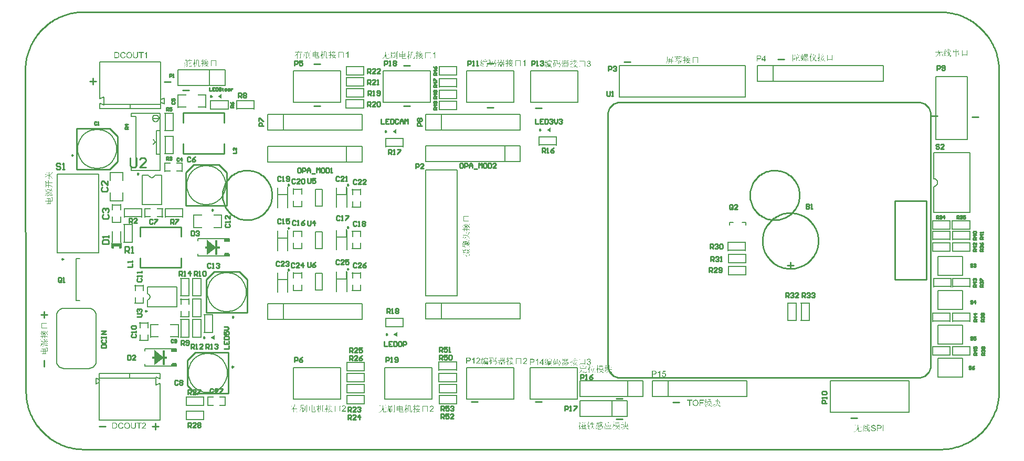
<source format=gto>
G04*
G04 #@! TF.GenerationSoftware,Altium Limited,Altium Designer,22.0.2 (36)*
G04*
G04 Layer_Color=65535*
%FSTAX25Y25*%
%MOIN*%
G70*
G04*
G04 #@! TF.SameCoordinates,5FDB733D-D120-4548-BF5C-F3B634D9DF53*
G04*
G04*
G04 #@! TF.FilePolarity,Positive*
G04*
G01*
G75*
%ADD10C,0.01000*%
%ADD11C,0.00787*%
%ADD12C,0.00984*%
%ADD13C,0.00799*%
%ADD14C,0.00800*%
%ADD15C,0.00600*%
%ADD16R,0.00787X0.05906*%
%ADD17R,0.11811X0.00787*%
%ADD18R,0.11811X0.00787*%
%ADD19R,0.03937X0.00787*%
%ADD20R,0.00787X0.05906*%
%ADD21R,0.05906X0.00787*%
%ADD22R,0.00787X0.11811*%
%ADD23R,0.00787X0.11811*%
%ADD24R,0.02989X0.01912*%
%ADD25R,0.02989X0.01892*%
%ADD26R,0.01181X0.09449*%
%ADD27R,0.09449X0.01181*%
%ADD28R,0.00787X0.03937*%
%ADD29R,0.05906X0.00787*%
%ADD30R,0.05807X0.00787*%
%ADD31R,0.00787X0.08661*%
%ADD32R,0.00787X0.08661*%
%ADD33R,0.06299X0.02400*%
%ADD34R,0.00799X0.03642*%
%ADD35R,0.00740X0.06800*%
%ADD36R,0.01476X0.01280*%
%ADD37R,0.01476X0.01280*%
%ADD38R,0.01083X0.00886*%
%ADD39R,0.01083X0.00787*%
%ADD40R,0.06890X0.00689*%
%ADD41R,0.00492X0.05217*%
%ADD42R,0.00591X0.05217*%
%ADD43R,0.00591X0.05217*%
%ADD44R,0.00787X0.05807*%
%ADD45R,0.08661X0.00787*%
%ADD46R,0.08661X0.00787*%
G36*
X018145Y0232575D02*
Y0223126D01*
X01875Y022785D01*
X018145Y0232575D01*
D02*
G37*
G36*
X0217319Y02405D02*
X0219779Y0241976D01*
Y0239024D01*
X0217319Y02405D01*
D02*
G37*
G36*
X021495Y0302575D02*
Y0293126D01*
X0221Y029785D01*
X021495Y0302575D01*
D02*
G37*
G36*
X0224327Y0392374D02*
X0221866Y039385D01*
X0224327Y0395327D01*
Y0392374D01*
D02*
G37*
G36*
X043328Y0371024D02*
X0430819Y03725D01*
X043328Y0373976D01*
Y0371024D01*
D02*
G37*
G36*
X0335279Y0370024D02*
X0332819Y03715D01*
X0335279Y0372976D01*
Y0370024D01*
D02*
G37*
G36*
X033578Y0241024D02*
X0333319Y02425D01*
X033578Y0243976D01*
Y0241024D01*
D02*
G37*
G36*
X0511007Y0419045D02*
X0510862Y041894D01*
Y0418934D01*
Y0418907D01*
Y0418873D01*
Y0418829D01*
Y0418774D01*
Y0418718D01*
Y0418596D01*
Y041859D01*
Y0418568D01*
Y0418535D01*
Y0418485D01*
X0510868Y0418424D01*
Y0418346D01*
X0510873Y0418263D01*
X0510879Y0418163D01*
X0510568Y0418041D01*
Y0418252D01*
X0507505D01*
Y0418246D01*
Y0418224D01*
Y0418191D01*
Y0418146D01*
Y0418091D01*
Y0418024D01*
Y0417952D01*
X0507499Y0417869D01*
Y0417786D01*
Y0417691D01*
X0507493Y0417502D01*
X0507482Y0417303D01*
X0507471Y0417103D01*
Y0417097D01*
Y0417081D01*
X0507466Y0417053D01*
Y0417014D01*
X050746Y0416964D01*
X0507455Y0416909D01*
X0507444Y0416848D01*
X0507438Y0416776D01*
X0507421Y0416692D01*
X050741Y0416609D01*
X0507394Y0416515D01*
X0507371Y041642D01*
X0507327Y0416215D01*
X0507266Y0415993D01*
Y0415987D01*
X0507255Y0415965D01*
X0507244Y0415932D01*
X0507233Y0415887D01*
X050721Y0415832D01*
X0507183Y0415771D01*
X0507149Y0415693D01*
X0507111Y041561D01*
X0507066Y0415516D01*
X0507016Y0415421D01*
X0506961Y0415316D01*
X0506894Y0415199D01*
X0506822Y0415083D01*
X0506744Y0414966D01*
X0506655Y0414839D01*
X0506561Y0414711D01*
X05065Y0414755D01*
X0506506Y0414761D01*
X0506517Y0414783D01*
X0506533Y0414816D01*
X0506556Y0414866D01*
X0506589Y0414922D01*
X0506622Y0414988D01*
X0506655Y0415066D01*
X0506694Y0415149D01*
X0506739Y0415238D01*
X0506777Y0415338D01*
X0506861Y0415543D01*
X0506939Y041576D01*
X0506999Y0415976D01*
Y0415982D01*
X0507005Y0416004D01*
X0507016Y0416037D01*
X0507022Y0416076D01*
X0507033Y0416132D01*
X0507049Y0416198D01*
X050706Y0416276D01*
X0507077Y0416359D01*
X0507094Y0416454D01*
X0507111Y0416559D01*
X0507122Y0416665D01*
X0507138Y0416787D01*
X0507149Y0416909D01*
X0507161Y0417036D01*
X0507177Y0417314D01*
Y0417325D01*
Y0417347D01*
X0507183Y0417392D01*
Y0417453D01*
Y041753D01*
X0507188Y0417619D01*
Y041773D01*
X0507194Y0417852D01*
Y0417985D01*
Y0418135D01*
Y0418302D01*
Y0418474D01*
Y0418663D01*
Y0418862D01*
Y0419079D01*
X0507188Y0419301D01*
X0507505Y0419106D01*
X0510546D01*
X051069Y0419301D01*
X0511007Y0419045D01*
D02*
G37*
G36*
X0515164Y0419295D02*
X0514997Y0419129D01*
Y041894D01*
X0515941D01*
X0516235Y0419212D01*
X0516612Y0418818D01*
X0514997D01*
Y0418812D01*
Y0418796D01*
Y0418768D01*
Y0418735D01*
X0515003Y0418696D01*
Y0418646D01*
X0515014Y041854D01*
X0514725Y0418457D01*
Y0418818D01*
X051382D01*
Y041854D01*
X0513526Y0418457D01*
Y0418468D01*
X0513532Y041849D01*
Y0418524D01*
X0513537Y0418574D01*
X0513543Y0418629D01*
Y041869D01*
X0513549Y0418818D01*
X0512605D01*
X0512549Y0418812D01*
X0512483D01*
X0512405Y0418801D01*
X0512322Y041879D01*
X0512233Y0418774D01*
X0512144Y0418751D01*
X0511956Y041894D01*
X0513549D01*
Y0418946D01*
Y0418951D01*
Y0418968D01*
Y041899D01*
Y0419045D01*
Y0419118D01*
X0513543Y0419201D01*
X0513537Y0419284D01*
X0513532Y0419378D01*
X0513526Y0419467D01*
X051397Y0419295D01*
X051382Y0419129D01*
Y041894D01*
X0514725D01*
Y0418946D01*
Y0418957D01*
Y0418973D01*
Y0418996D01*
Y0419051D01*
Y0419123D01*
X0514719Y0419206D01*
X0514714Y0419295D01*
X0514708Y0419384D01*
X0514703Y0419467D01*
X0515164Y0419295D01*
D02*
G37*
G36*
X0520025Y0419434D02*
X0520042Y0419423D01*
X052007Y0419412D01*
X0520136Y0419373D01*
X0520209Y0419328D01*
X0520292Y0419273D01*
X0520369Y0419223D01*
X0520442Y0419173D01*
X0520469Y0419151D01*
X0520492Y0419129D01*
X0520497Y0419123D01*
X0520508Y0419112D01*
X0520525Y041909D01*
X0520547Y0419068D01*
X052058Y0419012D01*
X0520591Y0418984D01*
X0520597Y0418962D01*
Y0418957D01*
Y0418946D01*
X0520591Y0418929D01*
X0520586Y0418907D01*
X0520575Y0418879D01*
X0520564Y0418846D01*
X0520541Y0418812D01*
X0520514Y0418774D01*
X0520508Y0418768D01*
X0520503Y0418757D01*
X0520469Y0418723D01*
X0520436Y0418685D01*
X0520419Y0418674D01*
X0520408Y0418668D01*
X0520397Y0418674D01*
X0520386Y0418679D01*
X0520375Y041869D01*
X0520358Y0418707D01*
X0520336Y041874D01*
X052032Y0418779D01*
X0520303Y0418835D01*
Y041884D01*
X0520297Y0418846D01*
X0520286Y0418879D01*
X0520264Y0418934D01*
X0520225Y0419001D01*
X0520181Y0419084D01*
X052012Y0419179D01*
X0520042Y041929D01*
X0519948Y0419401D01*
X0520009Y0419445D01*
X0520014D01*
X0520025Y0419434D01*
D02*
G37*
G36*
X0526935Y0418546D02*
X0526769Y0418418D01*
Y0416365D01*
Y0416359D01*
Y0416337D01*
Y0416298D01*
Y0416254D01*
Y0416198D01*
Y0416132D01*
Y041606D01*
X0526774Y0415982D01*
Y041581D01*
X052678Y0415632D01*
X0526785Y0415455D01*
Y0415371D01*
X0526791Y0415294D01*
X0526474Y0415149D01*
Y0415632D01*
X0523705D01*
Y0415166D01*
X0523394Y0415022D01*
Y0415033D01*
Y0415055D01*
Y0415094D01*
X05234Y0415155D01*
Y0415227D01*
Y0415316D01*
Y0415416D01*
X0523405Y0415538D01*
Y0415671D01*
Y0415821D01*
Y0415982D01*
X0523411Y0416159D01*
Y0416354D01*
Y0416559D01*
Y0416776D01*
Y0417009D01*
Y0417014D01*
Y0417025D01*
Y0417042D01*
Y0417064D01*
Y0417097D01*
Y0417131D01*
Y0417219D01*
Y0417325D01*
Y0417442D01*
Y0417575D01*
Y0417713D01*
X0523405Y0417863D01*
Y0418013D01*
Y0418163D01*
Y0418313D01*
X05234Y0418457D01*
Y041859D01*
Y0418712D01*
X0523394Y0418818D01*
X0523727Y0418607D01*
X052643D01*
X0526602Y041884D01*
X0526935Y0418546D01*
D02*
G37*
G36*
X0521896Y0418524D02*
X0519692D01*
X0519642Y0418518D01*
X0519576D01*
X0519504Y0418507D01*
X0519426Y0418496D01*
X0519348Y0418479D01*
X0519276Y0418457D01*
X0519087Y0418646D01*
X0521313D01*
X052154Y0418879D01*
X0521896Y0418524D01*
D02*
G37*
G36*
X0515791Y0418357D02*
X0515646Y041823D01*
Y0418224D01*
Y0418202D01*
Y0418168D01*
Y0418124D01*
Y0418069D01*
Y0418008D01*
Y0417936D01*
X0515652Y0417858D01*
Y0417697D01*
X0515658Y041753D01*
X0515663Y0417369D01*
Y0417292D01*
X0515669Y0417219D01*
X0515374Y0417097D01*
Y0417286D01*
X0514009D01*
X0514326Y0417097D01*
X0514092Y0417014D01*
X0513881Y0416825D01*
X0516002D01*
X0516296Y041712D01*
X0516712Y0416703D01*
X0514975D01*
X0514986Y0416698D01*
X0515014Y0416676D01*
X0515058Y0416648D01*
X0515119Y0416609D01*
X0515197Y0416565D01*
X0515291Y0416515D01*
X0515397Y0416459D01*
X0515513Y0416404D01*
X0515641Y0416348D01*
X051578Y0416293D01*
X0515924Y0416237D01*
X0516079Y0416187D01*
X051624Y0416148D01*
X0516407Y041611D01*
X0516579Y0416087D01*
X0516756Y0416071D01*
Y0415987D01*
X051674D01*
X0516723Y0415982D01*
X0516707Y0415976D01*
X0516651Y0415965D01*
X0516584Y0415937D01*
X0516518Y0415904D01*
X0516457Y0415854D01*
X0516407Y0415793D01*
X051639Y041576D01*
X0516379Y0415715D01*
X0516368Y0415721D01*
X051634Y0415732D01*
X051629Y0415749D01*
X0516229Y0415776D01*
X0516152Y0415815D01*
X0516063Y0415854D01*
X0515963Y0415904D01*
X0515852Y0415965D01*
X0515735Y0416032D01*
X0515608Y0416104D01*
X0515485Y0416182D01*
X0515352Y041627D01*
X0515225Y041637D01*
X0515097Y0416476D01*
X0514969Y0416587D01*
X0514847Y0416703D01*
X0513782D01*
X051377Y0416698D01*
X0513743Y0416676D01*
X0513698Y0416637D01*
X0513637Y0416592D01*
X051356Y0416531D01*
X0513471Y0416465D01*
X051336Y0416393D01*
X0513238Y0416315D01*
X0513104Y0416226D01*
X0512955Y0416143D01*
X0512794Y0416054D01*
X0512622Y0415971D01*
X0512438Y0415882D01*
X0512244Y0415804D01*
X0512039Y0415727D01*
X0511828Y0415654D01*
X0511811Y0415738D01*
X0511817D01*
X0511823Y0415743D01*
X0511856Y0415754D01*
X0511906Y0415776D01*
X0511972Y041581D01*
X0512056Y0415849D01*
X051215Y0415893D01*
X0512255Y0415948D01*
X0512366Y041601D01*
X0512489Y0416076D01*
X0512616Y0416148D01*
X0512749Y0416226D01*
X0512877Y0416315D01*
X0513138Y0416498D01*
X0513265Y0416598D01*
X0513382Y0416703D01*
X0512538D01*
X0512483Y0416698D01*
X0512416D01*
X0512344Y0416687D01*
X0512255Y0416676D01*
X0512172Y0416659D01*
X0512083Y0416637D01*
X0511895Y0416825D01*
X0513487D01*
X0513498Y0416837D01*
X0513526Y0416864D01*
X0513565Y0416903D01*
X0513621Y0416964D01*
X0513682Y0417031D01*
X0513743Y0417108D01*
X0513804Y0417197D01*
X0513865Y0417286D01*
X0513193D01*
Y0417158D01*
X0512899Y0417031D01*
Y0417036D01*
Y0417048D01*
Y041707D01*
X0512905Y0417097D01*
Y0417131D01*
Y041717D01*
X051291Y0417219D01*
Y0417269D01*
X0512916Y0417386D01*
Y0417514D01*
X0512921Y0417652D01*
Y0417797D01*
Y0417802D01*
Y0417813D01*
Y0417836D01*
Y0417863D01*
Y0417897D01*
Y0417941D01*
Y0417985D01*
Y0418041D01*
X0512916Y0418157D01*
X051291Y0418285D01*
X0512905Y0418424D01*
X0512899Y0418568D01*
X0513215Y0418418D01*
X051533D01*
X051548Y0418585D01*
X0515791Y0418357D01*
D02*
G37*
G36*
X0519598Y0418429D02*
X0519615Y0418424D01*
X0519637Y0418407D01*
X0519665Y0418385D01*
X0519703Y0418357D01*
X0519742Y0418329D01*
X0519831Y0418268D01*
X051992Y0418196D01*
X0520003Y041813D01*
X0520036Y0418096D01*
X0520064Y0418069D01*
X0520092Y0418041D01*
X0520103Y0418019D01*
Y0418013D01*
X0520114Y0418002D01*
X052012Y0417985D01*
X0520131Y0417963D01*
X0520148Y0417913D01*
X0520159Y0417891D01*
Y0417874D01*
Y0417869D01*
Y0417858D01*
X0520153Y0417841D01*
X0520148Y0417819D01*
X0520136Y0417797D01*
X0520125Y0417763D01*
X0520103Y041773D01*
X0520075Y0417697D01*
X052007Y0417691D01*
X0520064Y041768D01*
X0520031Y0417652D01*
X0519986Y0417619D01*
X0519964Y0417608D01*
X0519948Y0417602D01*
X0519937Y0417608D01*
X0519925Y0417614D01*
X0519914Y0417625D01*
X0519898Y0417647D01*
X0519875Y041768D01*
X0519859Y041773D01*
X0519842Y0417791D01*
Y0417797D01*
X0519837Y0417802D01*
X0519831Y0417836D01*
X0519809Y0417891D01*
X0519781Y0417963D01*
X0519742Y0418047D01*
X0519687Y0418152D01*
X0519615Y0418268D01*
X0519531Y0418396D01*
X0519593Y0418435D01*
X0519598Y0418429D01*
D02*
G37*
G36*
X0508409Y0418091D02*
X0508437Y041808D01*
X050847Y0418063D01*
X0508515Y0418041D01*
X0508559Y0418013D01*
X0508665Y0417958D01*
X050877Y0417891D01*
X050882Y0417852D01*
X0508864Y0417819D01*
X0508903Y0417786D01*
X0508936Y0417747D01*
X0508959Y0417713D01*
X050897Y041768D01*
Y0417675D01*
X0508975Y0417652D01*
X0508981Y0417625D01*
Y0417586D01*
X0508975Y0417541D01*
X050897Y0417497D01*
X0508948Y0417453D01*
X050892Y0417408D01*
X0508914Y0417403D01*
X0508903Y0417392D01*
X050887Y0417358D01*
X0508831Y0417325D01*
X0508814Y0417314D01*
X0508803Y0417308D01*
X0508792Y0417314D01*
X0508781Y0417319D01*
X050877Y0417331D01*
X0508753Y0417347D01*
X0508731Y0417381D01*
X0508714Y0417419D01*
X0508698Y0417475D01*
X0508692Y0417486D01*
X0508681Y0417514D01*
X0508659Y0417564D01*
X050862Y041763D01*
X0508576Y0417713D01*
X0508515Y0417808D01*
X0508437Y0417919D01*
X0508343Y0418041D01*
X0508387Y0418102D01*
X0508393D01*
X0508409Y0418091D01*
D02*
G37*
G36*
X0514575Y0416343D02*
X0514409Y0416193D01*
Y0416026D01*
X0515247D01*
X0515391Y0416193D01*
X0515707Y0415943D01*
X0515563Y0415838D01*
Y0415272D01*
Y0415266D01*
Y0415255D01*
Y0415238D01*
X0515558Y041521D01*
X0515547Y0415144D01*
X0515524Y0415066D01*
X0515502Y0415022D01*
X051548Y0414977D01*
X0515447Y0414933D01*
X0515413Y0414888D01*
X0515369Y0414844D01*
X0515313Y0414805D01*
X0515252Y0414766D01*
X0515186Y0414733D01*
Y0414744D01*
X0515175Y0414766D01*
X0515158Y04148D01*
X0515119Y041485D01*
X0515097Y0414872D01*
X0515064Y04149D01*
X0515025Y0414933D01*
X051498Y0414961D01*
X051493Y0414988D01*
X0514869Y0415022D01*
X0514803Y0415055D01*
X0514725Y0415083D01*
Y0415166D01*
X0514736D01*
X051477Y0415161D01*
X0514819Y0415155D01*
X0514881Y0415149D01*
X0514947Y0415138D01*
X0515019Y0415133D01*
X0515091Y0415127D01*
X0515158D01*
X0515175Y0415133D01*
X0515202Y0415138D01*
X051523Y0415149D01*
X0515252Y0415166D01*
X0515274Y0415199D01*
X0515291Y0415238D01*
Y0415294D01*
Y0415904D01*
X0514409D01*
Y0415893D01*
Y0415865D01*
Y0415815D01*
Y0415754D01*
Y0415677D01*
Y0415593D01*
Y0415499D01*
X0514414Y0415393D01*
Y0415188D01*
X051442Y0414977D01*
Y0414883D01*
X0514425Y0414794D01*
Y0414716D01*
X0514431Y041465D01*
X0514115Y04145D01*
Y0414506D01*
Y0414522D01*
Y0414544D01*
X051412Y0414583D01*
Y0414628D01*
Y0414683D01*
X0514126Y0414755D01*
Y0414833D01*
Y0414927D01*
X0514131Y0415027D01*
Y0415144D01*
Y0415272D01*
X0514137Y041541D01*
Y041556D01*
Y0415727D01*
Y0415904D01*
X0513315D01*
Y0414944D01*
X0513027Y0414794D01*
Y04148D01*
Y0414811D01*
Y0414827D01*
X0513032Y0414855D01*
Y0414888D01*
Y0414922D01*
X0513038Y0415016D01*
Y0415116D01*
X0513043Y0415233D01*
Y0415355D01*
Y0415482D01*
Y0415488D01*
Y0415499D01*
Y0415516D01*
Y0415538D01*
Y0415571D01*
Y0415604D01*
Y0415693D01*
X0513038Y0415793D01*
Y0415904D01*
X0513032Y0416026D01*
X0513027Y0416154D01*
X0513315Y0416026D01*
X0514137D01*
Y0416037D01*
Y0416065D01*
Y041611D01*
Y0416171D01*
X0514131Y0416248D01*
X0514126Y0416337D01*
X051412Y0416442D01*
X0514115Y0416553D01*
X0514575Y0416343D01*
D02*
G37*
G36*
X0518543Y0419256D02*
X0518377Y0419106D01*
Y0418268D01*
X0518649D01*
X0518877Y0418502D01*
X0519237Y0418146D01*
X0518377D01*
Y0417075D01*
X0518965Y0417325D01*
X0519004Y0417264D01*
X0518377Y0416887D01*
Y0415105D01*
Y0415099D01*
Y0415088D01*
Y0415072D01*
X0518371Y0415049D01*
X0518355Y0414988D01*
X0518327Y0414916D01*
X0518305Y0414872D01*
X0518272Y0414833D01*
X0518238Y0414789D01*
X0518199Y0414744D01*
X0518149Y04147D01*
X0518094Y0414661D01*
X0518027Y0414622D01*
X0517955Y0414583D01*
Y0414594D01*
Y0414622D01*
X0517939Y0414667D01*
X0517928Y04147D01*
X0517905Y0414727D01*
X0517883Y0414761D01*
X051785Y04148D01*
X0517805Y0414839D01*
X0517755Y0414877D01*
X0517694Y0414916D01*
X0517617Y0414961D01*
X0517533Y0414999D01*
X0517434Y0415044D01*
Y0415127D01*
X0517439D01*
X0517456Y0415122D01*
X0517478D01*
X0517506Y0415116D01*
X0517545Y041511D01*
X0517583Y0415099D01*
X0517678Y0415088D01*
X0517772Y0415072D01*
X0517866Y0415061D01*
X0517911Y0415055D01*
X0518005D01*
X0518016Y0415061D01*
X0518033Y0415066D01*
X0518055Y0415083D01*
X0518072Y0415099D01*
X0518088Y0415133D01*
X0518099Y0415172D01*
X0518105Y0415227D01*
Y0416737D01*
X0518099Y0416731D01*
X0518083Y041672D01*
X0518055Y0416703D01*
X0518016Y0416681D01*
X0517972Y0416653D01*
X0517922Y0416626D01*
X0517811Y0416553D01*
X05177Y0416476D01*
X0517594Y0416404D01*
X0517545Y0416365D01*
X0517506Y0416331D01*
X0517478Y0416304D01*
X0517456Y0416276D01*
X0517184Y0416637D01*
X0517189D01*
X05172Y0416642D01*
X0517223Y0416648D01*
X051725Y0416659D01*
X0517289Y0416665D01*
X0517328Y0416681D01*
X0517384Y0416698D01*
X0517439Y0416714D01*
X05175Y0416737D01*
X0517572Y0416764D01*
X051765Y0416792D01*
X0517728Y041682D01*
X0517905Y0416887D01*
X0518105Y041697D01*
Y0418146D01*
X0517661D01*
X0517411Y0418102D01*
X0517245Y0418268D01*
X0518105D01*
Y041828D01*
Y0418307D01*
Y0418352D01*
Y0418407D01*
Y0418479D01*
Y0418563D01*
Y0418651D01*
Y0418746D01*
X0518099Y0418946D01*
X0518094Y0419145D01*
Y0419245D01*
X0518088Y0419334D01*
Y0419417D01*
X0518083Y0419489D01*
X0518543Y0419256D01*
D02*
G37*
G36*
X052133Y0418207D02*
X0521141Y0418168D01*
X0521135Y0418163D01*
X052113Y0418152D01*
X0521113Y041813D01*
X0521091Y0418102D01*
X0521069Y0418063D01*
X0521041Y0418024D01*
X0520974Y0417936D01*
X0520902Y0417836D01*
X0520824Y0417736D01*
X0520747Y0417641D01*
X052068Y0417558D01*
X0521457D01*
X0521707Y0417808D01*
X0522084Y0417436D01*
X0520114D01*
X0520492Y0417203D01*
X0520325Y041712D01*
X0520031Y041657D01*
X052154D01*
X0521796Y041682D01*
X0522151Y0416448D01*
X0521269D01*
X0521263Y0416442D01*
X0521257Y041642D01*
X0521241Y0416387D01*
X0521219Y0416337D01*
X0521191Y0416287D01*
X0521158Y0416221D01*
X0521124Y0416154D01*
X0521085Y0416082D01*
X0521002Y0415926D01*
X0520913Y0415776D01*
X0520869Y0415704D01*
X052083Y0415632D01*
X0520786Y0415571D01*
X0520747Y0415521D01*
X0520752D01*
X0520763Y0415516D01*
X0520786Y0415505D01*
X0520819Y0415499D01*
X0520852Y0415482D01*
X0520897Y0415466D01*
X0520991Y0415432D01*
X0521102Y0415382D01*
X0521224Y0415333D01*
X0521341Y0415277D01*
X0521457Y0415222D01*
X0521463D01*
X0521468Y0415216D01*
X0521502Y0415194D01*
X0521552Y0415166D01*
X0521613Y0415133D01*
X0521668Y0415088D01*
X0521729Y0415044D01*
X0521774Y0414999D01*
X052179Y0414977D01*
X0521801Y0414955D01*
Y041495D01*
X0521812Y0414938D01*
X0521818Y0414916D01*
X0521829Y0414888D01*
X0521846Y0414822D01*
X0521857Y041475D01*
Y0414739D01*
X0521851Y0414711D01*
X0521846Y0414678D01*
X0521824Y0414639D01*
X0521818Y0414628D01*
X0521807Y0414611D01*
X0521779Y0414594D01*
X0521751Y0414583D01*
X052174D01*
X0521724Y0414589D01*
X0521707Y04146D01*
X0521679Y0414617D01*
X0521646Y0414639D01*
X0521607Y0414667D01*
X0521563Y0414711D01*
X0521557Y0414722D01*
X0521529Y0414744D01*
X052149Y0414783D01*
X0521446Y0414833D01*
X0521385Y0414883D01*
X0521318Y0414938D01*
X0521246Y0414994D01*
X0521174Y0415044D01*
X0521163Y0415049D01*
X0521135Y0415066D01*
X0521091Y0415094D01*
X052103Y0415127D01*
X0520947Y0415166D01*
X0520847Y0415216D01*
X052073Y0415272D01*
X0520597Y0415333D01*
X0520591Y0415327D01*
X052058Y0415321D01*
X0520564Y0415305D01*
X0520536Y0415282D01*
X0520508Y041526D01*
X0520469Y0415233D01*
X0520425Y0415199D01*
X0520369Y0415161D01*
X0520253Y0415083D01*
X052012Y0415005D01*
X0519964Y0414916D01*
X0519792Y0414839D01*
X0519787D01*
X051977Y0414827D01*
X0519742Y0414816D01*
X0519703Y0414805D01*
X0519659Y0414789D01*
X0519598Y0414766D01*
X0519531Y041475D01*
X0519454Y0414727D01*
X0519365Y04147D01*
X0519271Y0414678D01*
X0519165Y0414655D01*
X0519049Y0414633D01*
X0518921Y0414611D01*
X0518793Y0414594D01*
X0518649Y0414578D01*
X0518499Y0414561D01*
Y041465D01*
X0518505D01*
X0518521Y0414655D01*
X0518543D01*
X0518577Y0414661D01*
X0518616Y0414672D01*
X0518666Y0414678D01*
X0518721Y0414689D01*
X0518782Y0414705D01*
X0518915Y0414733D01*
X0519071Y0414778D01*
X0519243Y0414827D01*
X0519415Y0414888D01*
X051942D01*
X0519437Y04149D01*
X0519459Y0414905D01*
X0519498Y0414922D01*
X0519537Y0414938D01*
X0519587Y0414966D01*
X0519642Y0414994D01*
X0519703Y0415022D01*
X0519842Y0415099D01*
X0519998Y0415194D01*
X0520159Y041531D01*
X0520325Y0415438D01*
X052032D01*
X0520303Y0415449D01*
X0520275Y0415455D01*
X0520242Y0415471D01*
X0520197Y0415482D01*
X0520142Y0415505D01*
X0520081Y0415521D01*
X0520014Y0415543D01*
X0519937Y0415571D01*
X0519859Y0415593D01*
X0519681Y0415643D01*
X0519482Y0415688D01*
X0519276Y0415732D01*
Y0415738D01*
X0519287Y0415749D01*
X0519298Y0415765D01*
X0519315Y0415793D01*
X0519332Y0415827D01*
X0519354Y0415865D01*
X0519409Y0415954D01*
X051947Y0416065D01*
X0519543Y0416182D01*
X051962Y0416315D01*
X0519698Y0416448D01*
X0518943D01*
X0518754Y0416404D01*
X0518588Y041657D01*
X0519737D01*
Y0416576D01*
X0519748Y0416592D01*
X0519759Y041662D01*
X051977Y0416653D01*
X0519792Y0416692D01*
X0519809Y0416742D01*
X0519831Y0416798D01*
X0519859Y0416859D01*
X0519914Y0416992D01*
X051997Y0417142D01*
X0520025Y0417292D01*
X0520075Y0417436D01*
X0519154D01*
X0518965Y0417392D01*
X0518793Y0417558D01*
X0520558D01*
X0520564Y0417569D01*
X0520575Y0417591D01*
X0520591Y041763D01*
X0520614Y041768D01*
X0520636Y0417741D01*
X0520669Y0417813D01*
X0520703Y0417891D01*
X0520736Y0417974D01*
X0520741Y0417985D01*
X0520752Y0418013D01*
X0520769Y0418063D01*
X0520791Y041813D01*
X0520819Y0418207D01*
X0520852Y0418296D01*
X052088Y0418396D01*
X0520913Y0418502D01*
X052133Y0418207D01*
D02*
G37*
G36*
X0510335Y0417874D02*
X0510324Y0417869D01*
X0510291Y0417858D01*
X0510241Y041783D01*
X0510207Y0417808D01*
X0510169Y041778D01*
X0510124Y0417747D01*
X0510074Y0417708D01*
X0510024Y0417658D01*
X0509963Y0417597D01*
X0509902Y041753D01*
X0509835Y0417453D01*
X0509763Y0417364D01*
X0509686Y0417264D01*
X0510379D01*
X0510629Y0417519D01*
X0511007Y0417142D01*
X0510041D01*
Y0416259D01*
X0510568D01*
X051084Y0416531D01*
X051124Y0416137D01*
X0510041D01*
Y0415233D01*
Y0415222D01*
Y0415188D01*
Y0415144D01*
X0510046Y0415077D01*
Y0414999D01*
X0510052Y0414911D01*
X0510057Y0414816D01*
X0510063Y0414716D01*
X0509747Y0414567D01*
Y0414572D01*
Y0414589D01*
Y0414617D01*
X0509752Y0414661D01*
Y0414711D01*
Y0414778D01*
X0509758Y0414855D01*
Y0414944D01*
Y0415049D01*
X0509763Y0415161D01*
Y0415294D01*
Y0415432D01*
X0509769Y0415588D01*
Y041576D01*
Y0415943D01*
Y0416137D01*
X0508825D01*
Y0416132D01*
Y0416115D01*
X050882Y0416082D01*
Y0416043D01*
X0508809Y0415999D01*
X0508803Y0415943D01*
X0508792Y0415882D01*
X0508776Y0415815D01*
X0508731Y0415671D01*
X0508676Y041551D01*
X0508637Y0415432D01*
X0508592Y0415355D01*
X0508542Y0415277D01*
X0508487Y0415205D01*
X0508481Y0415199D01*
X050847Y0415188D01*
X0508454Y0415166D01*
X0508426Y0415138D01*
X0508393Y041511D01*
X0508354Y0415072D01*
X0508304Y0415027D01*
X0508243Y0414977D01*
X0508182Y0414927D01*
X0508104Y0414877D01*
X0508021Y0414822D01*
X0507932Y0414766D01*
X0507832Y0414711D01*
X0507727Y0414655D01*
X050761Y04146D01*
X0507482Y0414544D01*
X0507444Y0414633D01*
X0507449Y0414639D01*
X0507466Y0414644D01*
X0507493Y0414661D01*
X0507532Y0414683D01*
X0507577Y0414705D01*
X0507632Y0414739D01*
X0507749Y0414811D01*
X0507876Y04149D01*
X0508015Y0415005D01*
X0508137Y0415122D01*
X0508198Y0415183D01*
X0508248Y0415244D01*
X0508254Y0415249D01*
X0508259Y041526D01*
X050827Y0415277D01*
X0508293Y0415305D01*
X0508309Y0415338D01*
X0508331Y0415382D01*
X0508359Y0415432D01*
X0508387Y0415482D01*
X0508409Y0415543D01*
X0508437Y0415616D01*
X0508465Y0415688D01*
X0508487Y0415765D01*
X0508509Y0415849D01*
X0508526Y0415943D01*
X0508554Y0416137D01*
X050811D01*
X0508054Y0416132D01*
X0507987D01*
X0507915Y0416121D01*
X0507827Y041611D01*
X0507743Y0416093D01*
X0507654Y0416071D01*
X0507466Y0416259D01*
X0508554D01*
Y0417142D01*
X0508382D01*
X0508326Y0417136D01*
X0508259D01*
X0508187Y0417125D01*
X0508098Y0417114D01*
X0508015Y0417097D01*
X0507926Y0417075D01*
X0507738Y0417264D01*
X050958D01*
X0509586Y0417269D01*
X0509591Y0417286D01*
X0509602Y0417314D01*
X0509619Y0417353D01*
X0509641Y0417397D01*
X0509663Y0417447D01*
X0509691Y0417508D01*
X0509719Y0417575D01*
X0509774Y0417713D01*
X0509835Y0417858D01*
X0509891Y0418008D01*
X0509936Y0418146D01*
X0510335Y0417874D01*
D02*
G37*
G36*
X0466124Y0222734D02*
X0465936Y0222584D01*
Y0222229D01*
X0466352D01*
X0466607Y0222479D01*
X0466985Y0222107D01*
X0465936D01*
Y0222096D01*
Y0222068D01*
Y0222024D01*
X0465941Y0221968D01*
Y0221907D01*
X0465947Y0221841D01*
X0465952Y0221774D01*
X0465958Y0221707D01*
X0465664Y0221602D01*
Y0222107D01*
X0464948D01*
Y0221707D01*
X0464653Y0221557D01*
Y0221563D01*
Y0221569D01*
X0464659Y0221602D01*
Y0221652D01*
X0464665Y0221724D01*
X046467Y0221802D01*
Y0221896D01*
X0464676Y0222002D01*
Y0222107D01*
X0464154D01*
X0463965Y0222063D01*
X0463793Y0222229D01*
X0464676D01*
Y0222235D01*
Y022224D01*
Y0222257D01*
Y0222285D01*
Y0222312D01*
Y0222346D01*
Y0222429D01*
X046467Y0222534D01*
X0464665Y0222656D01*
X0464659Y0222795D01*
X0464653Y0222945D01*
X0465114Y0222734D01*
X0464948Y0222606D01*
Y0222229D01*
X0465664D01*
Y0222235D01*
Y0222246D01*
Y0222262D01*
Y022229D01*
Y0222323D01*
Y0222362D01*
Y0222457D01*
X0465658Y0222568D01*
X0465653Y022269D01*
X0465647Y0222829D01*
X0465641Y0222967D01*
X0466124Y0222734D01*
D02*
G37*
G36*
X0453509Y0222895D02*
X0453531Y0222884D01*
X0453559Y0222873D01*
X0453626Y0222834D01*
X0453703Y0222784D01*
X0453792Y0222734D01*
X045387Y0222679D01*
X0453942Y0222629D01*
X045397Y0222601D01*
X0453992Y0222579D01*
X0453998Y0222573D01*
X0454009Y0222557D01*
X0454025Y0222534D01*
X0454047Y0222507D01*
X0454081Y0222434D01*
X0454092Y0222396D01*
X0454097Y0222357D01*
Y0222351D01*
Y022234D01*
X0454092Y0222318D01*
X0454086Y022229D01*
X0454075Y0222257D01*
X0454059Y0222223D01*
X0454036Y0222185D01*
X0454003Y0222146D01*
X0453998Y022214D01*
X0453986Y0222129D01*
X0453953Y0222096D01*
X0453914Y0222063D01*
X0453903Y0222052D01*
X0453892Y0222046D01*
X0453887D01*
X0453875Y0222052D01*
X0453864Y0222057D01*
X0453848Y0222068D01*
X0453826Y022209D01*
X0453809Y0222124D01*
X0453798Y0222174D01*
X0453787Y0222235D01*
Y022224D01*
X0453781Y0222246D01*
Y0222262D01*
X045377Y0222285D01*
X0453753Y022234D01*
X045372Y0222418D01*
X0453676Y0222507D01*
X0453615Y0222612D01*
X0453542Y0222734D01*
X0453448Y0222862D01*
X0453492Y0222906D01*
X0453498D01*
X0453509Y0222895D01*
D02*
G37*
G36*
X045937Y0222873D02*
X0459392Y0222856D01*
X045942Y0222834D01*
X0459459Y0222801D01*
X0459509Y0222767D01*
X0459559Y0222723D01*
X045967Y0222623D01*
X0459786Y0222512D01*
X0459836Y0222457D01*
X0459886Y0222401D01*
X0459925Y0222346D01*
X0459958Y0222296D01*
X0459975Y0222251D01*
X0459986Y0222207D01*
Y0222196D01*
Y0222174D01*
Y0222135D01*
X045998Y0222096D01*
X0459969Y0222046D01*
X0459953Y0221996D01*
X0459925Y0221952D01*
X0459892Y0221913D01*
X0459886Y0221907D01*
X0459875Y0221902D01*
X0459836Y0221874D01*
X0459792Y0221841D01*
X0459775Y0221835D01*
X0459764Y022183D01*
X0459758D01*
X0459747Y0221835D01*
X0459731Y0221841D01*
X0459708Y0221857D01*
X0459686Y0221885D01*
X045967Y0221929D01*
X0459653Y0221985D01*
X0459642Y0222063D01*
Y0222068D01*
X0459636Y0222079D01*
Y0222096D01*
X0459625Y0222118D01*
X045962Y0222151D01*
X0459609Y0222185D01*
X0459592Y0222229D01*
X0459575Y0222273D01*
X0459531Y022239D01*
X045947Y0222518D01*
X0459398Y0222668D01*
X0459303Y0222834D01*
X0459364Y0222879D01*
X045937Y0222873D01*
D02*
G37*
G36*
X0461484Y0221541D02*
X0458859D01*
X0458815Y0221535D01*
X0458748D01*
X0458676Y0221524D01*
X0458593Y0221513D01*
X045851Y0221497D01*
X0458421Y0221474D01*
X0458232Y0221663D01*
X0460774D01*
X0461063Y0221957D01*
X0461484Y0221541D01*
D02*
G37*
G36*
X0466563Y0221391D02*
X0466396Y0221263D01*
Y0221258D01*
Y0221252D01*
Y0221236D01*
Y0221219D01*
Y0221164D01*
Y0221091D01*
Y0221008D01*
Y0220914D01*
Y0220814D01*
X0466402Y0220703D01*
Y0220481D01*
Y022037D01*
X0466407Y022027D01*
Y0220176D01*
X0466413Y0220092D01*
Y022002D01*
X0466418Y021997D01*
X0466124Y0219843D01*
Y0220098D01*
X0465392D01*
Y0220092D01*
Y0220087D01*
Y022007D01*
X0465386Y0220048D01*
X0465381Y0219992D01*
X0465375Y0219915D01*
X0465364Y0219826D01*
X0465353Y0219721D01*
X0465342Y0219604D01*
X0465325Y0219482D01*
X0466374D01*
X0466646Y0219754D01*
X0467046Y021936D01*
X0465492D01*
X0465497Y0219354D01*
X0465503Y0219343D01*
X0465514Y0219326D01*
X0465536Y0219299D01*
X0465558Y0219271D01*
X0465586Y0219232D01*
X0465653Y0219149D01*
X0465741Y0219049D01*
X0465841Y0218944D01*
X0465958Y0218838D01*
X0466091Y0218738D01*
X0466096D01*
X0466108Y0218727D01*
X046613Y0218716D01*
X0466157Y0218699D01*
X0466191Y0218677D01*
X0466235Y0218655D01*
X0466285Y0218633D01*
X0466346Y0218605D01*
X0466407Y0218577D01*
X0466479Y0218555D01*
X0466557Y0218527D01*
X046664Y0218505D01*
X0466729Y0218488D01*
X0466823Y0218466D01*
X0467023Y0218444D01*
Y0218361D01*
X0467012D01*
X0466979Y021835D01*
X0466929Y0218333D01*
X0466874Y0218311D01*
X0466807Y0218278D01*
X046674Y0218228D01*
X0466679Y0218166D01*
X0466624Y0218089D01*
X0466613Y0218094D01*
X046659Y0218106D01*
X0466546Y0218122D01*
X0466491Y021815D01*
X0466424Y0218189D01*
X0466346Y0218239D01*
X0466257Y0218294D01*
X0466163Y0218366D01*
X0466063Y0218444D01*
X0465963Y0218538D01*
X0465863Y0218638D01*
X0465758Y0218755D01*
X0465658Y0218888D01*
X0465564Y0219032D01*
X0465475Y0219188D01*
X0465392Y021936D01*
X0465303D01*
Y0219354D01*
X0465297Y0219349D01*
X0465292Y0219332D01*
X0465286Y021931D01*
X0465264Y0219249D01*
X0465225Y0219177D01*
X0465181Y0219082D01*
X046512Y0218977D01*
X0465042Y0218866D01*
X0464953Y0218749D01*
X0464842Y0218633D01*
X0464714Y0218511D01*
X0464565Y02184D01*
X0464481Y0218344D01*
X0464393Y0218294D01*
X0464304Y0218244D01*
X0464204Y0218194D01*
X0464099Y021815D01*
X0463987Y0218111D01*
X0463871Y0218078D01*
X0463749Y0218044D01*
X0463621Y0218022D01*
X0463482Y0218D01*
X046346Y0218067D01*
X0463466D01*
X0463493Y0218072D01*
X0463527Y0218083D01*
X0463577Y02181D01*
X0463632Y0218117D01*
X0463699Y0218139D01*
X0463771Y0218161D01*
X0463854Y0218194D01*
X0464021Y0218261D01*
X0464198Y021835D01*
X0464365Y0218455D01*
X0464437Y0218511D01*
X0464509Y0218572D01*
X0464515Y0218577D01*
X0464526Y0218588D01*
X0464542Y0218605D01*
X0464565Y0218633D01*
X0464598Y0218666D01*
X0464631Y0218705D01*
X0464665Y0218749D01*
X0464703Y0218799D01*
X0464787Y0218916D01*
X046487Y0219049D01*
X0464948Y0219199D01*
X0465014Y021936D01*
X0464254D01*
X0464198Y0219354D01*
X0464132D01*
X0464054Y0219343D01*
X0463971Y0219332D01*
X0463882Y0219315D01*
X0463793Y0219293D01*
X0463605Y0219482D01*
X0465031D01*
Y0219493D01*
X0465036Y0219521D01*
X0465048Y0219571D01*
X0465059Y0219637D01*
X0465064Y0219726D01*
X0465075Y0219831D01*
X0465086Y0219954D01*
X0465098Y0220098D01*
X046457D01*
Y0219926D01*
X0464276Y0219804D01*
Y0219809D01*
Y0219831D01*
Y0219859D01*
X0464282Y0219898D01*
Y0219948D01*
Y0220004D01*
X0464287Y0220065D01*
Y0220131D01*
X0464293Y0220281D01*
Y0220437D01*
X0464298Y0220592D01*
Y0220742D01*
Y0220747D01*
Y0220758D01*
Y022078D01*
Y0220808D01*
Y0220847D01*
Y0220886D01*
Y0220936D01*
Y0220991D01*
X0464293Y0221053D01*
Y0221119D01*
X0464287Y0221269D01*
X0464282Y0221435D01*
X0464276Y0221619D01*
X046457Y0221452D01*
X0466102D01*
X0466268Y0221641D01*
X0466563Y0221391D01*
D02*
G37*
G36*
X045221Y0221979D02*
X0455502D01*
X0455735Y0222212D01*
X045609Y0221791D01*
X0456079D01*
X0456062Y0221785D01*
X0456034D01*
X0456007Y0221774D01*
X0455973Y0221763D01*
X0455934Y0221746D01*
X0455885Y022173D01*
X0455835Y0221702D01*
X0455779Y0221669D01*
X0455712Y022163D01*
X0455646Y022158D01*
X0455574Y0221524D01*
X0455502Y0221458D01*
X0455418Y022138D01*
X0455335Y0221291D01*
X0455274Y022133D01*
X0455546Y0221857D01*
X045221D01*
Y0221852D01*
Y0221835D01*
Y0221813D01*
Y022178D01*
Y0221741D01*
Y0221702D01*
X0452205Y0221607D01*
X0452194Y0221508D01*
X0452172Y0221419D01*
X0452155Y022138D01*
X0452138Y0221341D01*
X0452116Y0221313D01*
X0452094Y0221297D01*
X0452088Y0221291D01*
X0452072Y0221286D01*
X0452049Y0221274D01*
X0452022Y0221263D01*
X0451955Y0221236D01*
X0451927Y022123D01*
X04519Y0221224D01*
X0451883D01*
X0451872Y022123D01*
X045185D01*
X0451794Y0221247D01*
X0451739Y0221274D01*
X0451733D01*
X0451727Y0221286D01*
X0451705Y0221308D01*
X0451678Y022133D01*
X0451672Y0221341D01*
X0451666Y0221352D01*
Y0221358D01*
X0451672Y0221369D01*
X0451678Y0221386D01*
X0451689Y0221413D01*
X0451705Y0221446D01*
X0451739Y0221485D01*
X0451778Y022153D01*
X0451833Y022158D01*
X0451844Y0221591D01*
X0451866Y0221619D01*
X0451905Y0221663D01*
X0451927Y0221696D01*
X045195Y0221735D01*
X0451972Y022178D01*
X0452Y022183D01*
X0452022Y0221879D01*
X0452044Y022194D01*
X0452072Y0222013D01*
X0452088Y0222085D01*
X045211Y0222163D01*
X0452127Y0222251D01*
X045221D01*
Y0221979D01*
D02*
G37*
G36*
X0463482Y0222734D02*
X0463272Y022259D01*
Y0221707D01*
X0463505D01*
X0463754Y0221957D01*
X0464132Y0221585D01*
X0463272D01*
Y0221058D01*
X0463277D01*
X0463294Y0221047D01*
X0463316Y0221036D01*
X0463349Y0221019D01*
X0463388Y0221003D01*
X0463433Y022098D01*
X0463527Y0220925D01*
X0463627Y0220869D01*
X0463727Y0220808D01*
X0463771Y0220775D01*
X046381Y0220747D01*
X0463843Y022072D01*
X0463865Y0220692D01*
X0463871Y0220686D01*
X0463882Y022067D01*
X0463904Y0220642D01*
X0463927Y0220608D01*
X0463943Y022057D01*
X0463965Y0220525D01*
X0463976Y0220475D01*
X0463982Y0220431D01*
Y0220425D01*
Y0220414D01*
Y0220398D01*
X0463976Y0220375D01*
X046396Y0220314D01*
X0463932Y0220231D01*
Y0220226D01*
X0463927Y0220214D01*
X0463904Y0220176D01*
X0463871Y0220131D01*
X0463854Y022012D01*
X0463838Y0220115D01*
X0463827Y022012D01*
X0463815Y0220126D01*
X0463799Y0220142D01*
X0463777Y022017D01*
X0463749Y0220214D01*
X0463721Y022027D01*
X0463693Y0220348D01*
Y0220353D01*
X0463688Y0220364D01*
X0463677Y0220381D01*
X0463666Y0220403D01*
X0463632Y0220464D01*
X0463582Y0220547D01*
X0463527Y0220636D01*
X0463455Y0220736D01*
X0463366Y0220836D01*
X0463272Y022093D01*
Y0220925D01*
Y0220908D01*
Y0220875D01*
Y0220836D01*
Y0220786D01*
Y0220725D01*
Y0220658D01*
Y0220581D01*
Y0220497D01*
Y0220409D01*
Y0220309D01*
Y0220209D01*
Y0219992D01*
X0463277Y0219765D01*
Y0219532D01*
Y0219293D01*
Y0219066D01*
X0463283Y0218838D01*
Y0218633D01*
Y0218533D01*
X0463288Y0218444D01*
Y0218361D01*
Y0218283D01*
X0463294Y0218211D01*
Y021815D01*
X0462977Y0218022D01*
Y0218033D01*
Y0218056D01*
Y02181D01*
X0462983Y0218166D01*
Y021825D01*
Y021835D01*
Y0218411D01*
X0462989Y0218477D01*
Y0218549D01*
Y0218622D01*
Y0218705D01*
Y0218794D01*
X0462994Y0218888D01*
Y0218988D01*
Y0219093D01*
Y021921D01*
Y0219326D01*
Y0219454D01*
X0463Y0219587D01*
Y0219726D01*
Y021987D01*
Y022002D01*
Y0220181D01*
Y0220348D01*
Y022052D01*
Y0220703D01*
X0462994Y0220692D01*
X0462989Y022067D01*
X0462966Y0220631D01*
X0462944Y0220575D01*
X0462916Y0220509D01*
X0462878Y0220431D01*
X0462833Y0220342D01*
X0462783Y0220248D01*
X0462722Y0220142D01*
X0462661Y0220031D01*
X0462589Y021992D01*
X0462511Y0219804D01*
X0462428Y0219682D01*
X0462339Y021956D01*
X0462245Y0219437D01*
X0462139Y0219321D01*
X0462101Y021936D01*
Y0219365D01*
X0462106Y0219371D01*
X0462117Y0219388D01*
X0462128Y0219404D01*
X0462161Y0219465D01*
X0462206Y0219537D01*
X0462256Y0219637D01*
X0462317Y0219748D01*
X0462384Y0219876D01*
X046245Y0220026D01*
X0462522Y0220181D01*
X0462594Y0220353D01*
X0462667Y0220536D01*
X0462733Y0220731D01*
X04628Y0220936D01*
X0462861Y0221147D01*
X0462911Y0221363D01*
X0462955Y0221585D01*
X0462472D01*
X0462289Y0221541D01*
X0462117Y0221707D01*
X0463D01*
Y0221719D01*
Y0221746D01*
Y0221796D01*
Y0221857D01*
Y0221935D01*
Y0222024D01*
Y0222118D01*
Y0222218D01*
X0462994Y0222423D01*
Y0222529D01*
X0462989Y0222629D01*
Y0222723D01*
X0462983Y0222806D01*
Y0222884D01*
X0462977Y0222945D01*
X0463482Y0222734D01*
D02*
G37*
G36*
X0458787Y0221086D02*
X0458804Y0221058D01*
X0458832Y0221019D01*
X0458865Y0220964D01*
X0458904Y0220892D01*
X0458954Y0220819D01*
X0459004Y0220731D01*
X0459054Y0220642D01*
X0459159Y0220453D01*
X0459259Y022027D01*
X0459298Y0220187D01*
X0459337Y0220104D01*
X0459364Y0220037D01*
X0459386Y0219976D01*
Y021997D01*
X0459392Y0219965D01*
X0459398Y0219931D01*
X0459414Y0219876D01*
X0459431Y0219815D01*
X0459442Y0219748D01*
X0459459Y0219676D01*
X0459464Y0219604D01*
X045947Y0219543D01*
Y0219532D01*
Y021951D01*
X0459464Y0219471D01*
X0459453Y0219426D01*
X0459442Y0219371D01*
X045942Y0219315D01*
X0459392Y021926D01*
X0459353Y021921D01*
X0459348Y0219204D01*
X0459337Y0219188D01*
X0459314Y0219171D01*
X0459292Y0219149D01*
X0459265Y0219121D01*
X0459242Y0219104D01*
X045922Y0219088D01*
X0459198Y0219082D01*
X0459187D01*
X0459181Y0219088D01*
X045917Y0219099D01*
X0459159Y0219121D01*
X0459148Y0219143D01*
X0459142Y0219182D01*
X0459137Y0219232D01*
Y0219238D01*
Y0219243D01*
Y021926D01*
X0459131Y0219276D01*
Y0219304D01*
X0459126Y0219338D01*
X0459115Y0219415D01*
X0459103Y0219515D01*
X0459081Y0219637D01*
X0459059Y0219782D01*
X0459031Y0219942D01*
Y0219948D01*
X0459026Y0219965D01*
X045902Y0219987D01*
X0459015Y0220026D01*
X0459004Y022007D01*
X0458992Y0220126D01*
X0458976Y0220187D01*
X0458959Y0220253D01*
X0458943Y0220331D01*
X045892Y022042D01*
X0458893Y0220509D01*
X0458865Y0220608D01*
X0458832Y0220714D01*
X0458798Y0220825D01*
X0458715Y0221058D01*
X0458782Y0221097D01*
X0458787Y0221086D01*
D02*
G37*
G36*
X0468855Y0222651D02*
X0468644Y0222479D01*
Y0221308D01*
X0468938D01*
X0469188Y0221557D01*
X0469565Y0221186D01*
X0468644D01*
Y0219465D01*
X0469565Y0219676D01*
X0469587Y0219587D01*
X0469582D01*
X0469576Y0219582D01*
X0469543Y0219571D01*
X0469488Y0219554D01*
X0469415Y0219532D01*
X0469332Y0219498D01*
X0469238Y0219465D01*
X0469127Y0219426D01*
X0469016Y0219388D01*
X0468777Y0219304D01*
X0468661Y021926D01*
X0468544Y0219215D01*
X0468433Y0219177D01*
X0468333Y0219138D01*
X0468239Y0219099D01*
X0468161Y0219066D01*
X0468156D01*
X0468144Y021906D01*
X0468128Y0219049D01*
X04681Y0219038D01*
X0468039Y021901D01*
X0467967Y0218971D01*
X0467895Y0218927D01*
X0467828Y0218882D01*
X04678Y021886D01*
X0467773Y0218838D01*
X0467756Y0218816D01*
X0467745Y0218794D01*
X0467512Y0219232D01*
X0467528D01*
X0467545Y0219238D01*
X0467567Y0219243D01*
X0467595D01*
X0467634Y0219254D01*
X0467678Y021926D01*
X0467728Y0219265D01*
X0467784Y0219276D01*
X0467845Y0219288D01*
X0467917Y0219299D01*
X0467989Y0219315D01*
X0468072Y0219326D01*
X0468156Y0219343D01*
X046825Y0219365D01*
X046835Y0219382D01*
Y0221186D01*
X0468139D01*
X0468083Y022118D01*
X0468017D01*
X0467939Y0221169D01*
X0467856Y0221158D01*
X0467767Y0221141D01*
X0467678Y0221119D01*
X0467489Y0221308D01*
X046835D01*
Y0221313D01*
Y0221319D01*
Y0221336D01*
Y0221358D01*
Y0221419D01*
Y0221502D01*
Y0221596D01*
Y0221707D01*
Y0221824D01*
Y0221952D01*
X0468344Y0222218D01*
Y0222346D01*
X0468339Y0222473D01*
Y0222595D01*
X0468333Y0222701D01*
Y0222801D01*
X0468328Y0222879D01*
X0468855Y0222651D01*
D02*
G37*
G36*
X0455818Y0220853D02*
X0453992D01*
Y021982D01*
X0454936D01*
X0455213Y0220092D01*
X0455607Y0219698D01*
X0453992D01*
Y0218605D01*
X0453998D01*
X045402Y0218599D01*
X0454047Y0218594D01*
X0454092Y0218588D01*
X0454147Y0218583D01*
X0454208Y0218572D01*
X0454281Y0218566D01*
X0454358Y0218555D01*
X0454441Y0218549D01*
X045453Y0218538D01*
X045473Y0218527D01*
X0454936Y0218516D01*
X0455241D01*
X0455291Y0218522D01*
X0455413D01*
X0455485Y0218527D01*
X0455646Y0218533D01*
X0455818Y0218544D01*
X0455996Y0218555D01*
X0456173Y0218566D01*
Y0218488D01*
X0456168D01*
X0456156Y0218483D01*
X045614D01*
X0456118Y0218472D01*
X0456056Y0218455D01*
X0455984Y0218422D01*
X0455912Y0218377D01*
X045584Y0218316D01*
X0455779Y0218244D01*
X0455751Y02182D01*
X0455735Y021815D01*
X0455685D01*
X0455629Y0218155D01*
X0455557D01*
X0455468Y0218161D01*
X0455363D01*
X0455246Y0218166D01*
X0455124Y0218178D01*
X0454991Y0218183D01*
X0454858Y0218194D01*
X0454591Y0218216D01*
X0454458Y0218233D01*
X045433Y021825D01*
X0454214Y0218266D01*
X0454108Y0218289D01*
X0454103D01*
X0454086Y0218294D01*
X0454059Y02183D01*
X045402Y0218311D01*
X0453975Y0218322D01*
X0453925Y0218338D01*
X0453864Y0218355D01*
X0453803Y0218377D01*
X0453664Y0218433D01*
X045352Y0218499D01*
X0453381Y0218583D01*
X0453248Y0218677D01*
X0453243Y0218683D01*
X0453232Y0218688D01*
X0453215Y0218705D01*
X0453193Y0218727D01*
X0453165Y0218755D01*
X0453132Y0218794D01*
X0453093Y0218832D01*
X0453054Y0218877D01*
X045296Y0218982D01*
X045286Y021911D01*
X045276Y0219254D01*
X0452654Y0219421D01*
Y0219415D01*
X0452643Y0219399D01*
X0452638Y0219376D01*
X0452621Y0219343D01*
X0452604Y0219299D01*
X0452582Y0219254D01*
X0452532Y0219143D01*
X0452471Y0219021D01*
X0452399Y0218888D01*
X0452316Y021876D01*
X0452233Y0218638D01*
Y0218633D01*
X0452221Y0218627D01*
X045221Y0218611D01*
X0452188Y0218588D01*
X0452138Y0218527D01*
X0452061Y0218449D01*
X0451966Y0218355D01*
X0451844Y021825D01*
X0451705Y0218139D01*
X0451544Y0218022D01*
X04515Y0218089D01*
X0451506Y0218094D01*
X0451517Y0218106D01*
X0451539Y0218128D01*
X0451567Y0218155D01*
X04516Y0218189D01*
X0451639Y0218228D01*
X0451678Y0218278D01*
X0451727Y0218327D01*
X0451822Y0218444D01*
X0451922Y0218572D01*
X0452022Y0218716D01*
X0452105Y021886D01*
Y0218866D01*
X0452116Y0218877D01*
X0452127Y0218899D01*
X0452138Y0218927D01*
X0452155Y0218966D01*
X0452177Y0219005D01*
X0452199Y0219055D01*
X0452221Y0219104D01*
X0452266Y0219227D01*
X0452316Y0219354D01*
X0452355Y0219498D01*
X0452388Y0219643D01*
Y0219648D01*
X0452393Y0219659D01*
Y0219682D01*
X0452399Y0219709D01*
X0452405Y0219743D01*
X0452416Y0219787D01*
X0452421Y0219837D01*
X0452427Y0219887D01*
X0452444Y0220004D01*
X045246Y0220137D01*
X0452471Y0220281D01*
X0452482Y0220431D01*
X0452987Y0220181D01*
X0452821Y0220031D01*
Y0220026D01*
X0452815Y022002D01*
X045281Y0219987D01*
X0452793Y0219937D01*
X0452776Y021987D01*
X0452754Y0219793D01*
X0452732Y0219715D01*
X045271Y0219632D01*
X0452693Y0219549D01*
Y0219543D01*
X0452704Y0219532D01*
X0452715Y0219515D01*
X0452732Y0219493D01*
X0452776Y0219432D01*
X0452832Y0219354D01*
X0452904Y0219265D01*
X0452987Y0219177D01*
X0453076Y0219082D01*
X0453176Y0218993D01*
X0453182D01*
X0453187Y0218982D01*
X0453221Y021896D01*
X0453276Y0218921D01*
X0453343Y0218877D01*
X0453426Y0218821D01*
X0453515Y0218772D01*
X0453609Y0218727D01*
X0453703Y0218688D01*
Y0220853D01*
X0452482D01*
X0452427Y0220847D01*
X045236D01*
X0452282Y0220836D01*
X0452199Y0220825D01*
X045211Y0220808D01*
X0452022Y0220786D01*
X0451833Y0220975D01*
X0455107D01*
X0455402Y0221269D01*
X0455818Y0220853D01*
D02*
G37*
G36*
X0461002Y0221053D02*
X0460996Y0221047D01*
X0460968Y0221025D01*
X0460952Y0221008D01*
X0460929Y0220986D01*
X0460907Y0220958D01*
X0460885Y0220919D01*
X0460857Y0220881D01*
X0460824Y0220825D01*
X0460796Y022077D01*
X0460763Y0220697D01*
X046073Y022062D01*
X0460696Y0220531D01*
X0460658Y0220431D01*
X0460624Y022032D01*
Y0220314D01*
X0460613Y0220292D01*
X0460602Y0220253D01*
X0460591Y0220203D01*
X0460569Y0220137D01*
X0460541Y0220059D01*
X0460513Y0219965D01*
X046048Y0219859D01*
X0460441Y0219737D01*
X0460397Y0219604D01*
X0460352Y021946D01*
X0460297Y0219299D01*
X0460241Y0219121D01*
X0460175Y0218938D01*
X0460108Y0218733D01*
X0460036Y0218522D01*
X0460979D01*
X0461273Y021881D01*
X0461695Y0218394D01*
X0458754D01*
X0458698Y0218389D01*
X0458632D01*
X045856Y0218377D01*
X0458471Y0218366D01*
X0458388Y0218355D01*
X0458299Y0218333D01*
X045811Y0218522D01*
X0459892D01*
X0459897Y0218533D01*
X0459903Y0218561D01*
X0459914Y0218605D01*
X0459936Y0218666D01*
X0459953Y0218744D01*
X045998Y0218832D01*
X0460008Y0218938D01*
X0460036Y0219049D01*
X0460069Y0219171D01*
X0460103Y0219304D01*
X0460136Y0219437D01*
X0460175Y0219582D01*
X0460241Y0219881D01*
X0460308Y0220181D01*
Y0220192D01*
X0460313Y0220214D01*
X0460324Y0220259D01*
X0460336Y0220314D01*
X0460347Y0220381D01*
X0460363Y0220453D01*
X046038Y0220536D01*
X0460397Y0220631D01*
X046043Y0220814D01*
X0460458Y0221008D01*
X0460474Y0221097D01*
X0460486Y022118D01*
X0460491Y0221258D01*
X0460497Y0221324D01*
X0461002Y0221053D01*
D02*
G37*
G36*
X047072Y0222734D02*
X0470486Y0222562D01*
Y0221724D01*
X0471347D01*
X0471519Y0221957D01*
X0471874Y0221685D01*
X0471685Y0221519D01*
Y022022D01*
X0471769D01*
X0472041Y0220492D01*
X047244Y0220098D01*
X0470675D01*
X0470681Y0220092D01*
X0470686Y022007D01*
X0470697Y0220037D01*
X047072Y0219987D01*
X0470742Y0219931D01*
X047077Y021987D01*
X0470808Y0219793D01*
X0470847Y0219715D01*
X0470942Y0219543D01*
X0471058Y021936D01*
X0471191Y0219177D01*
X0471347Y0219005D01*
X0471352Y0218999D01*
X0471369Y0218988D01*
X0471391Y0218966D01*
X0471424Y0218932D01*
X0471469Y0218899D01*
X0471519Y021886D01*
X047158Y0218816D01*
X0471646Y0218766D01*
X0471724Y0218722D01*
X0471802Y0218671D01*
X0471891Y0218622D01*
X0471985Y0218572D01*
X0472085Y0218527D01*
X047219Y0218488D01*
X0472301Y0218449D01*
X0472418Y0218422D01*
Y0218338D01*
X0472401D01*
X0472385Y0218333D01*
X0472357D01*
X0472296Y0218316D01*
X0472218Y0218294D01*
X0472135Y0218261D01*
X0472057Y0218216D01*
X0471985Y021815D01*
X0471957Y0218111D01*
X0471935Y0218067D01*
X047193Y0218072D01*
X0471907Y0218089D01*
X047188Y0218111D01*
X0471835Y0218144D01*
X0471785Y0218183D01*
X0471724Y0218233D01*
X0471663Y0218289D01*
X0471591Y0218355D01*
X0471519Y0218422D01*
X0471441Y0218499D01*
X047128Y0218666D01*
X047113Y0218849D01*
X0471058Y0218949D01*
X0470992Y0219049D01*
X0470986Y0219055D01*
X0470975Y0219071D01*
X0470958Y0219104D01*
X0470936Y0219143D01*
X0470914Y0219193D01*
X0470881Y0219249D01*
X0470847Y021931D01*
X0470814Y0219382D01*
X0470781Y021946D01*
X0470742Y0219543D01*
X0470675Y0219721D01*
X047062Y0219904D01*
X0470592Y0219998D01*
X0470575Y0220092D01*
X0470426D01*
Y0220081D01*
X047042Y0220054D01*
X0470409Y0220009D01*
X0470398Y0219948D01*
X0470381Y0219876D01*
X0470359Y0219793D01*
X0470331Y0219698D01*
X0470298Y0219598D01*
X0470259Y0219493D01*
X0470215Y0219388D01*
X0470165Y0219276D01*
X0470104Y0219165D01*
X0470037Y021906D01*
X0469965Y021896D01*
X0469882Y0218866D01*
X0469793Y0218777D01*
X0469787Y0218772D01*
X0469771Y021876D01*
X0469743Y0218733D01*
X0469698Y0218705D01*
X0469649Y0218666D01*
X0469587Y0218622D01*
X0469515Y0218572D01*
X0469432Y0218516D01*
X0469338Y0218461D01*
X0469232Y02184D01*
X0469116Y0218338D01*
X0468994Y0218272D01*
X0468855Y0218211D01*
X0468711Y0218144D01*
X0468561Y0218083D01*
X0468394Y0218022D01*
X0468328Y0218111D01*
X0468339Y0218117D01*
X0468366Y0218128D01*
X0468405Y0218144D01*
X0468461Y0218172D01*
X0468533Y02182D01*
X0468611Y0218239D01*
X0468699Y0218283D01*
X0468794Y0218333D01*
X0468994Y0218449D01*
X0469205Y0218583D01*
X046941Y0218733D01*
X0469499Y0218816D01*
X0469587Y0218899D01*
X0469593Y0218905D01*
X0469604Y0218921D01*
X0469626Y0218949D01*
X046966Y0218982D01*
X0469693Y0219027D01*
X0469732Y0219082D01*
X0469776Y0219149D01*
X0469821Y0219221D01*
X0469865Y0219304D01*
X0469915Y0219393D01*
X0469959Y0219493D01*
X0470004Y0219598D01*
X0470043Y0219715D01*
X0470076Y0219837D01*
X0470109Y0219965D01*
X0470131Y0220098D01*
X0469543D01*
X0469488Y0220092D01*
X0469421D01*
X0469343Y0220081D01*
X046926Y022007D01*
X0469171Y0220054D01*
X0469082Y0220031D01*
X0468894Y022022D01*
X0470154D01*
Y0220226D01*
Y0220248D01*
X0470159Y0220281D01*
Y0220325D01*
X0470165Y0220387D01*
X047017Y0220453D01*
Y0220531D01*
X0470176Y022062D01*
X0470181Y022072D01*
X0470187Y0220825D01*
Y0220936D01*
X0470192Y0221058D01*
Y0221186D01*
X0470198Y0221319D01*
Y0221602D01*
X046992D01*
X0469865Y0221596D01*
X0469798D01*
X0469721Y0221585D01*
X0469637Y0221574D01*
X0469549Y0221557D01*
X046946Y0221535D01*
X0469271Y0221724D01*
X0470198D01*
Y0221735D01*
Y0221757D01*
Y0221802D01*
Y0221857D01*
Y0221924D01*
Y0222002D01*
Y0222085D01*
Y0222179D01*
X0470192Y0222373D01*
X0470187Y0222579D01*
X0470181Y0222773D01*
Y0222862D01*
X0470176Y0222945D01*
X047072Y0222734D01*
D02*
G37*
G36*
X0458443Y0222668D02*
X0458254Y0222562D01*
X0458249Y0222551D01*
X0458238Y0222529D01*
X0458221Y022249D01*
X0458199Y022244D01*
X0458171Y0222379D01*
X0458143Y0222307D01*
X0458105Y0222229D01*
X0458071Y0222146D01*
X0457988Y0221963D01*
X045791Y0221785D01*
X0457871Y0221696D01*
X0457838Y0221619D01*
X0457799Y0221541D01*
X0457771Y0221474D01*
X0458043Y0221286D01*
X0457877Y0221158D01*
Y0221152D01*
Y022113D01*
Y0221097D01*
Y0221047D01*
Y0220991D01*
Y0220925D01*
Y0220847D01*
Y0220758D01*
Y0220664D01*
Y0220564D01*
Y0220453D01*
Y0220342D01*
Y0220098D01*
X0457882Y0219848D01*
Y0219587D01*
Y0219332D01*
Y0219088D01*
X0457888Y0218855D01*
Y0218744D01*
Y0218644D01*
Y0218549D01*
X0457894Y0218461D01*
Y0218383D01*
Y0218316D01*
X0457899Y0218255D01*
Y0218211D01*
X0457583Y0218039D01*
Y0218044D01*
Y0218072D01*
Y0218111D01*
X0457588Y0218178D01*
Y0218216D01*
Y0218261D01*
Y0218311D01*
Y0218366D01*
Y0218433D01*
X0457594Y0218499D01*
Y0218577D01*
Y021866D01*
Y0218755D01*
Y0218849D01*
X0457599Y0218955D01*
Y0219071D01*
Y0219193D01*
Y0219321D01*
Y021946D01*
Y0219609D01*
X0457605Y0219765D01*
Y0219931D01*
Y0220109D01*
Y0220292D01*
Y0220486D01*
Y0220692D01*
Y0220908D01*
Y0221136D01*
X0457599Y022113D01*
X0457588Y0221102D01*
X0457561Y0221064D01*
X0457533Y0221014D01*
X0457494Y0220953D01*
X045745Y0220886D01*
X04574Y0220808D01*
X0457344Y0220725D01*
X0457217Y0220542D01*
X0457083Y0220359D01*
X045695Y0220181D01*
X0456878Y0220098D01*
X0456811Y0220026D01*
X0456745Y022007D01*
X045675Y0220076D01*
X0456761Y0220098D01*
X0456784Y0220131D01*
X0456811Y0220181D01*
X045685Y0220237D01*
X0456889Y0220309D01*
X0456933Y0220387D01*
X0456983Y0220475D01*
X0457039Y0220575D01*
X0457094Y0220681D01*
X0457156Y0220792D01*
X0457217Y0220908D01*
X0457344Y0221164D01*
X0457466Y022143D01*
X0457472Y0221441D01*
X0457483Y0221463D01*
X04575Y0221502D01*
X0457522Y0221557D01*
X0457549Y0221624D01*
X0457577Y0221702D01*
X0457616Y0221796D01*
X0457649Y0221896D01*
X0457688Y0222002D01*
X0457733Y0222118D01*
X0457771Y022224D01*
X045781Y0222373D01*
X0457894Y022264D01*
X045796Y0222923D01*
X0458443Y0222668D01*
D02*
G37*
G36*
X0465347Y0186917D02*
X0465363Y0186906D01*
X0465386Y018689D01*
X0465441Y0186856D01*
X0465513Y0186817D01*
X0465585Y0186773D01*
X0465658Y0186729D01*
X0465719Y0186684D01*
X0465746Y0186668D01*
X0465768Y0186651D01*
X0465774Y0186645D01*
X0465785Y0186634D01*
X0465802Y0186618D01*
X0465824Y0186601D01*
X0465857Y0186546D01*
X0465869Y0186518D01*
X0465874Y0186484D01*
Y0186479D01*
X0465869Y0186451D01*
X0465863Y0186418D01*
X0465841Y0186368D01*
Y0186362D01*
X0465835Y0186357D01*
X0465819Y0186329D01*
X046578Y018629D01*
X046573Y0186251D01*
X0465702D01*
X046568Y0186257D01*
X0465658Y0186279D01*
X0465635Y0186307D01*
X0465608Y0186357D01*
X0465596Y0186384D01*
X0465585Y0186423D01*
X046558Y0186434D01*
X0465569Y0186457D01*
X0465547Y0186495D01*
X0465513Y0186551D01*
X0465474Y0186612D01*
X0465424Y018669D01*
X0465363Y0186773D01*
X0465291Y0186862D01*
X046533Y0186923D01*
X0465336D01*
X0465347Y0186917D01*
D02*
G37*
G36*
X0476497Y0186734D02*
X0476308Y0186584D01*
Y0186229D01*
X0476724D01*
X047698Y0186479D01*
X0477357Y0186107D01*
X0476308D01*
Y0186096D01*
Y0186068D01*
Y0186024D01*
X0476314Y0185968D01*
Y0185907D01*
X0476319Y0185841D01*
X0476325Y0185774D01*
X047633Y0185707D01*
X0476036Y0185602D01*
Y0186107D01*
X047532D01*
Y0185707D01*
X0475026Y0185557D01*
Y0185563D01*
Y0185569D01*
X0475032Y0185602D01*
Y0185652D01*
X0475037Y0185724D01*
X0475043Y0185802D01*
Y0185896D01*
X0475048Y0186002D01*
Y0186107D01*
X0474527D01*
X0474338Y0186063D01*
X0474166Y0186229D01*
X0475048D01*
Y0186235D01*
Y018624D01*
Y0186257D01*
Y0186285D01*
Y0186312D01*
Y0186346D01*
Y0186429D01*
X0475043Y0186534D01*
X0475037Y0186656D01*
X0475032Y0186795D01*
X0475026Y0186945D01*
X0475487Y0186734D01*
X047532Y0186607D01*
Y0186229D01*
X0476036D01*
Y0186235D01*
Y0186246D01*
Y0186262D01*
Y018629D01*
Y0186323D01*
Y0186362D01*
Y0186457D01*
X047603Y0186568D01*
X0476025Y018669D01*
X0476019Y0186828D01*
X0476014Y0186967D01*
X0476497Y0186734D01*
D02*
G37*
G36*
X046508Y0186778D02*
X046493Y0186651D01*
Y0186645D01*
Y0186623D01*
Y018659D01*
X0464936Y018654D01*
Y0186473D01*
X0464942Y0186396D01*
X0464947Y0186301D01*
X0464953Y018619D01*
X0465963D01*
X0466235Y0186462D01*
X0466629Y0186068D01*
X0464975D01*
Y0186057D01*
Y0186035D01*
X0464981Y0185991D01*
X0464986Y0185941D01*
X0464992Y0185868D01*
X0465003Y0185791D01*
X0465014Y0185707D01*
X046503Y0185608D01*
X0465047Y0185508D01*
X0465064Y0185397D01*
X0465119Y0185175D01*
X0465186Y0184947D01*
X0465269Y0184725D01*
X0465275Y0184731D01*
X046528Y0184742D01*
X0465297Y0184764D01*
X0465313Y0184792D01*
X0465336Y0184825D01*
X0465363Y0184864D01*
X0465419Y0184953D01*
X0465485Y0185047D01*
X0465547Y0185147D01*
X0465608Y0185247D01*
X0465658Y018533D01*
X0465663Y0185341D01*
X046568Y0185369D01*
X0465702Y0185408D01*
X046573Y0185469D01*
X0465763Y0185535D01*
X0465796Y0185613D01*
X0465835Y0185702D01*
X0465874Y0185791D01*
X0466296Y0185502D01*
X0466107Y0185435D01*
X0466102Y018543D01*
X046609Y0185408D01*
X0466068Y018538D01*
X0466041Y0185336D01*
X0466007Y0185286D01*
X0465968Y018523D01*
X0465924Y0185169D01*
X046588Y0185097D01*
X0465768Y0184947D01*
X0465647Y0184792D01*
X0465524Y0184636D01*
X0465397Y0184492D01*
X0465402Y0184486D01*
X0465413Y018447D01*
X0465436Y0184448D01*
X0465458Y018442D01*
X0465497Y0184381D01*
X0465535Y0184337D01*
X0465585Y0184287D01*
X0465635Y0184237D01*
X0465696Y0184187D01*
X0465763Y0184131D01*
X0465907Y0184026D01*
X0466074Y0183926D01*
X0466157Y0183881D01*
X0466251Y0183843D01*
X0466379Y0184597D01*
X0466462D01*
Y0184586D01*
X0466457Y0184558D01*
Y0184514D01*
Y0184448D01*
X0466451Y018437D01*
Y0184275D01*
X0466457Y018417D01*
X0466462Y0184048D01*
Y0184042D01*
Y0184031D01*
X0466468Y0184015D01*
Y0183993D01*
X0466479Y0183937D01*
X046649Y0183865D01*
X0466507Y0183787D01*
X0466535Y0183704D01*
X0466568Y0183632D01*
X0466612Y0183571D01*
X0466618Y018356D01*
X0466634Y0183537D01*
X0466645Y018351D01*
X0466651Y0183487D01*
X0466645Y0183476D01*
X046664Y0183471D01*
X0466623Y018346D01*
X0466596Y0183454D01*
X0466557Y0183449D01*
X0466501D01*
X0466429Y0183454D01*
X0466418D01*
X046639Y0183465D01*
X046634Y0183476D01*
X0466274Y0183499D01*
X0466196Y0183526D01*
X0466096Y0183571D01*
X0465979Y0183626D01*
X0465852Y0183693D01*
X0465846D01*
X0465835Y0183704D01*
X0465819Y0183715D01*
X0465791Y0183732D01*
X0465763Y0183754D01*
X0465724Y0183782D01*
X0465641Y0183848D01*
X0465541Y0183931D01*
X046543Y0184031D01*
X0465319Y0184148D01*
X0465208Y0184281D01*
X0465203Y0184275D01*
X0465191Y0184264D01*
X0465164Y0184242D01*
X0465136Y018422D01*
X0465091Y0184187D01*
X0465047Y0184148D01*
X0464992Y0184103D01*
X046493Y0184054D01*
X0464864Y0184003D01*
X0464786Y0183948D01*
X0464625Y0183832D01*
X0464442Y0183709D01*
X0464242Y0183593D01*
X0464176Y0183632D01*
X0464181Y0183637D01*
X0464198Y0183654D01*
X0464231Y0183676D01*
X0464264Y0183709D01*
X0464315Y0183748D01*
X046437Y0183793D01*
X0464426Y0183848D01*
X0464492Y0183904D01*
X0464631Y0184031D01*
X0464781Y018417D01*
X0464925Y018432D01*
X0465058Y018447D01*
X0465053Y0184481D01*
X0465036Y0184514D01*
X0465014Y0184564D01*
X0464981Y0184642D01*
X0464947Y0184736D01*
X0464908Y0184847D01*
X0464864Y018498D01*
X0464825Y018513D01*
Y0185136D01*
X0464819Y0185152D01*
X0464814Y0185175D01*
X0464808Y0185208D01*
X0464803Y0185247D01*
X0464792Y0185297D01*
X0464781Y0185347D01*
X0464775Y0185408D01*
X0464764Y018548D01*
X0464753Y0185552D01*
X0464731Y0185707D01*
X0464714Y0185885D01*
X0464703Y0186068D01*
X0462711D01*
Y0186057D01*
Y0186024D01*
Y0185974D01*
Y0185907D01*
X0462705Y0185829D01*
Y0185735D01*
X0462699Y018563D01*
X0462694Y0185513D01*
X0462688Y0185397D01*
X0462677Y0185269D01*
X0462649Y0185014D01*
X0462616Y0184764D01*
X0462594Y0184647D01*
X0462572Y0184536D01*
Y0184531D01*
X0462566Y0184509D01*
X0462555Y0184481D01*
X0462544Y0184436D01*
X0462522Y0184387D01*
X04625Y0184326D01*
X0462466Y0184259D01*
X0462428Y0184181D01*
X0462383Y0184098D01*
X0462333Y0184003D01*
X0462272Y0183909D01*
X04622Y0183809D01*
X0462122Y0183709D01*
X0462033Y0183598D01*
X0461939Y0183493D01*
X0461828Y0183382D01*
X0461767Y0183426D01*
X0461772Y0183432D01*
X0461789Y0183454D01*
X0461811Y0183487D01*
X0461839Y0183532D01*
X0461878Y0183587D01*
X0461917Y0183654D01*
X0461961Y0183726D01*
X0462006Y0183804D01*
X0462056Y0183887D01*
X04621Y0183981D01*
X0462189Y018417D01*
X0462228Y018427D01*
X0462266Y018437D01*
X0462289Y018447D01*
X0462311Y0184564D01*
Y018457D01*
X0462316Y0184586D01*
Y0184614D01*
X0462322Y0184653D01*
X0462333Y0184697D01*
X0462339Y0184747D01*
X0462344Y0184803D01*
X0462355Y0184869D01*
X0462372Y0185003D01*
X0462389Y0185152D01*
X04624Y0185297D01*
X0462405Y0185435D01*
Y0185441D01*
Y0185452D01*
Y0185474D01*
Y0185502D01*
Y0185535D01*
Y018558D01*
X0462411Y018563D01*
Y0185691D01*
Y0185757D01*
X0462405Y0185829D01*
Y0185907D01*
Y0185991D01*
Y0186085D01*
X04624Y0186185D01*
Y018629D01*
X0462394Y0186401D01*
X0462711Y018619D01*
X0464681D01*
Y0186196D01*
Y0186212D01*
Y0186235D01*
X0464675Y0186268D01*
Y0186307D01*
Y0186351D01*
X046467Y0186462D01*
X0464664Y0186584D01*
X0464653Y0186712D01*
X0464647Y0186845D01*
X0464642Y0186967D01*
X046508Y0186778D01*
D02*
G37*
G36*
X0469593Y0186912D02*
X0469615Y0186901D01*
X0469642Y0186884D01*
X0469681Y0186862D01*
X046972Y018684D01*
X0469809Y0186784D01*
X0469898Y0186723D01*
X0469981Y0186668D01*
X0470014Y018664D01*
X0470042Y0186618D01*
X047007Y0186595D01*
X0470081Y0186573D01*
Y0186568D01*
X0470092Y0186556D01*
X0470097Y018654D01*
X0470109Y0186518D01*
X0470125Y0186468D01*
X0470136Y0186418D01*
Y0186412D01*
Y0186401D01*
Y0186384D01*
X0470131Y0186362D01*
X0470114Y0186307D01*
X0470081Y018624D01*
Y0186235D01*
X047007Y0186224D01*
X0470042Y018619D01*
X0469998Y018614D01*
X0469937Y0186101D01*
X0469903D01*
X0469887Y0186107D01*
X0469865Y0186124D01*
X0469842Y0186157D01*
X046982Y0186201D01*
X0469809Y0186235D01*
X0469803Y0186268D01*
Y0186279D01*
X0469792Y0186307D01*
X0469776Y0186357D01*
X0469748Y0186423D01*
X0469715Y0186512D01*
X0469659Y0186612D01*
X0469593Y018674D01*
X0469509Y0186878D01*
X046957Y0186923D01*
X0469576D01*
X0469593Y0186912D01*
D02*
G37*
G36*
X0471962Y0185957D02*
X0468039D01*
Y0185952D01*
Y0185924D01*
Y0185885D01*
Y0185829D01*
Y0185763D01*
Y0185685D01*
Y0185602D01*
Y0185502D01*
Y0185397D01*
Y0185286D01*
X0468033Y0185169D01*
Y0185047D01*
Y0184792D01*
X0468027Y0184536D01*
Y0184531D01*
Y0184509D01*
Y018447D01*
X0468022Y018442D01*
Y0184359D01*
X0468016Y0184292D01*
X0468011Y0184209D01*
X0468Y018412D01*
X0467989Y0184026D01*
X0467978Y0183926D01*
X0467944Y0183709D01*
X0467894Y0183482D01*
X0467833Y0183249D01*
Y0183243D01*
X0467822Y0183221D01*
X0467811Y0183188D01*
X0467794Y0183143D01*
X0467778Y0183093D01*
X046775Y0183027D01*
X0467717Y0182955D01*
X0467683Y0182871D01*
X0467639Y0182788D01*
X0467594Y0182694D01*
X0467539Y0182594D01*
X0467478Y0182494D01*
X0467417Y0182388D01*
X0467345Y0182278D01*
X0467267Y0182172D01*
X0467184Y0182061D01*
X0467117Y0182105D01*
X0467123Y0182117D01*
X0467134Y0182139D01*
X0467156Y0182178D01*
X0467184Y0182233D01*
X0467217Y01823D01*
X0467256Y0182377D01*
X04673Y0182472D01*
X0467339Y0182572D01*
X0467389Y0182677D01*
X0467434Y0182794D01*
X0467478Y018291D01*
X0467517Y0183038D01*
X0467589Y0183299D01*
X0467622Y0183432D01*
X0467644Y0183565D01*
Y0183576D01*
X046765Y0183598D01*
X0467656Y0183637D01*
X0467661Y0183687D01*
X0467667Y0183754D01*
X0467678Y0183826D01*
X0467689Y0183909D01*
X04677Y0184003D01*
X0467705Y0184103D01*
X0467717Y0184214D01*
X0467733Y0184442D01*
X0467744Y0184686D01*
X046775Y018493D01*
Y0184936D01*
Y0184958D01*
Y0184997D01*
Y0185041D01*
Y0185102D01*
Y0185175D01*
Y0185252D01*
Y0185347D01*
X0467744Y0185441D01*
Y0185547D01*
Y0185657D01*
X0467739Y018578D01*
X0467733Y0186029D01*
X0467728Y018629D01*
X0468039Y0186079D01*
X0471163D01*
X0471502Y0186418D01*
X0471962Y0185957D01*
D02*
G37*
G36*
X045342Y0186812D02*
X0453436Y0186806D01*
X0453459Y018679D01*
X0453492Y0186767D01*
X0453525Y018674D01*
X045357Y0186712D01*
X0453658Y0186645D01*
X0453753Y0186573D01*
X0453836Y0186507D01*
X0453869Y0186473D01*
X0453897Y0186446D01*
X0453914Y0186418D01*
X0453925Y0186396D01*
Y018639D01*
X045393Y0186379D01*
X0453936Y0186357D01*
X0453941Y0186335D01*
X0453953Y0186279D01*
X0453958Y0186229D01*
Y0186224D01*
Y0186207D01*
X0453953Y0186185D01*
X0453947Y0186157D01*
X0453925Y0186085D01*
X0453908Y0186051D01*
X0453881Y0186018D01*
X0453875Y0186013D01*
X0453869Y0186007D01*
X0453842Y0185979D01*
X0453814Y0185946D01*
X0453803Y0185941D01*
X0453792Y0185935D01*
X0453786D01*
X0453781Y0185941D01*
X0453764Y0185946D01*
X0453747Y0185963D01*
X0453725Y0185991D01*
X0453703Y0186029D01*
X0453681Y0186085D01*
X0453664Y0186162D01*
Y0186168D01*
X0453658Y0186179D01*
X0453653Y0186196D01*
X0453647Y0186218D01*
X0453625Y0186285D01*
X0453597Y0186362D01*
X0453559Y0186457D01*
X0453514Y0186551D01*
X0453459Y0186656D01*
X0453392Y0186751D01*
X0453414Y0186817D01*
X045342Y0186812D01*
D02*
G37*
G36*
X0460002Y018669D02*
X0459836Y0186546D01*
Y0185641D01*
X0460418D01*
X046069Y0185935D01*
X0461068Y0185519D01*
X0459836D01*
Y0185513D01*
Y0185491D01*
Y0185458D01*
X045983Y0185413D01*
Y0185363D01*
X0459825Y0185297D01*
Y0185224D01*
X0459819Y0185147D01*
X0459813Y0185064D01*
X0459808Y0184975D01*
X0459797Y0184781D01*
X0459786Y0184581D01*
X0459769Y0184381D01*
X0460607D01*
X0460879Y0184675D01*
X0461256Y0184259D01*
X0459919D01*
Y0184253D01*
X0459924Y0184242D01*
X045993Y018422D01*
X0459941Y0184192D01*
X0459952Y0184159D01*
X0459963Y0184115D01*
X0459985Y018407D01*
X0460002Y0184015D01*
X0460052Y0183893D01*
X0460108Y0183759D01*
X046018Y0183609D01*
X0460257Y0183454D01*
X0460352Y0183293D01*
X0460457Y0183132D01*
X0460568Y0182977D01*
X0460696Y0182827D01*
X0460835Y0182694D01*
X0460985Y0182572D01*
X0461068Y0182522D01*
X0461151Y0182477D01*
X0461234Y0182433D01*
X0461323Y01824D01*
Y0182316D01*
X0461273D01*
X0461218Y0182311D01*
X0461145Y0182294D01*
X0461073Y0182272D01*
X0460996Y0182233D01*
X0460923Y0182178D01*
X046089Y0182144D01*
X0460862Y0182105D01*
X0460851Y0182117D01*
X0460829Y0182139D01*
X0460785Y0182183D01*
X0460735Y0182244D01*
X0460668Y0182322D01*
X0460596Y0182416D01*
X0460518Y0182527D01*
X0460429Y0182655D01*
X0460346Y0182799D01*
X0460257Y018296D01*
X0460169Y0183138D01*
X0460085Y0183332D01*
X0460002Y0183537D01*
X045993Y0183765D01*
X0459869Y0184003D01*
X0459813Y0184259D01*
X0459747D01*
Y0184253D01*
X0459741Y0184242D01*
X0459736Y018422D01*
X045973Y0184187D01*
X0459719Y0184153D01*
X0459702Y0184109D01*
X0459686Y0184059D01*
X0459669Y0183998D01*
X0459641Y0183937D01*
X0459619Y018387D01*
X0459552Y0183721D01*
X0459469Y018356D01*
X0459375Y0183382D01*
X0459258Y0183204D01*
X045912Y0183016D01*
X0459048Y0182927D01*
X0458964Y0182833D01*
X0458876Y0182738D01*
X0458787Y0182649D01*
X0458687Y0182561D01*
X0458581Y0182477D01*
X045847Y0182394D01*
X0458354Y0182316D01*
X0458232Y0182239D01*
X0458104Y0182167D01*
X0457965Y01821D01*
X0457821Y0182039D01*
X0457777Y0182105D01*
X0457782D01*
X0457793Y0182117D01*
X045781Y0182128D01*
X0457838Y0182144D01*
X0457865Y0182161D01*
X0457904Y0182189D01*
X0457993Y018225D01*
X0458104Y0182327D01*
X0458226Y0182427D01*
X0458359Y0182538D01*
X0458498Y0182672D01*
X0458642Y0182816D01*
X0458787Y0182977D01*
X0458925Y0183154D01*
X0459064Y0183349D01*
X0459186Y0183554D01*
X0459297Y0183776D01*
X0459386Y0184009D01*
X0459425Y0184131D01*
X0459458Y0184259D01*
X0458948D01*
X0458892Y0184253D01*
X0458825D01*
X0458753Y0184242D01*
X0458665Y0184231D01*
X0458581Y0184214D01*
X0458493Y0184192D01*
X0458304Y0184381D01*
X0459475D01*
Y0184387D01*
Y0184403D01*
X045948Y0184436D01*
Y0184475D01*
X0459486Y0184525D01*
X0459491Y0184586D01*
X0459497Y0184653D01*
X0459503Y0184731D01*
Y0184814D01*
X0459508Y0184903D01*
X0459519Y0185091D01*
X045953Y0185302D01*
X0459541Y0185519D01*
X045887D01*
Y0185513D01*
X0458859Y0185496D01*
X0458842Y0185463D01*
X0458825Y0185424D01*
X0458803Y018538D01*
X0458776Y0185325D01*
X0458748Y0185258D01*
X0458709Y0185191D01*
X0458637Y0185047D01*
X0458548Y0184897D01*
X0458459Y0184753D01*
X0458365Y0184614D01*
X0458304Y0184658D01*
X0458309Y0184664D01*
X0458315Y0184686D01*
X0458331Y0184725D01*
X0458354Y0184781D01*
X0458382Y0184847D01*
X0458409Y018493D01*
X0458443Y0185025D01*
X0458481Y0185136D01*
X045852Y0185258D01*
X0458559Y0185397D01*
X0458598Y0185552D01*
X0458637Y0185719D01*
X0458676Y0185902D01*
X0458714Y0186096D01*
X0458753Y0186301D01*
X0458787Y0186523D01*
X0459247Y0186268D01*
X0459081Y0186185D01*
X0459075Y0186179D01*
X045907Y0186151D01*
X0459053Y0186113D01*
X0459036Y0186057D01*
X0459009Y0185979D01*
X0458981Y0185885D01*
X0458948Y0185774D01*
X0458909Y0185641D01*
X0459541D01*
Y0185646D01*
Y0185674D01*
Y0185707D01*
Y0185757D01*
Y0185818D01*
Y0185891D01*
Y0185974D01*
Y0186063D01*
X0459536Y0186162D01*
Y0186262D01*
X045953Y0186484D01*
X0459525Y0186712D01*
X0459519Y0186945D01*
X0460002Y018669D01*
D02*
G37*
G36*
X0455279D02*
X0455273Y0186684D01*
X0455251Y0186668D01*
X0455229Y0186651D01*
X0455207Y0186629D01*
X0455179Y0186595D01*
X0455146Y0186556D01*
X0455107Y0186507D01*
X0455063Y0186446D01*
X0455013Y0186373D01*
X0454957Y018629D01*
X0454896Y0186196D01*
X045483Y0186079D01*
X0454752Y0185952D01*
X0454669Y0185807D01*
X0455318D01*
X0455573Y0186057D01*
X0455928Y0185685D01*
X0453409D01*
X0453353Y018568D01*
X0453287D01*
X0453215Y0185669D01*
X0453126Y0185657D01*
X0453042Y0185641D01*
X0452954Y0185619D01*
X0452765Y0185807D01*
X0454585D01*
X0454591Y0185818D01*
X0454596Y0185846D01*
X0454607Y0185891D01*
X0454624Y0185946D01*
X0454646Y0186013D01*
X0454669Y0186096D01*
X0454691Y0186179D01*
X0454713Y0186268D01*
X0454763Y0186457D01*
X0454785Y0186551D01*
X0454807Y018664D01*
X0454824Y0186723D01*
X0454841Y0186801D01*
X0454852Y0186867D01*
X0454857Y0186923D01*
X0455279Y018669D01*
D02*
G37*
G36*
X0476935Y0185391D02*
X0476769Y0185263D01*
Y0185258D01*
Y0185252D01*
Y0185236D01*
Y0185219D01*
Y0185163D01*
Y0185091D01*
Y0185008D01*
Y0184914D01*
Y0184814D01*
X0476774Y0184703D01*
Y0184481D01*
Y018437D01*
X047678Y018427D01*
Y0184176D01*
X0476785Y0184092D01*
Y018402D01*
X0476791Y018397D01*
X0476497Y0183843D01*
Y0184098D01*
X0475764D01*
Y0184092D01*
Y0184087D01*
Y018407D01*
X0475759Y0184048D01*
X0475753Y0183993D01*
X0475747Y0183915D01*
X0475736Y0183826D01*
X0475725Y0183721D01*
X0475714Y0183604D01*
X0475698Y0183482D01*
X0476747D01*
X0477018Y0183754D01*
X0477418Y018336D01*
X0475864D01*
X047587Y0183354D01*
X0475875Y0183343D01*
X0475886Y0183326D01*
X0475908Y0183299D01*
X0475931Y0183271D01*
X0475958Y0183232D01*
X0476025Y0183149D01*
X0476114Y0183049D01*
X0476214Y0182943D01*
X047633Y0182838D01*
X0476463Y0182738D01*
X0476469D01*
X047648Y0182727D01*
X0476502Y0182716D01*
X047653Y0182699D01*
X0476563Y0182677D01*
X0476608Y0182655D01*
X0476658Y0182633D01*
X0476719Y0182605D01*
X047678Y0182577D01*
X0476852Y0182555D01*
X047693Y0182527D01*
X0477013Y0182505D01*
X0477102Y0182488D01*
X0477196Y0182466D01*
X0477396Y0182444D01*
Y0182361D01*
X0477385D01*
X0477351Y018235D01*
X0477302Y0182333D01*
X0477246Y0182311D01*
X0477179Y0182278D01*
X0477113Y0182228D01*
X0477052Y0182167D01*
X0476996Y0182089D01*
X0476985Y0182094D01*
X0476963Y0182105D01*
X0476919Y0182122D01*
X0476863Y018215D01*
X0476796Y0182189D01*
X0476719Y0182239D01*
X047663Y0182294D01*
X0476536Y0182366D01*
X0476436Y0182444D01*
X0476336Y0182538D01*
X0476236Y0182638D01*
X047613Y0182755D01*
X047603Y0182888D01*
X0475936Y0183032D01*
X0475847Y0183188D01*
X0475764Y018336D01*
X0475675D01*
Y0183354D01*
X047567Y0183349D01*
X0475664Y0183332D01*
X0475659Y018331D01*
X0475636Y0183249D01*
X0475598Y0183177D01*
X0475553Y0183082D01*
X0475492Y0182977D01*
X0475415Y0182866D01*
X0475326Y0182749D01*
X0475215Y0182633D01*
X0475087Y0182511D01*
X0474937Y01824D01*
X0474854Y0182344D01*
X0474765Y0182294D01*
X0474676Y0182244D01*
X0474576Y0182194D01*
X0474471Y018215D01*
X047436Y0182111D01*
X0474243Y0182078D01*
X0474121Y0182044D01*
X0473994Y0182022D01*
X0473855Y0182D01*
X0473833Y0182067D01*
X0473838D01*
X0473866Y0182072D01*
X0473899Y0182083D01*
X0473949Y01821D01*
X0474005Y0182117D01*
X0474071Y0182139D01*
X0474144Y0182161D01*
X0474227Y0182194D01*
X0474393Y0182261D01*
X0474571Y018235D01*
X0474737Y0182455D01*
X047481Y0182511D01*
X0474882Y0182572D01*
X0474887Y0182577D01*
X0474898Y0182588D01*
X0474915Y0182605D01*
X0474937Y0182633D01*
X047497Y0182666D01*
X0475004Y0182705D01*
X0475037Y0182749D01*
X0475076Y0182799D01*
X0475159Y0182916D01*
X0475242Y0183049D01*
X047532Y0183199D01*
X0475387Y018336D01*
X0474626D01*
X0474571Y0183354D01*
X0474504D01*
X0474427Y0183343D01*
X0474343Y0183332D01*
X0474255Y0183315D01*
X0474166Y0183293D01*
X0473977Y0183482D01*
X0475403D01*
Y0183493D01*
X0475409Y0183521D01*
X047542Y0183571D01*
X0475431Y0183637D01*
X0475437Y0183726D01*
X0475448Y0183832D01*
X0475459Y0183954D01*
X047547Y0184098D01*
X0474943D01*
Y0183926D01*
X0474649Y0183804D01*
Y0183809D01*
Y0183832D01*
Y0183859D01*
X0474654Y0183898D01*
Y0183948D01*
Y0184003D01*
X047466Y0184065D01*
Y0184131D01*
X0474665Y0184281D01*
Y0184436D01*
X0474671Y0184592D01*
Y0184742D01*
Y0184747D01*
Y0184758D01*
Y0184781D01*
Y0184808D01*
Y0184847D01*
Y0184886D01*
Y0184936D01*
Y0184992D01*
X0474665Y0185053D01*
Y0185119D01*
X047466Y0185269D01*
X0474654Y0185435D01*
X0474649Y0185619D01*
X0474943Y0185452D01*
X0476475D01*
X0476641Y0185641D01*
X0476935Y0185391D01*
D02*
G37*
G36*
X0464659Y0185435D02*
X0463321D01*
X0463266Y018543D01*
X0463199Y0185424D01*
X0463127Y0185419D01*
X0462982Y0185391D01*
X0462816Y0185557D01*
X0464115D01*
X0464326Y0185768D01*
X0464659Y0185435D01*
D02*
G37*
G36*
X0464598Y0184908D02*
X0464453Y0184781D01*
Y0184775D01*
Y0184758D01*
Y0184731D01*
Y0184697D01*
Y0184653D01*
Y0184603D01*
Y0184492D01*
X0464459Y018437D01*
Y0184242D01*
X0464464Y0184126D01*
X046447Y018407D01*
Y0184026D01*
X0464176Y0183904D01*
Y0184115D01*
X046336D01*
Y0183926D01*
X0463066Y0183798D01*
Y0183804D01*
Y0183815D01*
Y0183832D01*
X0463071Y0183859D01*
Y0183893D01*
Y0183926D01*
X0463077Y018402D01*
X0463082Y018412D01*
Y0184237D01*
X0463088Y0184359D01*
Y0184486D01*
Y0184492D01*
Y0184503D01*
Y018452D01*
Y0184547D01*
Y0184575D01*
Y0184608D01*
Y0184697D01*
X0463082Y0184797D01*
X0463077Y0184914D01*
X0463071Y0185036D01*
X0463066Y0185158D01*
X0463382Y0184992D01*
X0464159D01*
X0464303Y0185158D01*
X0464598Y0184908D01*
D02*
G37*
G36*
X0473855Y0186734D02*
X0473644Y018659D01*
Y0185707D01*
X0473877D01*
X0474127Y0185957D01*
X0474504Y0185585D01*
X0473644D01*
Y0185058D01*
X047365D01*
X0473666Y0185047D01*
X0473688Y0185036D01*
X0473722Y0185019D01*
X0473761Y0185003D01*
X0473805Y018498D01*
X0473899Y0184925D01*
X0473999Y0184869D01*
X0474099Y0184808D01*
X0474144Y0184775D01*
X0474182Y0184747D01*
X0474216Y018472D01*
X0474238Y0184692D01*
X0474243Y0184686D01*
X0474255Y018467D01*
X0474277Y0184642D01*
X0474299Y0184608D01*
X0474316Y018457D01*
X0474338Y0184525D01*
X0474349Y0184475D01*
X0474354Y0184431D01*
Y0184425D01*
Y0184414D01*
Y0184398D01*
X0474349Y0184375D01*
X0474332Y0184314D01*
X0474304Y0184231D01*
Y0184225D01*
X0474299Y0184214D01*
X0474277Y0184176D01*
X0474243Y0184131D01*
X0474227Y018412D01*
X047421Y0184115D01*
X0474199Y018412D01*
X0474188Y0184126D01*
X0474171Y0184142D01*
X0474149Y018417D01*
X0474121Y0184214D01*
X0474093Y018427D01*
X0474066Y0184348D01*
Y0184353D01*
X047406Y0184364D01*
X0474049Y0184381D01*
X0474038Y0184403D01*
X0474005Y0184464D01*
X0473955Y0184547D01*
X0473899Y0184636D01*
X0473827Y0184736D01*
X0473738Y0184836D01*
X0473644Y018493D01*
Y0184925D01*
Y0184908D01*
Y0184875D01*
Y0184836D01*
Y0184786D01*
Y0184725D01*
Y0184658D01*
Y0184581D01*
Y0184497D01*
Y0184409D01*
Y0184309D01*
Y0184209D01*
Y0183993D01*
X047365Y0183765D01*
Y0183532D01*
Y0183293D01*
Y0183066D01*
X0473655Y0182838D01*
Y0182633D01*
Y0182533D01*
X0473661Y0182444D01*
Y0182361D01*
Y0182283D01*
X0473666Y0182211D01*
Y018215D01*
X047335Y0182022D01*
Y0182033D01*
Y0182055D01*
Y01821D01*
X0473355Y0182167D01*
Y018225D01*
Y018235D01*
Y0182411D01*
X0473361Y0182477D01*
Y018255D01*
Y0182622D01*
Y0182705D01*
Y0182794D01*
X0473366Y0182888D01*
Y0182988D01*
Y0183093D01*
Y018321D01*
Y0183326D01*
Y0183454D01*
X0473372Y0183587D01*
Y0183726D01*
Y018387D01*
Y018402D01*
Y0184181D01*
Y0184348D01*
Y018452D01*
Y0184703D01*
X0473366Y0184692D01*
X0473361Y018467D01*
X0473339Y0184631D01*
X0473317Y0184575D01*
X0473289Y0184509D01*
X047325Y0184431D01*
X0473206Y0184342D01*
X0473156Y0184248D01*
X0473095Y0184142D01*
X0473034Y0184031D01*
X0472961Y018392D01*
X0472884Y0183804D01*
X04728Y0183682D01*
X0472712Y018356D01*
X0472617Y0183437D01*
X0472512Y0183321D01*
X0472473Y018336D01*
Y0183365D01*
X0472478Y0183371D01*
X047249Y0183387D01*
X0472501Y0183404D01*
X0472534Y0183465D01*
X0472578Y0183537D01*
X0472628Y0183637D01*
X0472689Y0183748D01*
X0472756Y0183876D01*
X0472823Y0184026D01*
X0472895Y0184181D01*
X0472967Y0184353D01*
X0473039Y0184536D01*
X0473106Y0184731D01*
X0473172Y0184936D01*
X0473233Y0185147D01*
X0473283Y0185363D01*
X0473328Y0185585D01*
X0472845D01*
X0472662Y0185541D01*
X047249Y0185707D01*
X0473372D01*
Y0185719D01*
Y0185746D01*
Y0185796D01*
Y0185857D01*
Y0185935D01*
Y0186024D01*
Y0186118D01*
Y0186218D01*
X0473366Y0186423D01*
Y0186529D01*
X0473361Y0186629D01*
Y0186723D01*
X0473355Y0186806D01*
Y0186884D01*
X047335Y0186945D01*
X0473855Y0186734D01*
D02*
G37*
G36*
X0469515Y0185402D02*
X0469531Y018538D01*
X0469554Y0185347D01*
X0469587Y0185302D01*
X046962Y0185252D01*
X0469665Y0185191D01*
X0469709Y0185125D01*
X0469765Y0185053D01*
X046987Y0184903D01*
X0469976Y0184742D01*
X047007Y0184592D01*
X0470109Y0184525D01*
X0470148Y0184459D01*
Y0184453D01*
X0470153Y0184442D01*
X0470164Y0184425D01*
X0470175Y0184403D01*
X0470203Y0184348D01*
X0470231Y018427D01*
X0470259Y0184187D01*
X0470286Y0184092D01*
X0470297Y0184003D01*
X0470292Y0183915D01*
Y0183904D01*
X0470286Y0183881D01*
X0470281Y0183843D01*
X047027Y0183798D01*
X0470231Y0183704D01*
X0470209Y0183665D01*
X0470181Y0183632D01*
X0470175D01*
X047017Y0183621D01*
X0470136Y0183604D01*
X0470103Y0183582D01*
X0470086Y0183576D01*
X0470075Y0183571D01*
X047007D01*
X0470053Y0183576D01*
X0470031Y0183593D01*
X0470009Y0183621D01*
X0469992Y0183643D01*
X0469981Y0183671D01*
X0469964Y0183704D01*
X0469953Y0183748D01*
X0469937Y0183793D01*
X0469925Y0183848D01*
X046992Y0183915D01*
X0469909Y0183987D01*
Y0183993D01*
X0469903Y0184009D01*
X0469898Y0184042D01*
X0469892Y0184081D01*
X0469876Y0184137D01*
X0469859Y0184198D01*
X0469842Y018427D01*
X046982Y0184353D01*
X0469787Y0184448D01*
X0469753Y0184553D01*
X0469715Y018467D01*
X046967Y0184792D01*
X046962Y0184919D01*
X0469559Y0185064D01*
X0469498Y0185213D01*
X0469426Y0185369D01*
X0469509Y0185408D01*
X0469515Y0185402D01*
D02*
G37*
G36*
X0468466Y018523D02*
X0468488Y0185202D01*
X0468521Y0185158D01*
X0468566Y0185097D01*
X0468621Y0185019D01*
X0468677Y0184941D01*
X0468743Y0184847D01*
X0468804Y0184753D01*
X0468938Y0184558D01*
X0469004Y0184464D01*
X046906Y018437D01*
X0469115Y0184287D01*
X046916Y0184209D01*
X0469193Y0184142D01*
X0469215Y0184092D01*
X0469221Y0184081D01*
X0469226Y0184054D01*
X0469243Y0184015D01*
X046926Y0183959D01*
X0469271Y0183898D01*
X0469287Y0183837D01*
X0469293Y0183776D01*
X0469298Y0183715D01*
Y0183709D01*
Y0183698D01*
Y0183676D01*
X0469293Y0183648D01*
X0469287Y0183576D01*
X0469265Y0183493D01*
Y0183487D01*
X046926Y0183476D01*
X0469248Y0183454D01*
X0469237Y0183432D01*
X0469215Y0183399D01*
X0469193Y0183371D01*
X046916Y0183343D01*
X0469121Y0183315D01*
X0469104D01*
X0469082Y0183326D01*
X0469065Y0183338D01*
X0469054Y0183349D01*
X0469037Y0183371D01*
X0469021Y0183404D01*
X0469004Y0183437D01*
X0468988Y0183487D01*
X0468971Y0183543D01*
X0468954Y0183609D01*
X0468938Y0183687D01*
X0468921Y0183782D01*
Y0183787D01*
X0468915Y0183804D01*
X046891Y0183832D01*
X0468899Y0183876D01*
X0468882Y0183926D01*
X0468865Y0183987D01*
X0468843Y0184065D01*
X0468816Y0184148D01*
X0468782Y0184242D01*
X0468749Y0184348D01*
X0468705Y0184464D01*
X0468655Y0184592D01*
X0468605Y0184731D01*
X0468543Y0184875D01*
X0468471Y0185036D01*
X0468399Y0185202D01*
X046846Y0185241D01*
X0468466Y018523D01*
D02*
G37*
G36*
X0463909Y0183665D02*
X0463932Y0183654D01*
X0463959Y0183637D01*
X0463998Y0183626D01*
X0464043Y0183604D01*
X0464137Y018356D01*
X0464237Y0183515D01*
X0464331Y018346D01*
X046442Y018341D01*
X0464453Y0183387D01*
X0464481Y0183365D01*
X0464487Y018336D01*
X0464503Y0183349D01*
X0464525Y0183326D01*
X0464553Y0183299D01*
X0464575Y0183271D01*
X0464598Y0183238D01*
X0464614Y0183204D01*
X046462Y0183171D01*
Y0183166D01*
Y018316D01*
X0464614Y0183143D01*
Y0183121D01*
X0464592Y0183066D01*
X0464575Y0183027D01*
X0464553Y0182988D01*
Y0182982D01*
X0464542Y0182971D01*
X046452Y0182932D01*
X0464487Y0182894D01*
X046447Y0182882D01*
X0464453Y0182877D01*
X0464442D01*
X0464431Y0182882D01*
X0464414Y0182894D01*
X0464392Y018291D01*
X046437Y0182938D01*
X0464348Y0182971D01*
X0464326Y0183021D01*
X046432Y0183032D01*
X0464298Y0183066D01*
X0464264Y0183116D01*
X046422Y0183182D01*
X0464153Y0183265D01*
X046407Y0183365D01*
X0463965Y0183482D01*
X0463843Y0183609D01*
X0463887Y0183671D01*
X0463893D01*
X0463909Y0183665D01*
D02*
G37*
G36*
X0479227Y0186651D02*
X0479016Y0186479D01*
Y0185308D01*
X0479311D01*
X047956Y0185557D01*
X0479938Y0185186D01*
X0479016D01*
Y0183465D01*
X0479938Y0183676D01*
X047996Y0183587D01*
X0479954D01*
X0479949Y0183582D01*
X0479916Y0183571D01*
X047986Y0183554D01*
X0479788Y0183532D01*
X0479705Y0183499D01*
X047961Y0183465D01*
X0479499Y0183426D01*
X0479388Y0183387D01*
X047915Y0183304D01*
X0479033Y018326D01*
X0478917Y0183215D01*
X0478805Y0183177D01*
X0478706Y0183138D01*
X0478611Y0183099D01*
X0478534Y0183066D01*
X0478528D01*
X0478517Y018306D01*
X04785Y0183049D01*
X0478473Y0183038D01*
X0478411Y018301D01*
X0478339Y0182971D01*
X0478267Y0182927D01*
X0478201Y0182882D01*
X0478173Y018286D01*
X0478145Y0182838D01*
X0478128Y0182816D01*
X0478117Y0182794D01*
X0477884Y0183232D01*
X0477901D01*
X0477917Y0183238D01*
X047794Y0183243D01*
X0477968D01*
X0478006Y0183254D01*
X0478051Y018326D01*
X0478101Y0183265D01*
X0478156Y0183276D01*
X0478217Y0183288D01*
X0478289Y0183299D01*
X0478362Y0183315D01*
X0478445Y0183326D01*
X0478528Y0183343D01*
X0478622Y0183365D01*
X0478722Y0183382D01*
Y0185186D01*
X0478511D01*
X0478456Y018518D01*
X0478389D01*
X0478311Y0185169D01*
X0478228Y0185158D01*
X0478139Y0185141D01*
X0478051Y0185119D01*
X0477862Y0185308D01*
X0478722D01*
Y0185313D01*
Y0185319D01*
Y0185336D01*
Y0185358D01*
Y0185419D01*
Y0185502D01*
Y0185596D01*
Y0185707D01*
Y0185824D01*
Y0185952D01*
X0478717Y0186218D01*
Y0186346D01*
X0478711Y0186473D01*
Y0186595D01*
X0478706Y0186701D01*
Y0186801D01*
X04787Y0186878D01*
X0479227Y0186651D01*
D02*
G37*
G36*
X0465591Y0183521D02*
X0465613Y018351D01*
X0465641Y0183493D01*
X046568Y0183465D01*
X046573Y0183437D01*
X046578Y0183404D01*
X0465896Y0183326D01*
X0466013Y0183243D01*
X0466068Y0183204D01*
X0466118Y0183166D01*
X0466163Y0183127D01*
X0466196Y0183093D01*
X0466224Y0183066D01*
X046624Y0183043D01*
Y0183038D01*
X0466251Y0183027D01*
X0466257Y0183004D01*
X0466268Y0182982D01*
X0466285Y0182921D01*
X0466296Y0182855D01*
Y0182849D01*
Y0182833D01*
X046629Y018281D01*
X0466285Y0182782D01*
X0466268Y018271D01*
X0466246Y0182677D01*
X0466224Y0182644D01*
X0466218Y0182638D01*
X0466213Y0182633D01*
X0466185Y0182605D01*
X0466146Y0182572D01*
X0466124Y0182566D01*
X0466107Y0182561D01*
X0466102D01*
X0466096Y0182566D01*
X0466079Y0182572D01*
X0466057Y0182588D01*
X0466035Y018261D01*
X0466013Y0182649D01*
X0465985Y0182699D01*
X0465963Y0182772D01*
Y0182777D01*
X0465957Y0182788D01*
X0465952Y0182805D01*
X0465941Y0182827D01*
X046593Y0182855D01*
X0465913Y0182894D01*
X0465869Y0182977D01*
X0465807Y0183077D01*
X046573Y0183193D01*
X0465635Y0183321D01*
X0465519Y018346D01*
X0465585Y0183526D01*
X0465591Y0183521D01*
D02*
G37*
G36*
X0453037Y0186229D02*
X0452154D01*
Y0186218D01*
X0452149Y018619D01*
X0452138Y0186146D01*
X0452121Y0186079D01*
X0452104Y0186007D01*
X0452088Y0185918D01*
X0452066Y0185824D01*
X0452043Y0185719D01*
X0452016Y0185608D01*
X0451988Y0185496D01*
X0451932Y0185269D01*
X0451905Y0185152D01*
X0451877Y0185047D01*
X0451849Y0184941D01*
X0451821Y0184847D01*
X0452343D01*
X0452532Y0185036D01*
X0452804Y0184764D01*
X0452615Y0184636D01*
Y0184631D01*
Y018462D01*
Y0184597D01*
Y018457D01*
Y0184531D01*
Y0184492D01*
Y0184442D01*
Y0184387D01*
Y0184264D01*
Y0184126D01*
Y018397D01*
X0452621Y0183809D01*
Y0183476D01*
Y018331D01*
X0452626Y0183154D01*
Y0183004D01*
X0452632Y0182871D01*
Y018281D01*
Y018276D01*
X0452637Y018271D01*
Y0182666D01*
X0452365Y0182527D01*
Y0182838D01*
X0451799D01*
Y0182316D01*
X0451527Y0182189D01*
Y0182194D01*
Y01822D01*
Y0182217D01*
Y0182233D01*
Y0182294D01*
X0451533Y0182366D01*
Y0182461D01*
Y0182572D01*
Y0182699D01*
X0451538Y0182838D01*
Y0182988D01*
Y0183154D01*
Y0183326D01*
X0451544Y0183504D01*
Y0183687D01*
Y0183876D01*
Y0184253D01*
X0451533Y0184242D01*
X0451527Y0184225D01*
X0451511Y0184203D01*
X0451488Y018417D01*
X0451466Y0184137D01*
X0451411Y0184048D01*
X0451339Y0183948D01*
X0451255Y0183837D01*
X0451155Y0183715D01*
X0451044Y0183587D01*
X0451Y0183654D01*
X0451006Y0183665D01*
X0451028Y0183698D01*
X0451055Y0183748D01*
X0451094Y018382D01*
X0451139Y0183915D01*
X0451194Y0184026D01*
X0451255Y0184159D01*
X0451316Y0184314D01*
X0451383Y0184486D01*
X0451455Y0184681D01*
X0451522Y0184892D01*
X0451594Y0185119D01*
X045166Y0185369D01*
X0451721Y0185635D01*
X0451783Y0185924D01*
X0451838Y0186229D01*
X0451733D01*
X0451677Y0186224D01*
X0451611D01*
X0451533Y0186212D01*
X0451449Y0186201D01*
X0451361Y0186185D01*
X0451272Y0186162D01*
X0451083Y0186351D01*
X0452471D01*
X0452698Y0186584D01*
X0453037Y0186229D01*
D02*
G37*
G36*
X047169Y0185141D02*
X0471685Y0185136D01*
X0471663Y0185119D01*
X0471646Y0185102D01*
X0471629Y018508D01*
X0471602Y0185053D01*
X0471579Y0185014D01*
X0471546Y0184969D01*
X0471513Y0184908D01*
X0471474Y0184842D01*
X0471435Y0184764D01*
X0471385Y018467D01*
X0471341Y0184564D01*
X0471285Y0184442D01*
X047123Y0184303D01*
X0471224Y0184292D01*
X0471213Y018427D01*
X0471197Y0184225D01*
X0471169Y018417D01*
X0471141Y0184092D01*
X0471102Y0184009D01*
X0471058Y0183909D01*
X0471008Y0183798D01*
X0470952Y0183676D01*
X0470897Y0183548D01*
X0470836Y018341D01*
X0470769Y018326D01*
X0470697Y0183104D01*
X0470625Y0182943D01*
X0470475Y0182605D01*
X0471208D01*
X0471563Y018296D01*
X0472046Y0182483D01*
X0468543D01*
X0468488Y0182477D01*
X0468422D01*
X0468344Y0182466D01*
X046826Y0182455D01*
X0468172Y0182444D01*
X0468083Y0182422D01*
X0467894Y0182605D01*
X0470325D01*
Y018261D01*
X0470331Y0182616D01*
X0470336Y0182633D01*
X0470347Y0182655D01*
X0470369Y018271D01*
X0470397Y0182788D01*
X0470436Y0182882D01*
X0470475Y0182988D01*
X0470519Y0183104D01*
X0470569Y0183232D01*
X0470619Y0183365D01*
X0470669Y0183504D01*
X0470769Y0183787D01*
X0470819Y018392D01*
X0470863Y0184054D01*
X0470902Y0184176D01*
X0470936Y0184292D01*
Y0184298D01*
X0470941Y018432D01*
X0470952Y0184348D01*
X0470963Y0184392D01*
X047098Y0184442D01*
X0470997Y0184503D01*
X0471013Y0184575D01*
X047103Y0184653D01*
X0471052Y0184736D01*
X0471074Y0184825D01*
X0471119Y0185019D01*
X0471163Y0185224D01*
X0471208Y0185435D01*
X047169Y0185141D01*
D02*
G37*
G36*
X0462583Y0183393D02*
Y0183371D01*
Y0183338D01*
X0462577Y0183293D01*
Y0183243D01*
X0462572Y0183182D01*
X0462561Y0183054D01*
X0462544Y0182916D01*
X0462522Y0182782D01*
X0462511Y0182721D01*
X0462494Y0182666D01*
X0462477Y0182622D01*
X0462461Y0182583D01*
X0462455Y0182577D01*
X0462444Y0182555D01*
X0462422Y0182533D01*
X0462389Y01825D01*
X046235Y0182466D01*
X0462311Y0182433D01*
X0462261Y0182405D01*
X0462206Y0182388D01*
X04622D01*
X0462183Y0182383D01*
X0462094D01*
X0462061Y0182394D01*
X0462028Y0182411D01*
X0462006Y0182433D01*
Y0182438D01*
X0462Y0182444D01*
X0461983Y0182472D01*
X0461961Y0182511D01*
X0461956Y0182544D01*
Y018255D01*
X0461961Y0182561D01*
X0461967Y0182577D01*
X0461978Y0182599D01*
X0461995Y0182627D01*
X0462028Y0182655D01*
X0462067Y0182688D01*
X0462122Y0182727D01*
X0462133Y0182733D01*
X0462155Y018276D01*
X04622Y0182805D01*
X0462222Y0182833D01*
X046225Y0182866D01*
X0462278Y018291D01*
X0462305Y0182955D01*
X0462339Y018301D01*
X0462372Y0183071D01*
X0462405Y0183143D01*
X0462433Y0183221D01*
X0462466Y0183304D01*
X04625Y0183399D01*
X0462583D01*
Y0183393D01*
D02*
G37*
G36*
X0457693Y0186651D02*
X0457527Y0186568D01*
Y0186562D01*
X0457521Y0186551D01*
X045751Y0186534D01*
X0457499Y0186507D01*
X0457488Y0186473D01*
X0457471Y018644D01*
X0457432Y0186351D01*
X0457394Y0186257D01*
X0457349Y0186162D01*
X045731Y0186063D01*
X0457277Y0185979D01*
X0457882D01*
X0458137Y0186251D01*
X0458493Y0185857D01*
X0457233D01*
Y0185852D01*
X0457222Y0185841D01*
X045721Y0185818D01*
X0457199Y0185785D01*
X0457177Y0185752D01*
X0457155Y0185707D01*
X0457105Y0185613D01*
X045705Y0185502D01*
X0456983Y0185386D01*
X0456922Y0185269D01*
X0456855Y0185158D01*
X045776D01*
X045801Y0185413D01*
X0458343Y0185036D01*
X0457505D01*
Y0184192D01*
X0457882D01*
X0458137Y0184425D01*
X0458448Y018407D01*
X0457505D01*
Y0182894D01*
X0458365Y0183399D01*
X0458426Y0183332D01*
X0458415Y0183326D01*
X0458387Y0183299D01*
X0458343Y0183265D01*
X0458282Y0183215D01*
X045821Y018316D01*
X0458126Y0183093D01*
X0458043Y0183016D01*
X0457949Y0182938D01*
X0457765Y0182772D01*
X0457677Y0182688D01*
X0457599Y0182605D01*
X0457527Y0182522D01*
X045746Y0182449D01*
X0457416Y0182377D01*
X0457382Y0182316D01*
X0457088Y0182622D01*
X0457094Y0182627D01*
X0457105Y0182644D01*
X0457127Y0182666D01*
X0457149Y0182699D01*
X0457172Y0182744D01*
X0457194Y0182799D01*
X0457205Y0182866D01*
X045721Y0182938D01*
Y018407D01*
X0457044D01*
X0456988Y0184065D01*
X0456922D01*
X0456844Y0184054D01*
X0456761Y0184042D01*
X0456672Y0184026D01*
X0456583Y0184003D01*
X0456395Y0184192D01*
X045721D01*
Y0185036D01*
X0456794D01*
X0456789Y0185025D01*
X0456761Y0184997D01*
X0456722Y0184953D01*
X0456678Y0184892D01*
X0456617Y0184825D01*
X0456556Y0184753D01*
X0456417Y0184592D01*
X0456356Y0184636D01*
X0456361Y0184647D01*
X0456378Y018467D01*
X0456406Y0184714D01*
X0456439Y0184781D01*
X0456483Y0184858D01*
X0456533Y0184953D01*
X0456589Y0185069D01*
X045665Y0185202D01*
X0456716Y0185352D01*
X0456783Y0185519D01*
X0456855Y0185707D01*
X0456927Y0185913D01*
X0456999Y0186129D01*
X0457072Y0186368D01*
X0457144Y0186629D01*
X045721Y0186901D01*
X0457693Y0186651D01*
D02*
G37*
G36*
X0453792Y018543D02*
X0453786Y0185424D01*
X0453769Y0185408D01*
X0453742Y0185369D01*
X045372Y0185347D01*
X0453703Y0185319D01*
X0453681Y018528D01*
X0453653Y0185241D01*
X0453625Y0185191D01*
X0453597Y0185141D01*
X0453564Y018508D01*
X0453531Y0185008D01*
X0453492Y018493D01*
X0453453Y0184847D01*
Y0184842D01*
X0453442Y0184825D01*
X0453431Y0184803D01*
X0453414Y0184764D01*
X0453392Y0184725D01*
X045337Y0184675D01*
X0453342Y0184625D01*
X0453309Y0184564D01*
X0453237Y0184436D01*
X0453153Y0184298D01*
X0453065Y0184159D01*
X045297Y0184026D01*
X0453603Y018407D01*
Y0184076D01*
X0453614Y0184092D01*
X045362Y0184126D01*
X0453636Y0184165D01*
X0453653Y0184209D01*
X045367Y018427D01*
X0453692Y0184331D01*
X0453714Y0184403D01*
X0453742Y0184481D01*
X0453769Y0184558D01*
X0453825Y0184731D01*
X0453881Y0184914D01*
X0453936Y0185097D01*
X0454313Y0184847D01*
X0454147Y018472D01*
Y0184714D01*
X0454141Y0184703D01*
X045413Y0184681D01*
X0454114Y0184647D01*
X0454097Y0184608D01*
X0454075Y0184564D01*
X0454052Y0184514D01*
X0454025Y0184459D01*
X0453964Y0184326D01*
X0453897Y0184181D01*
X0453819Y018402D01*
X0453736Y0183848D01*
X0453559Y0183499D01*
X045347Y0183326D01*
X0453375Y018316D01*
X0453287Y0183004D01*
X0453203Y0182866D01*
X0453164Y0182799D01*
X0453126Y0182744D01*
X0453087Y0182694D01*
X0453054Y0182649D01*
X0453936Y0182749D01*
Y0182755D01*
X045393Y018276D01*
X0453925Y0182777D01*
X0453919Y0182799D01*
X0453903Y0182855D01*
X0453875Y0182927D01*
X0453842Y018301D01*
X0453803Y018311D01*
X0453758Y0183221D01*
X0453708Y0183338D01*
X0453769Y0183382D01*
X0453775Y0183376D01*
X0453781Y0183371D01*
X0453797Y0183354D01*
X0453819Y0183332D01*
X0453869Y0183271D01*
X045393Y0183199D01*
X0453997Y0183116D01*
X0454064Y0183032D01*
X0454119Y0182943D01*
X0454169Y0182866D01*
X0454175Y0182855D01*
X0454186Y0182833D01*
X0454202Y0182799D01*
X0454224Y0182755D01*
X0454258Y0182655D01*
X0454269Y0182605D01*
X0454275Y0182561D01*
Y0182555D01*
Y0182538D01*
X0454269Y0182516D01*
X0454263Y0182488D01*
X0454252Y0182461D01*
X0454236Y0182422D01*
X0454213Y0182388D01*
X0454186Y018235D01*
X045418Y0182344D01*
X0454175Y0182333D01*
X0454141Y0182305D01*
X0454097Y0182272D01*
X045408Y0182261D01*
X0454064Y0182255D01*
X0454058D01*
X0454047Y0182261D01*
X0454041Y0182272D01*
X045403Y0182283D01*
X0454019Y0182305D01*
X0454008Y0182339D01*
X0453997Y0182377D01*
Y0182388D01*
Y0182411D01*
X0453991Y0182449D01*
X0453986Y0182488D01*
X0453975Y0182588D01*
X0453964Y0182627D01*
X0453958Y0182666D01*
X0453947D01*
X0453925Y0182655D01*
X0453881Y0182644D01*
X045383Y0182627D01*
X0453764Y0182605D01*
X0453692Y0182577D01*
X0453609Y018255D01*
X0453525Y0182516D01*
X0453353Y0182449D01*
X045327Y0182411D01*
X0453192Y0182372D01*
X0453115Y0182333D01*
X0453054Y0182289D01*
X0452998Y018225D01*
X0452954Y0182211D01*
X045272Y0182583D01*
X0452732D01*
X0452748Y0182588D01*
X0452765Y0182599D01*
X0452793Y0182616D01*
X0452826Y0182649D01*
X045287Y0182688D01*
X0452915Y0182744D01*
X045297Y0182816D01*
X0453031Y018291D01*
X0453065Y018296D01*
X0453103Y0183021D01*
X0453142Y0183088D01*
X0453181Y018316D01*
X0453226Y0183238D01*
X045327Y0183321D01*
X0453314Y0183415D01*
X0453364Y0183515D01*
X0453414Y0183621D01*
X045347Y0183732D01*
X0453525Y0183854D01*
X0453581Y0183987D01*
X0453575D01*
X0453559Y0183981D01*
X0453531Y018397D01*
X0453498Y0183959D01*
X0453453Y0183948D01*
X0453403Y0183931D01*
X0453292Y0183893D01*
X0453176Y0183843D01*
X0453059Y0183787D01*
X0452948Y0183721D01*
X0452904Y0183687D01*
X0452865Y0183654D01*
X0452676Y0184009D01*
X0452687D01*
X0452715Y018402D01*
X0452732Y0184037D01*
X0452754Y0184054D01*
X0452781Y0184076D01*
X0452815Y0184103D01*
X0452848Y0184142D01*
X0452881Y0184187D01*
X045292Y0184248D01*
X0452959Y0184314D01*
X0453004Y0184392D01*
X0453048Y0184486D01*
X0453092Y0184592D01*
X0453137Y0184714D01*
X0453142Y018472D01*
X0453148Y0184742D01*
X0453159Y0184781D01*
X0453176Y0184825D01*
X0453198Y018488D01*
X045322Y0184947D01*
X0453242Y0185014D01*
X0453264Y0185091D01*
X0453309Y0185247D01*
X0453353Y0185397D01*
X045337Y0185469D01*
X0453381Y0185535D01*
X0453392Y0185591D01*
Y0185641D01*
X0453792Y018543D01*
D02*
G37*
G36*
X0455196Y0185452D02*
X045519Y0185447D01*
X0455168Y0185424D01*
X045514Y0185391D01*
X0455096Y0185336D01*
X0455046Y0185263D01*
X0455013Y0185219D01*
X0454985Y0185169D01*
X0454952Y0185114D01*
X0454913Y0185053D01*
X0454879Y018498D01*
X0454841Y0184908D01*
Y0184903D01*
X045483Y0184892D01*
X0454818Y0184864D01*
X0454807Y0184836D01*
X0454785Y0184797D01*
X0454763Y0184747D01*
X0454741Y0184697D01*
X0454713Y0184642D01*
X0454652Y0184514D01*
X0454585Y0184381D01*
X0454513Y0184237D01*
X0454441Y0184092D01*
X045509Y0184115D01*
Y018412D01*
X0455096Y0184126D01*
X0455101Y0184142D01*
X0455107Y0184165D01*
X0455129Y0184214D01*
X0455151Y0184287D01*
X0455174Y0184364D01*
X0455201Y0184448D01*
X0455224Y0184531D01*
X0455246Y0184614D01*
Y0184625D01*
X0455257Y0184647D01*
X0455262Y0184692D01*
X0455273Y0184742D01*
X045529Y0184797D01*
X0455301Y0184864D01*
X0455318Y0184992D01*
X045574Y0184742D01*
X0455573Y0184614D01*
Y0184608D01*
X0455568Y0184597D01*
X0455556Y0184575D01*
X0455545Y0184547D01*
X0455529Y0184509D01*
X0455512Y0184464D01*
X045549Y0184414D01*
X0455468Y0184359D01*
X0455412Y0184231D01*
X0455351Y0184087D01*
X0455285Y0183931D01*
X0455207Y0183771D01*
X0455052Y0183432D01*
X0454974Y0183265D01*
X045489Y0183104D01*
X0454813Y0182955D01*
X0454741Y0182827D01*
X0454702Y0182766D01*
X0454669Y0182716D01*
X0454641Y0182666D01*
X0454607Y0182627D01*
X045549Y018271D01*
Y0182716D01*
X0455484Y0182727D01*
X0455479Y0182749D01*
X0455468Y0182772D01*
X0455457Y0182805D01*
X045544Y0182838D01*
X0455407Y0182927D01*
X0455368Y0183021D01*
X0455323Y0183116D01*
X0455273Y018321D01*
X0455218Y0183293D01*
X0455257Y018336D01*
X0455262Y0183354D01*
X0455273Y0183338D01*
X0455296Y0183315D01*
X0455329Y0183288D01*
X0455362Y0183249D01*
X0455401Y0183204D01*
X0455484Y018311D01*
X0455579Y0182999D01*
X0455662Y0182899D01*
X0455701Y0182849D01*
X0455734Y0182799D01*
X0455762Y018276D01*
X0455779Y0182721D01*
X0455784Y0182716D01*
X0455795Y0182694D01*
X0455806Y018266D01*
X0455823Y0182622D01*
X0455856Y0182538D01*
X0455862Y01825D01*
X0455867Y0182466D01*
Y0182461D01*
Y0182455D01*
X0455862Y0182438D01*
X0455856Y0182422D01*
X0455834Y0182361D01*
X0455817Y0182327D01*
X045579Y0182289D01*
X0455784Y0182283D01*
X0455779Y0182272D01*
X0455745Y0182233D01*
X0455701Y0182189D01*
X0455679Y0182178D01*
X0455656Y0182172D01*
X0455645D01*
X0455634Y0182178D01*
X0455623Y0182189D01*
X0455612Y01822D01*
X0455595Y0182222D01*
X0455584Y0182255D01*
X0455573Y0182294D01*
Y01823D01*
X0455568Y0182316D01*
X0455562Y0182344D01*
X0455556Y0182383D01*
X0455545Y0182433D01*
X0455534Y0182488D01*
X0455523Y0182555D01*
X0455507Y0182627D01*
X0455496D01*
X0455473Y0182616D01*
X0455435Y0182605D01*
X0455384Y0182594D01*
X0455323Y0182572D01*
X0455257Y0182555D01*
X0455185Y0182527D01*
X0455101Y01825D01*
X0454941Y0182438D01*
X0454785Y0182372D01*
X0454713Y0182339D01*
X0454646Y0182305D01*
X0454591Y0182266D01*
X0454546Y0182233D01*
X0454358Y0182605D01*
X0454363Y018261D01*
X0454386Y0182622D01*
X0454402Y0182633D01*
X0454424Y0182655D01*
X0454447Y0182677D01*
X0454474Y018271D01*
X0454502Y0182744D01*
X0454535Y0182794D01*
X0454569Y0182849D01*
X0454602Y0182916D01*
X0454641Y0182993D01*
X0454685Y0183077D01*
X045473Y0183182D01*
X0454774Y0183293D01*
X045478Y0183299D01*
X0454785Y0183321D01*
X0454796Y0183354D01*
X0454813Y0183393D01*
X0454835Y0183443D01*
X0454857Y0183499D01*
X0454907Y0183621D01*
X0454957Y0183748D01*
X0454985Y0183809D01*
X0455007Y018387D01*
X0455029Y018392D01*
X0455046Y0183965D01*
X0455057Y0184003D01*
X0455068Y0184026D01*
X0455063D01*
X0455046Y018402D01*
X0455018Y0184015D01*
X0454985Y0184003D01*
X0454941Y0183993D01*
X0454896Y0183976D01*
X0454785Y0183942D01*
X0454669Y0183904D01*
X0454558Y0183854D01*
X0454502Y0183826D01*
X0454452Y0183798D01*
X0454413Y0183771D01*
X0454374Y0183737D01*
X0454186Y018407D01*
X0454191D01*
X0454213Y0184081D01*
X0454247Y0184109D01*
X0454263Y0184131D01*
X0454286Y0184159D01*
X0454313Y0184192D01*
X0454341Y0184237D01*
X0454369Y0184287D01*
X0454397Y0184348D01*
X045443Y018442D01*
X0454469Y0184503D01*
X0454502Y0184597D01*
X0454541Y0184708D01*
Y0184714D01*
X0454552Y0184736D01*
X0454563Y0184769D01*
X0454574Y0184808D01*
X0454591Y0184864D01*
X0454607Y0184919D01*
X045463Y0184986D01*
X0454652Y0185058D01*
X0454696Y0185213D01*
X0454735Y0185369D01*
X0454774Y0185524D01*
X0454785Y0185596D01*
X0454796Y0185663D01*
X0455196Y0185452D01*
D02*
G37*
G36*
X0463549Y0183293D02*
X046336Y0183149D01*
Y0182666D01*
Y018266D01*
Y0182655D01*
Y0182616D01*
X0463365Y0182572D01*
X0463388Y0182516D01*
X0463404Y0182488D01*
X0463426Y0182466D01*
X0463454Y0182444D01*
X0463487Y0182422D01*
X0463526Y0182405D01*
X0463576Y01824D01*
X0463632Y0182394D01*
X0463698Y01824D01*
X0464869D01*
X0464903Y0182405D01*
X0464953Y0182411D01*
X0464997Y0182433D01*
X0465041Y0182461D01*
X046508Y0182511D01*
X0465108Y0182572D01*
Y0182583D01*
X0465119Y018261D01*
X0465125Y0182655D01*
X0465141Y0182716D01*
X0465153Y0182794D01*
X0465164Y0182888D01*
X0465175Y0182999D01*
X0465186Y0183127D01*
X0465269D01*
Y0183121D01*
Y0183116D01*
Y0183099D01*
X0465275Y0183077D01*
X046528Y0183021D01*
X0465286Y0182955D01*
X0465291Y0182877D01*
X0465302Y0182805D01*
X0465319Y0182733D01*
X046533Y0182672D01*
Y0182666D01*
X0465341Y0182649D01*
X0465352Y0182622D01*
X0465369Y0182594D01*
X0465397Y0182555D01*
X046543Y0182522D01*
X0465469Y0182488D01*
X0465519Y0182461D01*
Y0182455D01*
X0465508Y0182444D01*
X0465497Y0182433D01*
X046548Y0182411D01*
X0465436Y0182355D01*
X0465402Y0182327D01*
X0465363Y01823D01*
X0465319Y0182272D01*
X0465269Y0182244D01*
X0465214Y0182217D01*
X0465147Y0182194D01*
X046508Y0182178D01*
X0465003Y0182167D01*
X0464919Y0182161D01*
X0464831Y0182167D01*
X0463493D01*
X046346Y0182172D01*
X0463421Y0182178D01*
X0463332Y01822D01*
X0463282Y0182217D01*
X0463243Y0182239D01*
X0463199Y0182266D01*
X0463166Y0182305D01*
X0463132Y0182344D01*
X046311Y01824D01*
X0463094Y0182455D01*
X0463088Y0182527D01*
Y0182533D01*
Y0182555D01*
Y0182594D01*
Y0182638D01*
Y0182694D01*
Y0182755D01*
Y0182827D01*
Y0182905D01*
X0463082Y0183066D01*
X0463077Y0183232D01*
X0463071Y0183387D01*
Y018346D01*
X0463066Y0183526D01*
X0463549Y0183293D01*
D02*
G37*
G36*
X0481092Y0186734D02*
X0480859Y0186562D01*
Y0185724D01*
X0481719D01*
X0481891Y0185957D01*
X0482246Y0185685D01*
X0482058Y0185519D01*
Y018422D01*
X0482141D01*
X0482413Y0184492D01*
X0482813Y0184098D01*
X0481048D01*
X0481053Y0184092D01*
X0481059Y018407D01*
X048107Y0184037D01*
X0481092Y0183987D01*
X0481114Y0183931D01*
X0481142Y018387D01*
X0481181Y0183793D01*
X048122Y0183715D01*
X0481314Y0183543D01*
X0481431Y018336D01*
X0481564Y0183177D01*
X0481719Y0183004D01*
X0481725Y0182999D01*
X0481741Y0182988D01*
X0481764Y0182966D01*
X0481797Y0182932D01*
X0481841Y0182899D01*
X0481891Y018286D01*
X0481952Y0182816D01*
X0482019Y0182766D01*
X0482097Y0182721D01*
X0482174Y0182672D01*
X0482263Y0182622D01*
X0482358Y0182572D01*
X0482457Y0182527D01*
X0482563Y0182488D01*
X0482674Y0182449D01*
X048279Y0182422D01*
Y0182339D01*
X0482774D01*
X0482757Y0182333D01*
X0482729D01*
X0482668Y0182316D01*
X0482591Y0182294D01*
X0482507Y0182261D01*
X048243Y0182217D01*
X0482358Y018215D01*
X048233Y0182111D01*
X0482307Y0182067D01*
X0482302Y0182072D01*
X048228Y0182089D01*
X0482252Y0182111D01*
X0482208Y0182144D01*
X0482158Y0182183D01*
X0482097Y0182233D01*
X0482036Y0182289D01*
X0481963Y0182355D01*
X0481891Y0182422D01*
X0481814Y01825D01*
X0481653Y0182666D01*
X0481503Y0182849D01*
X0481431Y0182949D01*
X0481364Y0183049D01*
X0481358Y0183054D01*
X0481347Y0183071D01*
X0481331Y0183104D01*
X0481309Y0183143D01*
X0481286Y0183193D01*
X0481253Y0183249D01*
X048122Y018331D01*
X0481186Y0183382D01*
X0481153Y018346D01*
X0481114Y0183543D01*
X0481048Y0183721D01*
X0480992Y0183904D01*
X0480965Y0183998D01*
X0480948Y0184092D01*
X0480798D01*
Y0184081D01*
X0480792Y0184054D01*
X0480781Y0184009D01*
X048077Y0183948D01*
X0480754Y0183876D01*
X0480731Y0183793D01*
X0480704Y0183698D01*
X048067Y0183598D01*
X0480631Y0183493D01*
X0480587Y0183387D01*
X0480537Y0183276D01*
X0480476Y0183166D01*
X0480409Y018306D01*
X0480337Y018296D01*
X0480254Y0182866D01*
X0480165Y0182777D01*
X048016Y0182772D01*
X0480143Y018276D01*
X0480115Y0182733D01*
X0480071Y0182705D01*
X0480021Y0182666D01*
X047996Y0182622D01*
X0479888Y0182572D01*
X0479805Y0182516D01*
X047971Y0182461D01*
X0479605Y01824D01*
X0479488Y0182339D01*
X0479366Y0182272D01*
X0479227Y0182211D01*
X0479083Y0182144D01*
X0478933Y0182083D01*
X0478767Y0182022D01*
X04787Y0182111D01*
X0478711Y0182117D01*
X0478739Y0182128D01*
X0478778Y0182144D01*
X0478833Y0182172D01*
X0478905Y01822D01*
X0478983Y0182239D01*
X0479072Y0182283D01*
X0479166Y0182333D01*
X0479366Y0182449D01*
X0479577Y0182583D01*
X0479782Y0182733D01*
X0479871Y0182816D01*
X047996Y0182899D01*
X0479965Y0182905D01*
X0479977Y0182921D01*
X0479999Y0182949D01*
X0480032Y0182982D01*
X0480065Y0183027D01*
X0480104Y0183082D01*
X0480149Y0183149D01*
X0480193Y0183221D01*
X0480237Y0183304D01*
X0480287Y0183393D01*
X0480332Y0183493D01*
X0480376Y0183598D01*
X0480415Y0183715D01*
X0480448Y0183837D01*
X0480482Y0183965D01*
X0480504Y0184098D01*
X0479916D01*
X047986Y0184092D01*
X0479793D01*
X0479716Y0184081D01*
X0479632Y018407D01*
X0479544Y0184054D01*
X0479455Y0184031D01*
X0479266Y018422D01*
X0480526D01*
Y0184225D01*
Y0184248D01*
X0480532Y0184281D01*
Y0184326D01*
X0480537Y0184387D01*
X0480543Y0184453D01*
Y0184531D01*
X0480548Y018462D01*
X0480554Y018472D01*
X0480559Y0184825D01*
Y0184936D01*
X0480565Y0185058D01*
Y0185186D01*
X048057Y0185319D01*
Y0185602D01*
X0480293D01*
X0480237Y0185596D01*
X0480171D01*
X0480093Y0185585D01*
X048001Y0185574D01*
X0479921Y0185557D01*
X0479832Y0185535D01*
X0479643Y0185724D01*
X048057D01*
Y0185735D01*
Y0185757D01*
Y0185802D01*
Y0185857D01*
Y0185924D01*
Y0186002D01*
Y0186085D01*
Y0186179D01*
X0480565Y0186373D01*
X0480559Y0186579D01*
X0480554Y0186773D01*
Y0186862D01*
X0480548Y0186945D01*
X0481092Y0186734D01*
D02*
G37*
G36*
X0534819Y0201234D02*
X053463Y0201084D01*
Y0200729D01*
X0535046D01*
X0535301Y0200979D01*
X0535679Y0200607D01*
X053463D01*
Y0200596D01*
Y0200568D01*
Y0200524D01*
X0534635Y0200468D01*
Y0200407D01*
X0534641Y0200341D01*
X0534647Y0200274D01*
X0534652Y0200207D01*
X0534358Y0200102D01*
Y0200607D01*
X0533642D01*
Y0200207D01*
X0533348Y0200058D01*
Y0200063D01*
Y0200069D01*
X0533353Y0200102D01*
Y0200152D01*
X0533359Y0200224D01*
X0533364Y0200302D01*
Y0200396D01*
X053337Y0200501D01*
Y0200607D01*
X0532848D01*
X053266Y0200563D01*
X0532487Y0200729D01*
X053337D01*
Y0200735D01*
Y020074D01*
Y0200757D01*
Y0200785D01*
Y0200812D01*
Y0200846D01*
Y0200929D01*
X0533364Y0201034D01*
X0533359Y0201156D01*
X0533353Y0201295D01*
X0533348Y0201445D01*
X0533808Y0201234D01*
X0533642Y0201107D01*
Y0200729D01*
X0534358D01*
Y0200735D01*
Y0200746D01*
Y0200762D01*
Y020079D01*
Y0200823D01*
Y0200862D01*
Y0200957D01*
X0534352Y0201068D01*
X0534347Y020119D01*
X0534341Y0201328D01*
X0534336Y0201467D01*
X0534819Y0201234D01*
D02*
G37*
G36*
X0535257Y0199891D02*
X053509Y0199763D01*
Y0199758D01*
Y0199752D01*
Y0199736D01*
Y0199719D01*
Y0199663D01*
Y0199591D01*
Y0199508D01*
Y0199414D01*
Y0199314D01*
X0535096Y0199203D01*
Y0198981D01*
Y019887D01*
X0535102Y019877D01*
Y0198676D01*
X0535107Y0198592D01*
Y019852D01*
X0535113Y019847D01*
X0534819Y0198343D01*
Y0198598D01*
X0534086D01*
Y0198592D01*
Y0198587D01*
Y019857D01*
X053408Y0198548D01*
X0534075Y0198493D01*
X0534069Y0198415D01*
X0534058Y0198326D01*
X0534047Y0198221D01*
X0534036Y0198104D01*
X0534019Y0197982D01*
X0535068D01*
X053534Y0198254D01*
X053574Y019786D01*
X0534186D01*
X0534191Y0197854D01*
X0534197Y0197843D01*
X0534208Y0197826D01*
X053423Y0197799D01*
X0534252Y0197771D01*
X053428Y0197732D01*
X0534347Y0197649D01*
X0534436Y0197549D01*
X0534536Y0197443D01*
X0534652Y0197338D01*
X0534785Y0197238D01*
X0534791D01*
X0534802Y0197227D01*
X0534824Y0197216D01*
X0534852Y0197199D01*
X0534885Y0197177D01*
X053493Y0197155D01*
X0534979Y0197133D01*
X0535041Y0197105D01*
X0535102Y0197077D01*
X0535174Y0197055D01*
X0535251Y0197027D01*
X0535335Y0197005D01*
X0535423Y0196988D01*
X0535518Y0196966D01*
X0535718Y0196944D01*
Y0196861D01*
X0535707D01*
X0535673Y019685D01*
X0535623Y0196833D01*
X0535568Y0196811D01*
X0535501Y0196777D01*
X0535435Y0196728D01*
X0535373Y0196667D01*
X0535318Y0196589D01*
X0535307Y0196594D01*
X0535285Y0196605D01*
X053524Y0196622D01*
X0535185Y019665D01*
X0535118Y0196689D01*
X0535041Y0196739D01*
X0534952Y0196794D01*
X0534857Y0196866D01*
X0534757Y0196944D01*
X0534657Y0197038D01*
X0534558Y0197138D01*
X0534452Y0197255D01*
X0534352Y0197388D01*
X0534258Y0197532D01*
X0534169Y0197688D01*
X0534086Y019786D01*
X0533997D01*
Y0197854D01*
X0533992Y0197849D01*
X0533986Y0197832D01*
X0533981Y019781D01*
X0533958Y0197749D01*
X0533919Y0197677D01*
X0533875Y0197582D01*
X0533814Y0197477D01*
X0533736Y0197366D01*
X0533647Y0197249D01*
X0533536Y0197133D01*
X0533409Y0197011D01*
X0533259Y01969D01*
X0533176Y0196844D01*
X0533087Y0196794D01*
X0532998Y0196744D01*
X0532898Y0196694D01*
X0532793Y019665D01*
X0532682Y0196611D01*
X0532565Y0196578D01*
X0532443Y0196544D01*
X0532315Y0196522D01*
X0532177Y01965D01*
X0532155Y0196567D01*
X053216D01*
X0532188Y0196572D01*
X0532221Y0196583D01*
X0532271Y01966D01*
X0532327Y0196617D01*
X0532393Y0196639D01*
X0532465Y0196661D01*
X0532549Y0196694D01*
X0532715Y0196761D01*
X0532893Y019685D01*
X0533059Y0196955D01*
X0533131Y0197011D01*
X0533203Y0197072D01*
X0533209Y0197077D01*
X053322Y0197088D01*
X0533237Y0197105D01*
X0533259Y0197133D01*
X0533292Y0197166D01*
X0533326Y0197205D01*
X0533359Y0197249D01*
X0533398Y0197299D01*
X0533481Y0197416D01*
X0533564Y0197549D01*
X0533642Y0197699D01*
X0533708Y019786D01*
X0532948D01*
X0532893Y0197854D01*
X0532826D01*
X0532748Y0197843D01*
X0532665Y0197832D01*
X0532576Y0197815D01*
X0532487Y0197793D01*
X0532299Y0197982D01*
X0533725D01*
Y0197993D01*
X0533731Y0198021D01*
X0533742Y0198071D01*
X0533753Y0198137D01*
X0533758Y0198226D01*
X053377Y0198331D01*
X0533781Y0198454D01*
X0533792Y0198598D01*
X0533264D01*
Y0198426D01*
X053297Y0198304D01*
Y0198309D01*
Y0198331D01*
Y0198359D01*
X0532976Y0198398D01*
Y0198448D01*
Y0198503D01*
X0532981Y0198565D01*
Y0198631D01*
X0532987Y0198781D01*
Y0198936D01*
X0532993Y0199092D01*
Y0199242D01*
Y0199247D01*
Y0199258D01*
Y0199281D01*
Y0199308D01*
Y0199347D01*
Y0199386D01*
Y0199436D01*
Y0199492D01*
X0532987Y0199553D01*
Y0199619D01*
X0532981Y0199769D01*
X0532976Y0199935D01*
X053297Y0200119D01*
X0533264Y0199952D01*
X0534796D01*
X0534963Y0200141D01*
X0535257Y0199891D01*
D02*
G37*
G36*
X0532177Y0201234D02*
X0531966Y020109D01*
Y0200207D01*
X0532199D01*
X0532449Y0200457D01*
X0532826Y0200085D01*
X0531966D01*
Y0199558D01*
X0531971D01*
X0531988Y0199547D01*
X053201Y0199536D01*
X0532044Y0199519D01*
X0532082Y0199503D01*
X0532127Y019948D01*
X0532221Y0199425D01*
X0532321Y0199369D01*
X0532421Y0199308D01*
X0532465Y0199275D01*
X0532504Y0199247D01*
X0532537Y019922D01*
X053256Y0199192D01*
X0532565Y0199186D01*
X0532576Y019917D01*
X0532598Y0199142D01*
X0532621Y0199109D01*
X0532637Y019907D01*
X053266Y0199025D01*
X0532671Y0198975D01*
X0532676Y0198931D01*
Y0198925D01*
Y0198914D01*
Y0198898D01*
X0532671Y0198875D01*
X0532654Y0198814D01*
X0532626Y0198731D01*
Y0198725D01*
X0532621Y0198714D01*
X0532598Y0198676D01*
X0532565Y0198631D01*
X0532549Y019862D01*
X0532532Y0198615D01*
X0532521Y019862D01*
X053251Y0198626D01*
X0532493Y0198642D01*
X0532471Y019867D01*
X0532443Y0198714D01*
X0532415Y019877D01*
X0532388Y0198848D01*
Y0198853D01*
X0532382Y0198864D01*
X0532371Y0198881D01*
X053236Y0198903D01*
X0532327Y0198964D01*
X0532277Y0199048D01*
X0532221Y0199136D01*
X0532149Y0199236D01*
X053206Y0199336D01*
X0531966Y019943D01*
Y0199425D01*
Y0199408D01*
Y0199375D01*
Y0199336D01*
Y0199286D01*
Y0199225D01*
Y0199158D01*
Y0199081D01*
Y0198997D01*
Y0198909D01*
Y0198809D01*
Y0198709D01*
Y0198493D01*
X0531971Y0198265D01*
Y0198032D01*
Y0197793D01*
Y0197566D01*
X0531977Y0197338D01*
Y0197133D01*
Y0197033D01*
X0531982Y0196944D01*
Y0196861D01*
Y0196783D01*
X0531988Y0196711D01*
Y019665D01*
X0531672Y0196522D01*
Y0196533D01*
Y0196555D01*
Y01966D01*
X0531677Y0196667D01*
Y019675D01*
Y019685D01*
Y0196911D01*
X0531683Y0196977D01*
Y0197049D01*
Y0197122D01*
Y0197205D01*
Y0197294D01*
X0531688Y0197388D01*
Y0197488D01*
Y0197593D01*
Y019771D01*
Y0197826D01*
Y0197954D01*
X0531694Y0198087D01*
Y0198226D01*
Y019837D01*
Y019852D01*
Y0198681D01*
Y0198848D01*
Y019902D01*
Y0199203D01*
X0531688Y0199192D01*
X0531683Y019917D01*
X0531661Y0199131D01*
X0531638Y0199075D01*
X0531611Y0199009D01*
X0531572Y0198931D01*
X0531527Y0198842D01*
X0531477Y0198748D01*
X0531416Y0198642D01*
X0531355Y0198531D01*
X0531283Y019842D01*
X0531206Y0198304D01*
X0531122Y0198182D01*
X0531033Y0198059D01*
X0530939Y0197937D01*
X0530834Y0197821D01*
X0530795Y019786D01*
Y0197865D01*
X05308Y0197871D01*
X0530811Y0197888D01*
X0530823Y0197904D01*
X0530856Y0197965D01*
X05309Y0198037D01*
X053095Y0198137D01*
X0531011Y0198248D01*
X0531078Y0198376D01*
X0531144Y0198526D01*
X0531217Y0198681D01*
X0531289Y0198853D01*
X0531361Y0199036D01*
X0531427Y0199231D01*
X0531494Y0199436D01*
X0531555Y0199647D01*
X0531605Y0199863D01*
X0531649Y0200085D01*
X0531167D01*
X0530983Y0200041D01*
X0530811Y0200207D01*
X0531694D01*
Y0200219D01*
Y0200246D01*
Y0200296D01*
Y0200357D01*
Y0200435D01*
Y0200524D01*
Y0200618D01*
Y0200718D01*
X0531688Y0200923D01*
Y0201029D01*
X0531683Y0201129D01*
Y0201223D01*
X0531677Y0201306D01*
Y0201384D01*
X0531672Y0201445D01*
X0532177Y0201234D01*
D02*
G37*
G36*
X0537549Y0201151D02*
X0537338Y0200979D01*
Y0199808D01*
X0537632D01*
X0537882Y0200058D01*
X053826Y0199686D01*
X0537338D01*
Y0197965D01*
X053826Y0198176D01*
X0538282Y0198087D01*
X0538276D01*
X0538271Y0198082D01*
X0538237Y0198071D01*
X0538182Y0198054D01*
X053811Y0198032D01*
X0538026Y0197998D01*
X0537932Y0197965D01*
X0537821Y0197926D01*
X053771Y0197888D01*
X0537471Y0197804D01*
X0537355Y019776D01*
X0537238Y0197715D01*
X0537127Y0197677D01*
X0537027Y0197638D01*
X0536933Y0197599D01*
X0536855Y0197566D01*
X053685D01*
X0536839Y019756D01*
X0536822Y0197549D01*
X0536794Y0197538D01*
X0536733Y019751D01*
X0536661Y0197471D01*
X0536589Y0197427D01*
X0536522Y0197382D01*
X0536495Y019736D01*
X0536467Y0197338D01*
X053645Y0197316D01*
X0536439Y0197294D01*
X0536206Y0197732D01*
X0536223D01*
X0536239Y0197738D01*
X0536262Y0197743D01*
X0536289D01*
X0536328Y0197754D01*
X0536373Y019776D01*
X0536422Y0197765D01*
X0536478Y0197776D01*
X0536539Y0197788D01*
X0536611Y0197799D01*
X0536683Y0197815D01*
X0536767Y0197826D01*
X053685Y0197843D01*
X0536944Y0197865D01*
X0537044Y0197882D01*
Y0199686D01*
X0536833D01*
X0536778Y019968D01*
X0536711D01*
X0536633Y0199669D01*
X053655Y0199658D01*
X0536461Y0199641D01*
X0536373Y0199619D01*
X0536184Y0199808D01*
X0537044D01*
Y0199813D01*
Y0199819D01*
Y0199836D01*
Y0199858D01*
Y0199919D01*
Y0200002D01*
Y0200096D01*
Y0200207D01*
Y0200324D01*
Y0200452D01*
X0537039Y0200718D01*
Y0200846D01*
X0537033Y0200973D01*
Y0201095D01*
X0537027Y0201201D01*
Y0201301D01*
X0537022Y0201378D01*
X0537549Y0201151D01*
D02*
G37*
G36*
X0530362Y0200429D02*
X0528275D01*
Y0199242D01*
X0530079D01*
Y0198787D01*
X0528275D01*
Y0197044D01*
X0527765D01*
Y0200885D01*
X0530362D01*
Y0200429D01*
D02*
G37*
G36*
X0523041D02*
X0521776D01*
Y0197044D01*
X0521265D01*
Y0200429D01*
X052D01*
Y0200885D01*
X0523041D01*
Y0200429D01*
D02*
G37*
G36*
X0525339Y0200946D02*
X0525389D01*
X0525439Y020094D01*
X0525506Y0200929D01*
X0525572Y0200918D01*
X0525716Y020089D01*
X0525883Y0200846D01*
X0526044Y0200779D01*
X0526127Y020074D01*
X052621Y0200696D01*
X0526216Y020069D01*
X0526227Y0200685D01*
X0526249Y0200668D01*
X0526283Y0200651D01*
X0526316Y0200624D01*
X052636Y020059D01*
X0526455Y0200513D01*
X0526555Y0200413D01*
X0526665Y0200291D01*
X0526771Y0200146D01*
X052686Y0199985D01*
Y019998D01*
X0526871Y0199963D01*
X0526882Y0199941D01*
X0526893Y0199908D01*
X0526915Y0199863D01*
X0526932Y0199813D01*
X0526954Y0199752D01*
X0526976Y0199686D01*
X0526993Y0199614D01*
X0527015Y0199536D01*
X0527037Y0199447D01*
X0527054Y0199358D01*
X0527076Y0199164D01*
X0527087Y0198953D01*
Y0198948D01*
Y0198925D01*
Y0198898D01*
X0527082Y0198853D01*
Y0198803D01*
X0527076Y0198742D01*
X0527065Y0198676D01*
X052706Y0198603D01*
X0527032Y0198442D01*
X0526987Y0198265D01*
X0526926Y0198087D01*
X0526893Y0197998D01*
X0526849Y019791D01*
Y0197904D01*
X0526838Y0197888D01*
X0526826Y0197865D01*
X0526804Y0197832D01*
X0526782Y0197793D01*
X0526754Y0197754D01*
X0526677Y0197649D01*
X0526582Y0197538D01*
X0526471Y0197421D01*
X0526338Y019731D01*
X0526183Y019721D01*
X0526177D01*
X0526166Y0197199D01*
X0526138Y0197188D01*
X0526105Y0197172D01*
X0526066Y0197155D01*
X0526022Y0197138D01*
X0525966Y0197116D01*
X0525905Y0197094D01*
X0525839Y0197072D01*
X0525766Y0197049D01*
X0525605Y0197016D01*
X0525433Y0196988D01*
X052525Y0196977D01*
X0525195D01*
X0525162Y0196983D01*
X0525111D01*
X0525056Y0196994D01*
X0524995Y0197D01*
X0524923Y0197011D01*
X0524773Y0197044D01*
X0524612Y0197088D01*
X0524446Y0197155D01*
X0524362Y0197194D01*
X0524279Y0197238D01*
X0524273Y0197244D01*
X0524262Y0197249D01*
X052424Y0197266D01*
X0524207Y0197288D01*
X0524174Y019731D01*
X0524135Y0197344D01*
X052404Y0197427D01*
X0523935Y0197527D01*
X0523824Y0197649D01*
X0523724Y0197788D01*
X052363Y0197949D01*
Y0197954D01*
X0523619Y0197971D01*
X0523607Y0197993D01*
X0523596Y0198026D01*
X052358Y0198071D01*
X0523563Y0198121D01*
X0523541Y0198176D01*
X0523524Y0198237D01*
X0523502Y0198309D01*
X052348Y0198381D01*
X0523447Y0198548D01*
X0523424Y019872D01*
X0523413Y0198909D01*
Y0198914D01*
Y019892D01*
Y0198953D01*
X0523419Y0199003D01*
Y019907D01*
X052343Y0199147D01*
X0523441Y0199242D01*
X0523458Y0199347D01*
X052348Y0199458D01*
X0523502Y0199575D01*
X0523535Y0199697D01*
X052358Y0199819D01*
X052363Y0199947D01*
X0523685Y0200069D01*
X0523757Y0200191D01*
X0523835Y0200302D01*
X0523924Y0200407D01*
X0523929Y0200413D01*
X0523946Y0200429D01*
X0523979Y0200457D01*
X0524018Y020049D01*
X0524068Y0200535D01*
X0524129Y0200579D01*
X0524201Y0200629D01*
X0524285Y0200679D01*
X0524373Y0200729D01*
X0524473Y0200779D01*
X0524584Y0200823D01*
X0524701Y0200868D01*
X0524828Y0200901D01*
X0524962Y0200929D01*
X0525101Y0200946D01*
X052525Y0200951D01*
X05253D01*
X0525339Y0200946D01*
D02*
G37*
G36*
X0539414Y0201234D02*
X0539181Y0201062D01*
Y0200224D01*
X0540041D01*
X0540213Y0200457D01*
X0540568Y0200185D01*
X054038Y0200019D01*
Y019872D01*
X0540463D01*
X0540735Y0198992D01*
X0541134Y0198598D01*
X0539369D01*
X0539375Y0198592D01*
X0539381Y019857D01*
X0539392Y0198537D01*
X0539414Y0198487D01*
X0539436Y0198431D01*
X0539464Y019837D01*
X0539503Y0198293D01*
X0539542Y0198215D01*
X0539636Y0198043D01*
X0539752Y019786D01*
X0539886Y0197677D01*
X0540041Y0197504D01*
X0540047Y0197499D01*
X0540063Y0197488D01*
X0540086Y0197466D01*
X0540119Y0197432D01*
X0540163Y0197399D01*
X0540213Y019736D01*
X0540274Y0197316D01*
X0540341Y0197266D01*
X0540418Y0197222D01*
X0540496Y0197172D01*
X0540585Y0197122D01*
X0540679Y0197072D01*
X0540779Y0197027D01*
X0540885Y0196988D01*
X0540996Y019695D01*
X0541112Y0196922D01*
Y0196839D01*
X0541096D01*
X0541079Y0196833D01*
X0541051D01*
X054099Y0196816D01*
X0540912Y0196794D01*
X0540829Y0196761D01*
X0540752Y0196716D01*
X0540679Y019665D01*
X0540652Y0196611D01*
X0540629Y0196567D01*
X0540624Y0196572D01*
X0540602Y0196589D01*
X0540574Y0196611D01*
X0540529Y0196644D01*
X054048Y0196683D01*
X0540418Y0196733D01*
X0540357Y0196789D01*
X0540285Y0196855D01*
X0540213Y0196922D01*
X0540135Y0197D01*
X0539974Y0197166D01*
X0539825Y0197349D01*
X0539752Y0197449D01*
X0539686Y0197549D01*
X053968Y0197555D01*
X0539669Y0197571D01*
X0539652Y0197604D01*
X053963Y0197643D01*
X0539608Y0197693D01*
X0539575Y0197749D01*
X0539542Y019781D01*
X0539508Y0197882D01*
X0539475Y019796D01*
X0539436Y0198043D01*
X0539369Y0198221D01*
X0539314Y0198404D01*
X0539286Y0198498D01*
X053927Y0198592D01*
X053912D01*
Y0198581D01*
X0539114Y0198554D01*
X0539103Y0198509D01*
X0539092Y0198448D01*
X0539075Y0198376D01*
X0539053Y0198293D01*
X0539025Y0198198D01*
X0538992Y0198098D01*
X0538953Y0197993D01*
X0538909Y0197888D01*
X0538859Y0197776D01*
X0538798Y0197666D01*
X0538731Y019756D01*
X0538659Y019746D01*
X0538576Y0197366D01*
X0538487Y0197277D01*
X0538482Y0197272D01*
X0538465Y019726D01*
X0538437Y0197233D01*
X0538393Y0197205D01*
X0538343Y0197166D01*
X0538282Y0197122D01*
X053821Y0197072D01*
X0538126Y0197016D01*
X0538032Y0196961D01*
X0537926Y01969D01*
X053781Y0196839D01*
X0537688Y0196772D01*
X0537549Y0196711D01*
X0537405Y0196644D01*
X0537255Y0196583D01*
X0537088Y0196522D01*
X0537022Y0196611D01*
X0537033Y0196617D01*
X0537061Y0196628D01*
X05371Y0196644D01*
X0537155Y0196672D01*
X0537227Y01967D01*
X0537305Y0196739D01*
X0537394Y0196783D01*
X0537488Y0196833D01*
X0537688Y019695D01*
X0537899Y0197083D01*
X0538104Y0197233D01*
X0538193Y0197316D01*
X0538282Y0197399D01*
X0538287Y0197405D01*
X0538298Y0197421D01*
X0538321Y0197449D01*
X0538354Y0197482D01*
X0538387Y0197527D01*
X0538426Y0197582D01*
X053847Y0197649D01*
X0538515Y0197721D01*
X0538559Y0197804D01*
X0538609Y0197893D01*
X0538654Y0197993D01*
X0538698Y0198098D01*
X0538737Y0198215D01*
X053877Y0198337D01*
X0538803Y0198465D01*
X0538826Y0198598D01*
X0538237D01*
X0538182Y0198592D01*
X0538115D01*
X0538037Y0198581D01*
X0537954Y019857D01*
X0537865Y0198554D01*
X0537777Y0198531D01*
X0537588Y019872D01*
X0538848D01*
Y0198725D01*
Y0198748D01*
X0538853Y0198781D01*
Y0198826D01*
X0538859Y0198887D01*
X0538865Y0198953D01*
Y0199031D01*
X053887Y019912D01*
X0538876Y019922D01*
X0538881Y0199325D01*
Y0199436D01*
X0538887Y0199558D01*
Y0199686D01*
X0538892Y0199819D01*
Y0200102D01*
X0538615D01*
X0538559Y0200096D01*
X0538493D01*
X0538415Y0200085D01*
X0538332Y0200074D01*
X0538243Y0200058D01*
X0538154Y0200035D01*
X0537965Y0200224D01*
X0538892D01*
Y0200235D01*
Y0200257D01*
Y0200302D01*
Y0200357D01*
Y0200424D01*
Y0200501D01*
Y0200585D01*
Y0200679D01*
X0538887Y0200873D01*
X0538881Y0201079D01*
X0538876Y0201273D01*
Y0201362D01*
X053887Y0201445D01*
X0539414Y0201234D01*
D02*
G37*
G36*
X0634752Y0185123D02*
X0634786Y0185112D01*
X0634825Y0185101D01*
X063488Y0185084D01*
X0634936Y0185068D01*
X0635058Y0185029D01*
X0635185Y0184984D01*
X0635241Y0184962D01*
X0635296Y018494D01*
X0635346Y0184918D01*
X0635385Y018489D01*
X0635418Y0184868D01*
X0635435Y0184846D01*
X063544Y018484D01*
X0635446Y0184829D01*
X0635457Y0184807D01*
X0635468Y0184779D01*
X0635491Y0184712D01*
X0635502Y0184679D01*
Y0184646D01*
Y018464D01*
Y0184629D01*
Y0184607D01*
X0635496Y0184579D01*
X0635485Y0184513D01*
X0635457Y0184435D01*
Y0184429D01*
X0635452Y0184418D01*
X0635435Y0184385D01*
X0635407Y0184352D01*
X0635391Y0184341D01*
X0635374Y0184335D01*
X0635368Y0184341D01*
X0635357Y0184346D01*
X0635346Y0184357D01*
X063533Y0184374D01*
X0635307Y0184407D01*
X063528Y0184446D01*
X0635252Y0184502D01*
X0635246Y0184513D01*
X0635224Y018454D01*
X0635185Y018459D01*
X063513Y0184657D01*
X0635052Y018474D01*
X0634958Y0184835D01*
X0634902Y0184885D01*
X0634841Y018494D01*
X0634774Y0185001D01*
X0634702Y0185062D01*
X0634725Y0185129D01*
X063473D01*
X0634752Y0185123D01*
D02*
G37*
G36*
X0638343Y0184923D02*
X0638382D01*
X0638487Y0184912D01*
X0638604Y0184896D01*
X0638726Y0184868D01*
X0638859Y0184835D01*
X0638981Y018479D01*
X0638987D01*
X0638998Y0184785D01*
X0639015Y0184774D01*
X0639037Y0184762D01*
X0639092Y0184735D01*
X0639165Y0184685D01*
X0639248Y0184629D01*
X0639331Y0184557D01*
X0639409Y0184474D01*
X0639481Y0184379D01*
Y0184374D01*
X0639487Y0184368D01*
X0639498Y0184352D01*
X0639509Y0184335D01*
X0639536Y018428D01*
X063957Y0184207D01*
X0639609Y0184119D01*
X0639636Y0184013D01*
X0639664Y0183902D01*
X0639675Y018378D01*
X0639187Y0183741D01*
Y0183747D01*
Y0183758D01*
X0639181Y0183774D01*
X0639176Y0183802D01*
X0639159Y0183863D01*
X0639137Y0183947D01*
X0639104Y0184035D01*
X0639054Y0184124D01*
X0638993Y0184207D01*
X0638915Y0184285D01*
X0638904Y0184291D01*
X0638876Y0184313D01*
X0638821Y0184346D01*
X0638748Y0184379D01*
X0638654Y0184413D01*
X0638543Y0184446D01*
X0638404Y0184468D01*
X0638249Y0184474D01*
X0638171D01*
X0638138Y0184468D01*
X0638094Y0184463D01*
X0637993Y0184452D01*
X0637883Y0184429D01*
X0637772Y0184402D01*
X0637666Y0184357D01*
X0637622Y0184329D01*
X0637577Y0184302D01*
X0637566Y0184296D01*
X0637544Y0184274D01*
X0637511Y0184235D01*
X0637477Y0184191D01*
X0637439Y018413D01*
X0637405Y0184063D01*
X0637383Y0183985D01*
X0637372Y0183897D01*
Y0183886D01*
Y0183863D01*
X0637378Y0183825D01*
X0637389Y018378D01*
X0637405Y0183724D01*
X0637433Y0183669D01*
X0637466Y0183614D01*
X0637516Y0183558D01*
X0637522Y0183553D01*
X0637549Y0183536D01*
X0637572Y0183519D01*
X0637594Y0183508D01*
X0637627Y0183492D01*
X0637666Y0183469D01*
X0637716Y0183453D01*
X0637772Y018343D01*
X0637833Y0183408D01*
X0637905Y018338D01*
X0637982Y0183358D01*
X0638071Y0183331D01*
X0638171Y0183308D01*
X0638282Y0183281D01*
X0638288D01*
X063831Y0183275D01*
X0638343Y018327D01*
X0638382Y0183258D01*
X0638432Y0183247D01*
X0638493Y0183231D01*
X0638554Y0183214D01*
X0638621Y0183197D01*
X0638765Y0183158D01*
X0638904Y018312D01*
X063897Y0183097D01*
X0639031Y0183075D01*
X0639087Y0183059D01*
X0639131Y0183036D01*
X0639137D01*
X0639148Y0183031D01*
X0639165Y018302D01*
X0639187Y0183009D01*
X0639248Y0182975D01*
X063932Y0182931D01*
X0639403Y018287D01*
X0639487Y0182803D01*
X0639564Y0182726D01*
X0639631Y0182642D01*
X0639636Y0182631D01*
X0639659Y0182603D01*
X0639681Y0182554D01*
X0639714Y0182487D01*
X0639742Y0182409D01*
X063977Y0182315D01*
X0639786Y0182209D01*
X0639792Y0182098D01*
Y0182093D01*
Y0182087D01*
Y0182071D01*
Y0182048D01*
X0639781Y0181987D01*
X063977Y018191D01*
X0639747Y0181821D01*
X063972Y0181727D01*
X0639675Y0181627D01*
X0639614Y0181521D01*
Y0181516D01*
X0639609Y018151D01*
X0639581Y0181477D01*
X0639542Y0181427D01*
X0639487Y0181371D01*
X0639414Y0181305D01*
X0639326Y0181233D01*
X0639226Y0181166D01*
X0639109Y0181105D01*
X0639104D01*
X0639092Y0181099D01*
X0639076Y0181094D01*
X0639054Y0181083D01*
X063902Y0181072D01*
X0638981Y0181055D01*
X0638893Y0181033D01*
X0638787Y0181005D01*
X063866Y0180977D01*
X0638521Y0180961D01*
X0638371Y0180955D01*
X0638282D01*
X0638238Y0180961D01*
X0638188D01*
X0638132Y0180966D01*
X0638066Y0180972D01*
X0637927Y0180994D01*
X0637783Y0181016D01*
X0637638Y0181055D01*
X06375Y0181105D01*
X0637494D01*
X0637483Y0181111D01*
X0637466Y0181122D01*
X0637444Y0181133D01*
X0637378Y0181166D01*
X06373Y0181216D01*
X0637211Y0181282D01*
X0637117Y018136D01*
X0637028Y0181455D01*
X0636945Y018156D01*
Y0181566D01*
X0636934Y0181577D01*
X0636928Y0181593D01*
X0636911Y0181616D01*
X06369Y0181643D01*
X0636884Y0181677D01*
X0636845Y018176D01*
X0636806Y0181865D01*
X0636772Y0181982D01*
X063675Y0182115D01*
X0636739Y0182254D01*
X0637217Y0182298D01*
Y0182293D01*
Y0182287D01*
X0637222Y0182271D01*
Y0182248D01*
X0637233Y0182198D01*
X063725Y0182126D01*
X0637272Y0182054D01*
X0637294Y0181971D01*
X0637333Y0181893D01*
X0637372Y0181821D01*
X0637378Y0181815D01*
X0637394Y0181793D01*
X0637422Y0181754D01*
X0637466Y0181716D01*
X0637522Y0181666D01*
X0637583Y0181616D01*
X0637666Y0181566D01*
X0637755Y0181521D01*
X063776D01*
X0637766Y0181516D01*
X0637783Y018151D01*
X0637799Y0181504D01*
X0637855Y0181488D01*
X0637927Y0181466D01*
X0638016Y0181444D01*
X0638116Y0181427D01*
X0638227Y0181416D01*
X0638349Y018141D01*
X0638399D01*
X0638454Y0181416D01*
X0638521Y0181421D01*
X0638598Y0181432D01*
X0638687Y0181444D01*
X0638776Y0181466D01*
X0638859Y0181493D01*
X063887Y0181499D01*
X0638898Y018151D01*
X0638937Y0181532D01*
X0638987Y0181554D01*
X0639037Y0181593D01*
X0639092Y0181632D01*
X0639148Y0181677D01*
X0639192Y0181732D01*
X0639198Y0181738D01*
X0639209Y018176D01*
X0639226Y0181788D01*
X0639248Y0181832D01*
X063927Y0181876D01*
X0639287Y0181932D01*
X0639298Y0181993D01*
X0639303Y018206D01*
Y0182065D01*
Y0182093D01*
X0639298Y0182126D01*
X0639292Y0182171D01*
X0639276Y0182215D01*
X0639259Y0182271D01*
X0639231Y0182326D01*
X0639192Y0182376D01*
X0639187Y0182381D01*
X063917Y0182398D01*
X0639148Y018242D01*
X0639109Y0182454D01*
X0639065Y0182487D01*
X0639004Y0182526D01*
X0638932Y0182565D01*
X0638848Y0182598D01*
X0638843Y0182603D01*
X0638815Y0182609D01*
X0638771Y0182626D01*
X0638743Y0182631D01*
X0638704Y0182642D01*
X0638665Y0182659D01*
X0638615Y018267D01*
X063856Y0182687D01*
X0638493Y0182703D01*
X0638426Y018272D01*
X0638349Y0182742D01*
X063826Y0182764D01*
X0638166Y0182787D01*
X063816D01*
X0638143Y0182792D01*
X0638116Y0182798D01*
X0638082Y0182809D01*
X0638038Y018282D01*
X0637988Y0182831D01*
X0637877Y0182864D01*
X0637755Y0182903D01*
X0637627Y0182942D01*
X0637516Y0182981D01*
X0637466Y0183003D01*
X0637422Y0183025D01*
X0637416D01*
X0637411Y0183031D01*
X0637378Y0183053D01*
X0637327Y0183081D01*
X0637272Y0183125D01*
X0637206Y0183175D01*
X0637139Y0183236D01*
X0637072Y0183308D01*
X0637017Y0183386D01*
X0637011Y0183397D01*
X0636995Y0183425D01*
X0636972Y0183469D01*
X063695Y0183525D01*
X0636928Y0183597D01*
X0636906Y018368D01*
X0636889Y0183769D01*
X0636884Y0183863D01*
Y0183869D01*
Y0183874D01*
Y0183891D01*
Y0183913D01*
X0636895Y0183969D01*
X0636906Y0184041D01*
X0636922Y0184124D01*
X063695Y0184219D01*
X0636989Y0184313D01*
X0637044Y0184407D01*
Y0184413D01*
X063705Y0184418D01*
X0637078Y0184452D01*
X0637117Y0184496D01*
X0637167Y0184552D01*
X0637233Y0184613D01*
X0637316Y0184679D01*
X0637416Y018474D01*
X0637527Y0184796D01*
X0637533D01*
X0637544Y0184801D01*
X0637561Y0184807D01*
X0637583Y0184818D01*
X0637611Y0184829D01*
X0637649Y018484D01*
X0637733Y0184862D01*
X0637838Y0184885D01*
X063796Y0184907D01*
X0638088Y0184923D01*
X0638232Y0184929D01*
X0638304D01*
X0638343Y0184923D01*
D02*
G37*
G36*
X0632815Y0185062D02*
X063281Y0185056D01*
X0632788Y0185046D01*
X0632754Y0185023D01*
X063271Y018499D01*
X0632654Y0184934D01*
X0632593Y0184862D01*
X0632566Y0184818D01*
X0632532Y0184768D01*
X0632493Y0184707D01*
X063246Y0184646D01*
Y018464D01*
X0632449Y0184629D01*
X0632438Y0184607D01*
X0632421Y0184574D01*
X0632399Y0184535D01*
X0632377Y0184491D01*
X0632344Y0184435D01*
X0632305Y0184368D01*
X063226Y0184296D01*
X063221Y0184219D01*
X0632155Y018413D01*
X0632088Y0184035D01*
X0632022Y018393D01*
X0631944Y0183819D01*
X0631861Y0183702D01*
X0631772Y0183575D01*
X0632627Y0183658D01*
X0632632Y0183663D01*
X0632638Y0183675D01*
X0632649Y0183702D01*
X0632671Y018373D01*
X0632688Y0183769D01*
X0632716Y0183813D01*
X0632743Y0183863D01*
X0632771Y0183919D01*
X0632838Y0184046D01*
X0632904Y0184191D01*
X0632965Y0184341D01*
X0633026Y0184496D01*
X0633404Y0184224D01*
X0633398Y0184219D01*
X0633376Y0184202D01*
X0633337Y0184169D01*
X0633315Y0184146D01*
X0633287Y0184119D01*
X0633254Y018408D01*
X0633221Y0184041D01*
X0633176Y0183991D01*
X0633132Y0183935D01*
X0633082Y0183869D01*
X0633026Y0183797D01*
X0632971Y0183713D01*
X0632904Y0183619D01*
X0632899Y0183614D01*
X0632888Y0183597D01*
X0632865Y0183564D01*
X0632838Y0183525D01*
X0632804Y0183475D01*
X063276Y0183414D01*
X063271Y0183347D01*
X0632654Y018327D01*
X0632588Y0183181D01*
X0632521Y0183086D01*
X0632444Y0182981D01*
X063236Y018287D01*
X0632271Y0182753D01*
X0632177Y0182631D01*
X0632083Y0182498D01*
X0631977Y0182365D01*
X0631994D01*
X0632011Y018237D01*
X0632038Y0182376D01*
X0632077Y0182381D01*
X0632122Y0182387D01*
X0632183Y0182398D01*
X0632249Y0182409D01*
X0632333Y018242D01*
X0632427Y0182437D01*
X0632532Y0182454D01*
X0632654Y0182476D01*
X0632788Y0182503D01*
X0632937Y0182531D01*
X0633098Y0182559D01*
X0633282Y0182592D01*
Y0182509D01*
X0633276D01*
X0633259Y0182503D01*
X0633226Y0182492D01*
X0633187Y0182487D01*
X0633143Y018247D01*
X0633087Y0182459D01*
X0633026Y0182442D01*
X063296Y018242D01*
X0632815Y0182381D01*
X0632671Y0182337D01*
X0632527Y0182293D01*
X063246Y0182271D01*
X0632399Y0182248D01*
X0632394D01*
X0632382Y0182243D01*
X0632366Y0182237D01*
X0632344Y0182226D01*
X0632283Y0182198D01*
X0632205Y0182165D01*
X0632105Y0182115D01*
X0631999Y018206D01*
X0631889Y0181993D01*
X0631772Y0181921D01*
X0631517Y0182365D01*
X0631528Y018237D01*
X0631556Y0182381D01*
X0631605Y0182404D01*
X0631672Y0182442D01*
X063175Y0182498D01*
X0631794Y0182537D01*
X0631839Y0182576D01*
X0631889Y0182626D01*
X0631939Y0182681D01*
X0631994Y0182742D01*
X063205Y0182809D01*
X0632055Y0182814D01*
X0632061Y0182826D01*
X0632077Y0182848D01*
X0632099Y0182875D01*
X0632127Y0182909D01*
X0632161Y0182953D01*
X0632194Y0182998D01*
X0632233Y0183053D01*
X0632316Y0183164D01*
X0632405Y0183297D01*
X0632499Y0183436D01*
X0632588Y0183575D01*
X0632577D01*
X0632549Y0183569D01*
X0632499Y0183558D01*
X0632438Y0183547D01*
X0632366Y018353D01*
X0632288Y0183508D01*
X0632199Y0183486D01*
X0632105Y0183458D01*
X0632094Y0183453D01*
X0632061Y0183441D01*
X0632016Y0183425D01*
X0631955Y0183397D01*
X0631883Y0183364D01*
X0631805Y0183319D01*
X0631728Y0183264D01*
X0631644Y0183197D01*
X0631411Y0183597D01*
X0631422Y0183602D01*
X063145Y0183614D01*
X06315Y0183641D01*
X0631533Y0183663D01*
X0631567Y0183691D01*
X0631605Y0183724D01*
X0631644Y0183763D01*
X0631689Y0183813D01*
X0631733Y0183869D01*
X0631783Y0183935D01*
X0631833Y0184013D01*
X0631889Y0184096D01*
X0631944Y0184196D01*
X063195Y0184202D01*
X0631955Y0184224D01*
X0631972Y0184252D01*
X0631994Y0184291D01*
X0632022Y0184341D01*
X063205Y0184402D01*
X0632083Y0184468D01*
X0632116Y0184546D01*
X0632149Y0184629D01*
X0632188Y0184718D01*
X0632266Y0184912D01*
X0632338Y0185118D01*
X0632399Y0185334D01*
X0632815Y0185062D01*
D02*
G37*
G36*
X0644665Y0181022D02*
X0644154D01*
Y0184862D01*
X0644665D01*
Y0181022D01*
D02*
G37*
G36*
X064215Y0184857D02*
X0642245Y0184851D01*
X0642345Y0184846D01*
X0642439Y0184835D01*
X0642522Y0184824D01*
X0642533D01*
X0642572Y0184812D01*
X0642622Y0184801D01*
X0642689Y0184785D01*
X0642761Y0184757D01*
X0642839Y0184724D01*
X0642922Y0184685D01*
X0642994Y018464D01*
X0643005Y0184635D01*
X0643027Y0184618D01*
X0643061Y0184585D01*
X0643105Y0184546D01*
X0643155Y0184496D01*
X0643205Y0184429D01*
X064326Y0184357D01*
X0643305Y0184274D01*
X064331Y0184263D01*
X0643322Y0184235D01*
X0643344Y0184185D01*
X0643366Y0184119D01*
X0643383Y0184041D01*
X0643405Y0183952D01*
X0643416Y0183852D01*
X0643422Y0183747D01*
Y0183741D01*
Y0183724D01*
Y0183702D01*
X0643416Y0183663D01*
X064341Y0183625D01*
X0643405Y0183575D01*
X0643394Y0183519D01*
X0643383Y0183458D01*
X0643344Y0183331D01*
X0643322Y0183264D01*
X0643288Y0183192D01*
X0643249Y018312D01*
X0643211Y0183053D01*
X0643161Y0182986D01*
X0643105Y018292D01*
X0643099Y0182914D01*
X0643088Y0182903D01*
X0643072Y0182887D01*
X0643044Y018287D01*
X0643011Y0182842D01*
X0642966Y0182814D01*
X0642911Y0182781D01*
X064285Y0182753D01*
X0642778Y018272D01*
X0642694Y0182687D01*
X0642606Y0182659D01*
X06425Y0182637D01*
X0642389Y0182615D01*
X0642267Y0182598D01*
X0642128Y0182587D01*
X0641984Y0182581D01*
X0641002D01*
Y0181022D01*
X0640491D01*
Y0184862D01*
X0642067D01*
X064215Y0184857D01*
D02*
G37*
G36*
X0633509Y0181627D02*
X0633498Y0181621D01*
X063347Y0181616D01*
X063342Y0181599D01*
X0633354Y0181582D01*
X0633276Y018156D01*
X0633187Y0181532D01*
X0633087Y0181504D01*
X0632982Y0181471D01*
X063276Y0181405D01*
X0632532Y0181333D01*
X0632421Y0181299D01*
X0632316Y018126D01*
X0632222Y0181233D01*
X0632133Y0181199D01*
X0632127D01*
X0632116Y0181194D01*
X0632094Y0181183D01*
X0632066Y0181172D01*
X0632033Y018116D01*
X0631994Y0181144D01*
X0631905Y0181111D01*
X0631816Y0181066D01*
X0631728Y0181027D01*
X0631656Y0180983D01*
X0631622Y0180966D01*
X06316Y0180944D01*
X0631395Y0181333D01*
X06314D01*
X0631422Y0181338D01*
X063145D01*
X0631489Y0181349D01*
X0631539Y0181355D01*
X06316Y018136D01*
X0631661Y0181371D01*
X0631733Y0181382D01*
X0631878Y0181405D01*
X0632038Y0181427D01*
X0632188Y0181455D01*
X0632333Y0181477D01*
X0632338D01*
X0632349Y0181482D01*
X0632371D01*
X0632399Y0181488D01*
X0632438Y0181499D01*
X0632488Y0181504D01*
X0632544Y0181516D01*
X063261Y0181532D01*
X0632688Y0181543D01*
X0632771Y0181566D01*
X0632865Y0181582D01*
X0632971Y0181604D01*
X0633087Y0181627D01*
X063321Y0181654D01*
X0633343Y0181682D01*
X0633487Y018171D01*
X0633509Y0181627D01*
D02*
G37*
G36*
X0630507Y0184862D02*
X0628514D01*
Y0184857D01*
Y018484D01*
Y0184812D01*
X0628509Y0184774D01*
Y0184724D01*
X0628503Y0184662D01*
X0628498Y0184596D01*
Y0184513D01*
X0628492Y0184418D01*
X0628486Y0184313D01*
X0628475Y0184196D01*
X062847Y0184069D01*
X0628464Y0183935D01*
X0628453Y0183786D01*
X0628442Y0183625D01*
X0628431Y0183453D01*
X0629941D01*
X0630296Y0183808D01*
X0630779Y0183331D01*
X0628892D01*
Y0181233D01*
Y0181227D01*
Y0181221D01*
X0628903Y0181194D01*
X0628914Y0181149D01*
X0628947Y0181105D01*
X0628986Y0181055D01*
X0629019Y0181033D01*
X0629052Y0181016D01*
X0629091Y0181005D01*
X0629136Y0180994D01*
X0629186Y0180988D01*
X0630118D01*
X0630146Y0180994D01*
X063019Y0181005D01*
X063024Y0181027D01*
X063029Y0181055D01*
X063034Y0181099D01*
X0630379Y0181155D01*
X0630401Y0181227D01*
Y0181238D01*
X0630407Y0181249D01*
Y0181272D01*
X0630412Y0181294D01*
X0630418Y0181327D01*
X0630423Y0181366D01*
Y018141D01*
X0630429Y018146D01*
X0630435Y0181521D01*
X063044Y0181582D01*
X0630446Y018166D01*
X0630451Y0181738D01*
X0630457Y0181826D01*
Y0181926D01*
X0630462Y0182032D01*
X0630568D01*
Y0182021D01*
Y0181993D01*
Y0181943D01*
X0630573Y0181882D01*
Y0181815D01*
X0630579Y0181732D01*
X0630601Y018156D01*
X063064Y0181388D01*
X0630662Y0181305D01*
X0630695Y0181238D01*
X0630729Y0181177D01*
X0630773Y0181127D01*
X0630829Y0181099D01*
X0630884Y0181088D01*
Y0181083D01*
X0630878Y0181072D01*
X0630867Y0181055D01*
X0630851Y0181027D01*
X0630829Y0181D01*
X0630801Y0180966D01*
X0630767Y0180933D01*
X0630729Y0180894D01*
X0630684Y0180861D01*
X0630634Y0180827D01*
X0630573Y01808D01*
X0630507Y0180772D01*
X0630429Y018075D01*
X0630346Y0180739D01*
X0630251Y0180733D01*
X0629003D01*
X0628975Y0180739D01*
X0628903Y018075D01*
X0628819Y0180778D01*
X0628736Y0180822D01*
X0628703Y018085D01*
X062867Y0180883D01*
X0628636Y0180922D01*
X0628614Y0180972D01*
X0628603Y0181027D01*
X0628597Y0181088D01*
Y0183331D01*
X0628409D01*
Y0183325D01*
Y0183319D01*
X0628403Y0183303D01*
Y0183286D01*
X0628392Y0183231D01*
X0628381Y0183158D01*
X0628359Y018307D01*
X0628336Y0182964D01*
X0628309Y0182848D01*
X0628275Y0182726D01*
X0628231Y0182592D01*
X0628187Y0182454D01*
X0628131Y0182309D01*
X0628076Y0182165D01*
X0628009Y0182026D01*
X0627931Y0181882D01*
X0627848Y0181749D01*
X0627759Y0181621D01*
X0627754Y0181616D01*
X0627737Y0181593D01*
X0627704Y018156D01*
X062766Y018151D01*
X0627604Y0181455D01*
X0627537Y0181388D01*
X0627449Y0181316D01*
X0627354Y0181238D01*
X0627243Y0181149D01*
X0627115Y0181061D01*
X0626971Y0180966D01*
X0626816Y0180872D01*
X0626638Y0180778D01*
X0626449Y0180683D01*
X0626244Y0180589D01*
X0626022Y01805D01*
X0626Y0180589D01*
X0626006D01*
X0626011Y0180594D01*
X0626044Y0180611D01*
X06261Y0180639D01*
X0626172Y0180678D01*
X0626255Y0180722D01*
X0626355Y0180778D01*
X0626466Y0180844D01*
X0626583Y0180916D01*
X0626705Y0180994D01*
X0626827Y0181083D01*
X0626955Y0181177D01*
X0627077Y0181277D01*
X0627193Y0181382D01*
X0627304Y0181488D01*
X062741Y0181604D01*
X0627498Y0181721D01*
X0627504Y0181727D01*
X0627521Y0181749D01*
X0627543Y0181788D01*
X0627571Y0181838D01*
X0627609Y0181899D01*
X0627648Y0181976D01*
X0627693Y0182065D01*
X0627743Y0182165D01*
X0627793Y0182276D01*
X0627843Y0182398D01*
X0627893Y0182531D01*
X0627943Y018267D01*
X0627987Y0182826D01*
X0628031Y0182986D01*
X0628065Y0183153D01*
X0628098Y0183331D01*
X0626666D01*
X0626611Y0183325D01*
X0626544D01*
X0626472Y0183314D01*
X0626383Y0183303D01*
X06263Y0183286D01*
X0626211Y0183264D01*
X0626022Y0183453D01*
X0628115D01*
Y0183464D01*
X062812Y0183486D01*
Y018353D01*
X0628126Y0183586D01*
X0628131Y0183652D01*
X0628137Y018373D01*
X0628142Y0183825D01*
X0628148Y0183919D01*
X0628159Y0184024D01*
X0628164Y0184141D01*
X0628176Y0184374D01*
X0628192Y0184618D01*
X0628198Y0184862D01*
X0627021D01*
X0626966Y0184857D01*
X0626899D01*
X0626827Y0184846D01*
X0626738Y0184835D01*
X0626655Y0184818D01*
X0626566Y0184796D01*
X0626377Y0184984D01*
X0629752D01*
X0630068Y0185301D01*
X0630507Y0184862D01*
D02*
G37*
G36*
X0634536Y018519D02*
X0634369Y0185046D01*
Y018504D01*
Y0185023D01*
Y0185001D01*
Y0184968D01*
Y0184923D01*
Y0184873D01*
Y0184812D01*
X0634375Y0184746D01*
Y0184668D01*
Y018459D01*
Y0184502D01*
X063438Y0184407D01*
Y0184307D01*
X0634386Y0184202D01*
X0634392Y0183974D01*
X0635291Y0184057D01*
X0635563Y0184374D01*
X0635985Y0183996D01*
X0634392Y0183869D01*
Y0183863D01*
Y0183858D01*
Y0183841D01*
Y0183813D01*
Y0183786D01*
Y0183752D01*
X0634397Y0183708D01*
Y0183663D01*
Y0183608D01*
X0634403Y0183553D01*
X0634408Y0183419D01*
X0634419Y0183264D01*
X0634431Y0183092D01*
X0635418Y0183197D01*
X063569Y0183514D01*
X0636112Y0183158D01*
X0634453Y0182992D01*
Y0182986D01*
X0634458Y0182964D01*
Y0182931D01*
X0634464Y0182887D01*
X0634469Y0182831D01*
X063448Y0182764D01*
X0634491Y0182698D01*
X0634503Y018262D01*
X063453Y0182454D01*
X0634569Y0182287D01*
X0634614Y0182121D01*
X0634636Y0182037D01*
X0634664Y0181965D01*
X0634669Y0181971D01*
X0634686Y0181982D01*
X0634708Y0182004D01*
X0634741Y0182037D01*
X063478Y0182076D01*
X0634825Y0182121D01*
X0634874Y0182171D01*
X063493Y0182232D01*
X0635046Y0182365D01*
X0635169Y0182509D01*
X0635285Y018267D01*
X0635396Y0182842D01*
X0635774Y0182465D01*
X0635585Y0182442D01*
X0635579Y0182437D01*
X0635568Y0182426D01*
X0635546Y0182404D01*
X0635518Y0182381D01*
X0635479Y0182343D01*
X063544Y0182304D01*
X0635391Y0182259D01*
X0635335Y0182209D01*
X0635213Y0182098D01*
X063508Y0181971D01*
X0634941Y0181832D01*
X0634791Y0181693D01*
X0634797Y0181688D01*
X0634808Y0181671D01*
X063483Y0181643D01*
X0634858Y018161D01*
X0634897Y0181566D01*
X0634936Y0181516D01*
X0634985Y018146D01*
X0635041Y0181405D01*
X0635102Y0181344D01*
X0635169Y0181282D01*
X0635319Y018116D01*
X0635485Y018105D01*
X0635574Y0181005D01*
X0635668Y0180961D01*
X0635962Y0181965D01*
X0636046Y0181943D01*
Y0181937D01*
Y0181921D01*
X063604Y0181899D01*
Y0181865D01*
X0636034Y0181821D01*
Y0181776D01*
X0636029Y0181721D01*
X0636023Y0181666D01*
X0636018Y0181538D01*
X0636007Y0181405D01*
X0636001Y0181272D01*
X0635996Y0181149D01*
Y0181144D01*
Y0181138D01*
Y0181122D01*
Y0181099D01*
Y0181044D01*
X0636001Y0180972D01*
X0636012Y0180888D01*
X0636029Y0180805D01*
X0636057Y0180728D01*
X063609Y018065D01*
X0636095Y0180644D01*
X0636101Y0180628D01*
X0636106Y0180605D01*
X0636112Y0180583D01*
Y0180578D01*
X0636106Y0180572D01*
X0636101Y0180561D01*
X0636084Y0180544D01*
X0636057Y0180533D01*
X0636018Y0180528D01*
X0635962D01*
X063589Y0180533D01*
X0635879D01*
X0635851Y0180544D01*
X0635801Y0180555D01*
X0635735Y0180578D01*
X0635651Y0180611D01*
X0635546Y0180655D01*
X0635435Y0180717D01*
X0635302Y0180789D01*
X0635296D01*
X0635285Y01808D01*
X0635263Y0180811D01*
X0635241Y0180827D01*
X0635207Y0180855D01*
X0635169Y0180883D01*
X0635119Y0180916D01*
X0635074Y0180955D01*
X0635019Y0181D01*
X0634958Y0181055D01*
X0634897Y0181111D01*
X0634836Y0181172D01*
X0634769Y0181244D01*
X0634697Y0181316D01*
X063463Y0181394D01*
X0634558Y0181482D01*
X0634552D01*
X0634541Y0181471D01*
X0634519Y018146D01*
X0634491Y0181444D01*
X0634458Y0181421D01*
X0634419Y0181394D01*
X0634375Y0181366D01*
X0634319Y0181338D01*
X0634203Y0181272D01*
X0634075Y0181199D01*
X0633937Y0181133D01*
X0633792Y0181066D01*
X0633787D01*
X0633776Y0181061D01*
X0633753Y018105D01*
X063372Y0181038D01*
X0633687Y0181022D01*
X0633637Y0181005D01*
X0633587Y0180983D01*
X0633526Y0180961D01*
X0633459Y0180938D01*
X0633382Y0180911D01*
X0633304Y0180883D01*
X0633215Y0180855D01*
X0633126Y0180827D01*
X0633026Y0180794D01*
X0632815Y0180733D01*
X0632799Y0180816D01*
X063281Y0180822D01*
X0632838Y0180833D01*
X0632888Y018085D01*
X0632949Y0180877D01*
X0633032Y0180911D01*
X0633121Y0180949D01*
X0633226Y0181D01*
X0633337Y0181055D01*
X0633459Y0181116D01*
X0633587Y0181183D01*
X063372Y018126D01*
X0633859Y0181344D01*
X0633997Y0181427D01*
X0634136Y0181527D01*
X0634281Y0181627D01*
X0634414Y0181732D01*
Y0181738D01*
X0634408Y018176D01*
X0634397Y0181788D01*
X0634386Y0181832D01*
X0634369Y0181882D01*
X0634353Y0181943D01*
X0634331Y0182015D01*
X0634314Y0182098D01*
X0634292Y0182182D01*
X063427Y0182276D01*
X0634247Y0182376D01*
X0634225Y0182481D01*
X0634186Y0182709D01*
X0634159Y0182948D01*
X0633298Y0182842D01*
X0633132Y0182759D01*
X0632904Y0182925D01*
X0634136Y0183053D01*
Y0183059D01*
Y0183064D01*
Y0183086D01*
Y0183108D01*
X0634131Y0183136D01*
Y0183175D01*
X0634125Y0183214D01*
Y0183264D01*
Y0183314D01*
X063412Y0183375D01*
X0634114Y0183441D01*
Y0183514D01*
X0634103Y0183669D01*
X0634097Y0183847D01*
X0633487Y0183808D01*
X0633365Y0183724D01*
X0633176Y0183891D01*
X0634097Y0183952D01*
Y0183963D01*
Y0183985D01*
Y0184024D01*
X0634092Y018408D01*
Y0184146D01*
Y0184224D01*
X0634086Y0184313D01*
Y0184413D01*
X0634081Y0184518D01*
X0634075Y0184635D01*
Y0184757D01*
X063407Y0184885D01*
X0634064Y0185145D01*
X0634053Y0185423D01*
X0634536Y018519D01*
D02*
G37*
G36*
X0690948Y0423645D02*
X069072Y0423501D01*
Y0423079D01*
X0691913D01*
X069208Y042329D01*
X0692418Y0423018D01*
X069223Y0422891D01*
Y0422474D01*
Y0422469D01*
Y0422463D01*
Y042243D01*
Y0422374D01*
Y0422308D01*
X0692235Y0422236D01*
Y0422147D01*
X0692246Y0421975D01*
X0691935Y0421847D01*
Y042208D01*
X069072D01*
Y0421386D01*
X069208D01*
X0692291Y0421597D01*
X0692624Y0421303D01*
X0692418Y0421176D01*
Y042117D01*
Y0421142D01*
Y0421109D01*
Y0421059D01*
Y0421003D01*
Y0420937D01*
Y0420865D01*
Y0420782D01*
X0692424Y0420621D01*
Y0420454D01*
X0692429Y0420371D01*
Y0420299D01*
X0692435Y0420232D01*
Y0420171D01*
X0692124Y0420066D01*
Y0420343D01*
X069072D01*
Y0420332D01*
Y0420304D01*
Y0420254D01*
Y0420188D01*
Y0420116D01*
Y0420027D01*
Y0419932D01*
Y0419833D01*
X0690726Y0419633D01*
Y0419533D01*
Y0419433D01*
X0690731Y0419344D01*
Y0419266D01*
X0690737Y04192D01*
Y041915D01*
X0690404Y0419D01*
Y0419006D01*
Y0419022D01*
Y0419044D01*
X0690409Y0419083D01*
Y0419133D01*
Y0419189D01*
X0690415Y0419255D01*
Y0419333D01*
Y0419422D01*
X069042Y0419522D01*
Y0419633D01*
Y0419755D01*
X0690426Y0419888D01*
Y0420027D01*
Y0420182D01*
Y0420343D01*
X0689022D01*
Y0420154D01*
X0688683Y0420005D01*
Y042001D01*
Y0420021D01*
Y0420043D01*
X0688689Y0420071D01*
Y042011D01*
Y0420149D01*
X0688694Y0420199D01*
Y0420254D01*
X06887Y0420371D01*
Y0420499D01*
X0688705Y0420637D01*
Y0420782D01*
Y0420787D01*
Y0420798D01*
Y042082D01*
Y0420848D01*
Y0420882D01*
Y042092D01*
Y042102D01*
X06887Y0421131D01*
X0688694Y0421259D01*
X0688689Y0421398D01*
X0688683Y0421536D01*
X0689022Y0421386D01*
X0690426D01*
Y042208D01*
X0689249D01*
Y042193D01*
X0688916Y0421825D01*
Y0421831D01*
Y0421842D01*
Y0421864D01*
X0688922Y0421892D01*
Y0421925D01*
Y0421964D01*
X0688928Y0422058D01*
Y0422169D01*
X0688933Y0422291D01*
Y0422424D01*
Y0422557D01*
Y0422563D01*
Y0422574D01*
Y0422591D01*
Y0422619D01*
Y0422652D01*
Y0422691D01*
Y042278D01*
X0688928Y0422885D01*
Y0423007D01*
X0688922Y0423135D01*
X0688916Y0423268D01*
X0689272Y0423079D01*
X0690426D01*
Y042329D01*
Y0423296D01*
Y0423307D01*
Y0423323D01*
Y0423346D01*
Y0423373D01*
Y0423407D01*
Y042349D01*
X069042Y0423584D01*
X0690415Y042369D01*
X0690409Y0423806D01*
X0690404Y0423923D01*
X0690948Y0423645D01*
D02*
G37*
G36*
X0697935Y0423002D02*
X0697769Y0422874D01*
Y042082D01*
Y0420815D01*
Y0420793D01*
Y0420754D01*
Y0420709D01*
Y0420654D01*
Y0420587D01*
Y0420515D01*
X0697774Y0420437D01*
Y0420265D01*
X069778Y0420088D01*
X0697785Y041991D01*
Y0419827D01*
X0697791Y0419749D01*
X0697474Y0419605D01*
Y0420088D01*
X0694705D01*
Y0419622D01*
X0694394Y0419477D01*
Y0419488D01*
Y0419511D01*
Y0419549D01*
X06944Y0419611D01*
Y0419683D01*
Y0419771D01*
Y0419871D01*
X0694405Y0419993D01*
Y0420127D01*
Y0420276D01*
Y0420437D01*
X0694411Y0420615D01*
Y0420809D01*
Y0421015D01*
Y0421231D01*
Y0421464D01*
Y042147D01*
Y0421481D01*
Y0421497D01*
Y042152D01*
Y0421553D01*
Y0421586D01*
Y0421675D01*
Y0421781D01*
Y0421897D01*
Y042203D01*
Y0422169D01*
X0694405Y0422319D01*
Y0422469D01*
Y0422619D01*
Y0422768D01*
X06944Y0422913D01*
Y0423046D01*
Y0423168D01*
X0694394Y0423274D01*
X0694727Y0423063D01*
X069743D01*
X0697602Y0423296D01*
X0697935Y0423002D01*
D02*
G37*
G36*
X0686252Y0423623D02*
X0686286Y0423612D01*
X0686325Y0423601D01*
X068638Y0423584D01*
X0686436Y0423568D01*
X0686558Y0423529D01*
X0686685Y0423484D01*
X0686741Y0423462D01*
X0686796Y042344D01*
X0686846Y0423418D01*
X0686885Y042339D01*
X0686918Y0423368D01*
X0686935Y0423346D01*
X068694Y042334D01*
X0686946Y0423329D01*
X0686957Y0423307D01*
X0686968Y0423279D01*
X068699Y0423212D01*
X0687002Y0423179D01*
Y0423146D01*
Y042314D01*
Y0423129D01*
Y0423107D01*
X0686996Y0423079D01*
X0686985Y0423013D01*
X0686957Y0422935D01*
Y0422929D01*
X0686952Y0422918D01*
X0686935Y0422885D01*
X0686907Y0422852D01*
X0686891Y0422841D01*
X0686874Y0422835D01*
X0686868Y0422841D01*
X0686857Y0422846D01*
X0686846Y0422857D01*
X068683Y0422874D01*
X0686807Y0422907D01*
X068678Y0422946D01*
X0686752Y0423002D01*
X0686746Y0423013D01*
X0686724Y042304D01*
X0686685Y042309D01*
X068663Y0423157D01*
X0686552Y042324D01*
X0686458Y0423335D01*
X0686402Y0423385D01*
X0686341Y042344D01*
X0686274Y0423501D01*
X0686202Y0423562D01*
X0686225Y0423629D01*
X068623D01*
X0686252Y0423623D01*
D02*
G37*
G36*
X0684315Y0423562D02*
X068431Y0423557D01*
X0684288Y0423545D01*
X0684254Y0423523D01*
X068421Y042349D01*
X0684154Y0423434D01*
X0684093Y0423362D01*
X0684066Y0423318D01*
X0684032Y0423268D01*
X0683993Y0423207D01*
X068396Y0423146D01*
Y042314D01*
X0683949Y0423129D01*
X0683938Y0423107D01*
X0683921Y0423074D01*
X0683899Y0423035D01*
X0683877Y042299D01*
X0683844Y0422935D01*
X0683805Y0422868D01*
X068376Y0422796D01*
X068371Y0422718D01*
X0683655Y042263D01*
X0683588Y0422535D01*
X0683522Y042243D01*
X0683444Y0422319D01*
X0683361Y0422202D01*
X0683272Y0422075D01*
X0684127Y0422158D01*
X0684132Y0422163D01*
X0684138Y0422175D01*
X0684149Y0422202D01*
X0684171Y042223D01*
X0684188Y0422269D01*
X0684215Y0422313D01*
X0684243Y0422363D01*
X0684271Y0422419D01*
X0684338Y0422546D01*
X0684404Y0422691D01*
X0684465Y0422841D01*
X0684526Y0422996D01*
X0684904Y0422724D01*
X0684898Y0422718D01*
X0684876Y0422702D01*
X0684837Y0422669D01*
X0684815Y0422646D01*
X0684787Y0422619D01*
X0684754Y042258D01*
X0684721Y0422541D01*
X0684676Y0422491D01*
X0684632Y0422436D01*
X0684582Y0422369D01*
X0684526Y0422297D01*
X0684471Y0422214D01*
X0684404Y0422119D01*
X0684399Y0422114D01*
X0684388Y0422097D01*
X0684365Y0422064D01*
X0684338Y0422025D01*
X0684304Y0421975D01*
X068426Y0421914D01*
X068421Y0421847D01*
X0684154Y0421769D01*
X0684088Y0421681D01*
X0684021Y0421586D01*
X0683944Y0421481D01*
X068386Y042137D01*
X0683772Y0421253D01*
X0683677Y0421131D01*
X0683583Y0420998D01*
X0683477Y0420865D01*
X0683494D01*
X0683511Y042087D01*
X0683538Y0420876D01*
X0683577Y0420882D01*
X0683622Y0420887D01*
X0683683Y0420898D01*
X0683749Y0420909D01*
X0683833Y042092D01*
X0683927Y0420937D01*
X0684032Y0420954D01*
X0684154Y0420976D01*
X0684288Y0421003D01*
X0684438Y0421031D01*
X0684598Y0421059D01*
X0684782Y0421092D01*
Y0421009D01*
X0684776D01*
X0684759Y0421003D01*
X0684726Y0420993D01*
X0684687Y0420987D01*
X0684643Y042097D01*
X0684587Y0420959D01*
X0684526Y0420942D01*
X068446Y042092D01*
X0684315Y0420882D01*
X0684171Y0420837D01*
X0684027Y0420793D01*
X068396Y042077D01*
X0683899Y0420748D01*
X0683894D01*
X0683883Y0420743D01*
X0683866Y0420737D01*
X0683844Y0420726D01*
X0683783Y0420698D01*
X0683705Y0420665D01*
X0683605Y0420615D01*
X0683499Y042056D01*
X0683389Y0420493D01*
X0683272Y0420421D01*
X0683017Y0420865D01*
X0683028Y042087D01*
X0683056Y0420882D01*
X0683106Y0420904D01*
X0683172Y0420942D01*
X068325Y0420998D01*
X0683294Y0421037D01*
X0683339Y0421076D01*
X0683389Y0421126D01*
X0683438Y0421181D01*
X0683494Y0421242D01*
X0683549Y0421309D01*
X0683555Y0421314D01*
X0683561Y0421325D01*
X0683577Y0421348D01*
X0683599Y0421375D01*
X0683627Y0421409D01*
X0683661Y0421453D01*
X0683694Y0421497D01*
X0683733Y0421553D01*
X0683816Y0421664D01*
X0683905Y0421797D01*
X0683999Y0421936D01*
X0684088Y0422075D01*
X0684077D01*
X0684049Y0422069D01*
X0683999Y0422058D01*
X0683938Y0422047D01*
X0683866Y042203D01*
X0683788Y0422008D01*
X0683699Y0421986D01*
X0683605Y0421958D01*
X0683594Y0421953D01*
X0683561Y0421942D01*
X0683516Y0421925D01*
X0683455Y0421897D01*
X0683383Y0421864D01*
X0683305Y0421819D01*
X0683228Y0421764D01*
X0683144Y0421697D01*
X0682911Y0422097D01*
X0682922Y0422102D01*
X068295Y0422114D01*
X0683Y0422141D01*
X0683033Y0422163D01*
X0683067Y0422191D01*
X0683106Y0422225D01*
X0683144Y0422263D01*
X0683189Y0422313D01*
X0683233Y0422369D01*
X0683283Y0422436D01*
X0683333Y0422513D01*
X0683389Y0422596D01*
X0683444Y0422696D01*
X068345Y0422702D01*
X0683455Y0422724D01*
X0683472Y0422752D01*
X0683494Y0422791D01*
X0683522Y0422841D01*
X0683549Y0422902D01*
X0683583Y0422968D01*
X0683616Y0423046D01*
X0683649Y0423129D01*
X0683688Y0423218D01*
X0683766Y0423412D01*
X0683838Y0423618D01*
X0683899Y0423834D01*
X0684315Y0423562D01*
D02*
G37*
G36*
X0685009Y0420127D02*
X0684998Y0420121D01*
X068497Y0420116D01*
X068492Y0420099D01*
X0684854Y0420082D01*
X0684776Y042006D01*
X0684687Y0420032D01*
X0684587Y0420005D01*
X0684482Y0419971D01*
X068426Y0419905D01*
X0684032Y0419833D01*
X0683921Y0419799D01*
X0683816Y041976D01*
X0683722Y0419733D01*
X0683633Y0419699D01*
X0683627D01*
X0683616Y0419694D01*
X0683594Y0419683D01*
X0683566Y0419672D01*
X0683533Y0419661D01*
X0683494Y0419644D01*
X0683405Y0419611D01*
X0683316Y0419566D01*
X0683228Y0419527D01*
X0683155Y0419483D01*
X0683122Y0419466D01*
X06831Y0419444D01*
X0682895Y0419833D01*
X06829D01*
X0682922Y0419838D01*
X068295D01*
X0682989Y0419849D01*
X0683039Y0419855D01*
X06831Y041986D01*
X0683161Y0419871D01*
X0683233Y0419882D01*
X0683378Y0419905D01*
X0683538Y0419927D01*
X0683688Y0419955D01*
X0683833Y0419977D01*
X0683838D01*
X0683849Y0419982D01*
X0683871D01*
X0683899Y0419988D01*
X0683938Y0419999D01*
X0683988Y0420005D01*
X0684044Y0420016D01*
X068411Y0420032D01*
X0684188Y0420043D01*
X0684271Y0420066D01*
X0684365Y0420082D01*
X0684471Y0420104D01*
X0684587Y0420127D01*
X068471Y0420154D01*
X0684843Y0420182D01*
X0684987Y042021D01*
X0685009Y0420127D01*
D02*
G37*
G36*
X0682007Y0423362D02*
X0680014D01*
Y0423357D01*
Y042334D01*
Y0423312D01*
X0680009Y0423274D01*
Y0423223D01*
X0680003Y0423163D01*
X0679997Y0423096D01*
Y0423013D01*
X0679992Y0422918D01*
X0679986Y0422813D01*
X0679975Y0422696D01*
X067997Y0422569D01*
X0679964Y0422436D01*
X0679953Y0422286D01*
X0679942Y0422125D01*
X0679931Y0421953D01*
X068144D01*
X0681796Y0422308D01*
X0682278Y0421831D01*
X0680392D01*
Y0419733D01*
Y0419727D01*
Y0419722D01*
X0680403Y0419694D01*
X0680414Y0419649D01*
X0680447Y0419605D01*
X0680486Y0419555D01*
X0680519Y0419533D01*
X0680552Y0419516D01*
X0680591Y0419505D01*
X0680636Y0419494D01*
X0680686Y0419488D01*
X0681618D01*
X0681646Y0419494D01*
X068169Y0419505D01*
X068174Y0419527D01*
X068179Y0419555D01*
X068184Y0419599D01*
X0681879Y0419655D01*
X0681901Y0419727D01*
Y0419738D01*
X0681907Y0419749D01*
Y0419771D01*
X0681912Y0419794D01*
X0681918Y0419827D01*
X0681923Y0419866D01*
Y041991D01*
X0681929Y041996D01*
X0681934Y0420021D01*
X068194Y0420082D01*
X0681946Y042016D01*
X0681951Y0420238D01*
X0681957Y0420327D01*
Y0420426D01*
X0681962Y0420532D01*
X0682068D01*
Y0420521D01*
Y0420493D01*
Y0420443D01*
X0682073Y0420382D01*
Y0420315D01*
X0682079Y0420232D01*
X0682101Y042006D01*
X068214Y0419888D01*
X0682162Y0419805D01*
X0682195Y0419738D01*
X0682229Y0419677D01*
X0682273Y0419627D01*
X0682329Y0419599D01*
X0682384Y0419588D01*
Y0419583D01*
X0682378Y0419572D01*
X0682367Y0419555D01*
X0682351Y0419527D01*
X0682329Y0419499D01*
X0682301Y0419466D01*
X0682268Y0419433D01*
X0682229Y0419394D01*
X0682184Y0419361D01*
X0682134Y0419327D01*
X0682073Y04193D01*
X0682007Y0419272D01*
X0681929Y041925D01*
X0681846Y0419239D01*
X0681751Y0419233D01*
X0680503D01*
X0680475Y0419239D01*
X0680403Y041925D01*
X0680319Y0419277D01*
X0680236Y0419322D01*
X0680203Y041935D01*
X0680169Y0419383D01*
X0680136Y0419422D01*
X0680114Y0419472D01*
X0680103Y0419527D01*
X0680097Y0419588D01*
Y0421831D01*
X0679909D01*
Y0421825D01*
Y0421819D01*
X0679903Y0421803D01*
Y0421786D01*
X0679892Y0421731D01*
X0679881Y0421658D01*
X0679859Y042157D01*
X0679837Y0421464D01*
X0679809Y0421348D01*
X0679775Y0421226D01*
X0679731Y0421092D01*
X0679687Y0420954D01*
X0679631Y0420809D01*
X0679576Y0420665D01*
X0679509Y0420526D01*
X0679431Y0420382D01*
X0679348Y0420249D01*
X0679259Y0420121D01*
X0679254Y0420116D01*
X0679237Y0420093D01*
X0679204Y042006D01*
X0679159Y042001D01*
X0679104Y0419955D01*
X0679037Y0419888D01*
X0678948Y0419816D01*
X0678854Y0419738D01*
X0678743Y0419649D01*
X0678616Y041956D01*
X0678471Y0419466D01*
X0678316Y0419372D01*
X0678138Y0419277D01*
X0677949Y0419183D01*
X0677744Y0419089D01*
X0677522Y0419D01*
X06775Y0419089D01*
X0677506D01*
X0677511Y0419094D01*
X0677544Y0419111D01*
X06776Y0419139D01*
X0677672Y0419178D01*
X0677755Y0419222D01*
X0677855Y0419277D01*
X0677966Y0419344D01*
X0678083Y0419416D01*
X0678205Y0419494D01*
X0678327Y0419583D01*
X0678455Y0419677D01*
X0678577Y0419777D01*
X0678693Y0419882D01*
X0678804Y0419988D01*
X067891Y0420104D01*
X0678999Y0420221D01*
X0679004Y0420227D01*
X0679021Y0420249D01*
X0679043Y0420288D01*
X0679071Y0420338D01*
X0679109Y0420399D01*
X0679148Y0420476D01*
X0679193Y0420565D01*
X0679243Y0420665D01*
X0679293Y0420776D01*
X0679343Y0420898D01*
X0679393Y0421031D01*
X0679443Y042117D01*
X0679487Y0421325D01*
X0679531Y0421486D01*
X0679565Y0421653D01*
X0679598Y0421831D01*
X0678166D01*
X0678111Y0421825D01*
X0678044D01*
X0677972Y0421814D01*
X0677883Y0421803D01*
X06778Y0421786D01*
X0677711Y0421764D01*
X0677522Y0421953D01*
X0679614D01*
Y0421964D01*
X067962Y0421986D01*
Y042203D01*
X0679626Y0422086D01*
X0679631Y0422152D01*
X0679637Y042223D01*
X0679642Y0422324D01*
X0679648Y0422419D01*
X0679659Y0422524D01*
X0679665Y0422641D01*
X0679676Y0422874D01*
X0679692Y0423118D01*
X0679698Y0423362D01*
X0678521D01*
X0678466Y0423357D01*
X0678399D01*
X0678327Y0423346D01*
X0678238Y0423335D01*
X0678155Y0423318D01*
X0678066Y0423296D01*
X0677877Y0423484D01*
X0681252D01*
X0681568Y0423801D01*
X0682007Y0423362D01*
D02*
G37*
G36*
X0686036Y042369D02*
X0685869Y0423545D01*
Y042354D01*
Y0423523D01*
Y0423501D01*
Y0423468D01*
Y0423423D01*
Y0423373D01*
Y0423312D01*
X0685875Y0423246D01*
Y0423168D01*
Y042309D01*
Y0423002D01*
X0685881Y0422907D01*
Y0422807D01*
X0685886Y0422702D01*
X0685892Y0422474D01*
X0686791Y0422557D01*
X0687063Y0422874D01*
X0687485Y0422497D01*
X0685892Y0422369D01*
Y0422363D01*
Y0422358D01*
Y0422341D01*
Y0422313D01*
Y0422286D01*
Y0422252D01*
X0685897Y0422208D01*
Y0422163D01*
Y0422108D01*
X0685903Y0422052D01*
X0685908Y0421919D01*
X0685919Y0421764D01*
X068593Y0421592D01*
X0686918Y0421697D01*
X068719Y0422014D01*
X0687612Y0421658D01*
X0685953Y0421492D01*
Y0421486D01*
X0685958Y0421464D01*
Y0421431D01*
X0685964Y0421386D01*
X0685969Y0421331D01*
X068598Y0421264D01*
X0685991Y0421198D01*
X0686003Y042112D01*
X068603Y0420954D01*
X0686069Y0420787D01*
X0686114Y0420621D01*
X0686136Y0420537D01*
X0686164Y0420465D01*
X0686169Y0420471D01*
X0686186Y0420482D01*
X0686208Y0420504D01*
X0686241Y0420537D01*
X068628Y0420576D01*
X0686325Y0420621D01*
X0686374Y0420671D01*
X068643Y0420732D01*
X0686547Y0420865D01*
X0686669Y0421009D01*
X0686785Y042117D01*
X0686896Y0421342D01*
X0687274Y0420965D01*
X0687085Y0420942D01*
X0687079Y0420937D01*
X0687068Y0420926D01*
X0687046Y0420904D01*
X0687018Y0420882D01*
X0686979Y0420843D01*
X068694Y0420804D01*
X0686891Y0420759D01*
X0686835Y0420709D01*
X0686713Y0420598D01*
X068658Y0420471D01*
X0686441Y0420332D01*
X0686291Y0420193D01*
X0686297Y0420188D01*
X0686308Y0420171D01*
X068633Y0420143D01*
X0686358Y042011D01*
X0686397Y0420066D01*
X0686436Y0420016D01*
X0686485Y041996D01*
X0686541Y0419905D01*
X0686602Y0419844D01*
X0686669Y0419782D01*
X0686819Y0419661D01*
X0686985Y0419549D01*
X0687074Y0419505D01*
X0687168Y0419461D01*
X0687462Y0420465D01*
X0687545Y0420443D01*
Y0420437D01*
Y0420421D01*
X068754Y0420399D01*
Y0420365D01*
X0687534Y0420321D01*
Y0420276D01*
X0687529Y0420221D01*
X0687523Y0420165D01*
X0687518Y0420038D01*
X0687507Y0419905D01*
X0687501Y0419771D01*
X0687496Y0419649D01*
Y0419644D01*
Y0419638D01*
Y0419622D01*
Y0419599D01*
Y0419544D01*
X0687501Y0419472D01*
X0687512Y0419388D01*
X0687529Y0419305D01*
X0687557Y0419228D01*
X068759Y041915D01*
X0687595Y0419144D01*
X0687601Y0419128D01*
X0687606Y0419105D01*
X0687612Y0419083D01*
Y0419078D01*
X0687606Y0419072D01*
X0687601Y0419061D01*
X0687584Y0419044D01*
X0687557Y0419033D01*
X0687518Y0419028D01*
X0687462D01*
X068739Y0419033D01*
X0687379D01*
X0687351Y0419044D01*
X0687301Y0419056D01*
X0687235Y0419078D01*
X0687151Y0419111D01*
X0687046Y0419155D01*
X0686935Y0419216D01*
X0686802Y0419289D01*
X0686796D01*
X0686785Y04193D01*
X0686763Y0419311D01*
X0686741Y0419327D01*
X0686707Y0419355D01*
X0686669Y0419383D01*
X0686619Y0419416D01*
X0686574Y0419455D01*
X0686519Y0419499D01*
X0686458Y0419555D01*
X0686397Y0419611D01*
X0686336Y0419672D01*
X0686269Y0419744D01*
X0686197Y0419816D01*
X068613Y0419894D01*
X0686058Y0419982D01*
X0686053D01*
X0686041Y0419971D01*
X0686019Y041996D01*
X0685991Y0419944D01*
X0685958Y0419921D01*
X0685919Y0419894D01*
X0685875Y0419866D01*
X0685819Y0419838D01*
X0685703Y0419771D01*
X0685575Y0419699D01*
X0685436Y0419633D01*
X0685292Y0419566D01*
X0685287D01*
X0685276Y041956D01*
X0685253Y0419549D01*
X068522Y0419538D01*
X0685187Y0419522D01*
X0685137Y0419505D01*
X0685087Y0419483D01*
X0685026Y0419461D01*
X0684959Y0419439D01*
X0684881Y0419411D01*
X0684804Y0419383D01*
X0684715Y0419355D01*
X0684626Y0419327D01*
X0684526Y0419294D01*
X0684315Y0419233D01*
X0684299Y0419316D01*
X068431Y0419322D01*
X0684338Y0419333D01*
X0684388Y041935D01*
X0684449Y0419377D01*
X0684532Y0419411D01*
X0684621Y041945D01*
X0684726Y0419499D01*
X0684837Y0419555D01*
X0684959Y0419616D01*
X0685087Y0419683D01*
X068522Y041976D01*
X0685359Y0419844D01*
X0685498Y0419927D01*
X0685636Y0420027D01*
X0685781Y0420127D01*
X0685914Y0420232D01*
Y0420238D01*
X0685908Y042026D01*
X0685897Y0420288D01*
X0685886Y0420332D01*
X0685869Y0420382D01*
X0685853Y0420443D01*
X0685831Y0420515D01*
X0685814Y0420598D01*
X0685792Y0420682D01*
X068577Y0420776D01*
X0685747Y0420876D01*
X0685725Y0420981D01*
X0685686Y0421209D01*
X0685659Y0421448D01*
X0684798Y0421342D01*
X0684632Y0421259D01*
X0684404Y0421425D01*
X0685636Y0421553D01*
Y0421559D01*
Y0421564D01*
Y0421586D01*
Y0421608D01*
X0685631Y0421636D01*
Y0421675D01*
X0685625Y0421714D01*
Y0421764D01*
Y0421814D01*
X068562Y0421875D01*
X0685614Y0421942D01*
Y0422014D01*
X0685603Y0422169D01*
X0685598Y0422347D01*
X0684987Y0422308D01*
X0684865Y0422225D01*
X0684676Y0422391D01*
X0685598Y0422452D01*
Y0422463D01*
Y0422485D01*
Y0422524D01*
X0685592Y042258D01*
Y0422646D01*
Y0422724D01*
X0685586Y0422813D01*
Y0422913D01*
X0685581Y0423018D01*
X0685575Y0423135D01*
Y0423257D01*
X068557Y0423385D01*
X0685564Y0423645D01*
X0685553Y0423923D01*
X0686036Y042369D01*
D02*
G37*
G36*
X0276803Y0197485D02*
X0276653Y0197379D01*
Y0196874D01*
Y0196863D01*
Y0196835D01*
Y0196786D01*
X0276659Y0196724D01*
Y0196647D01*
X0276664Y0196564D01*
X027667Y0196469D01*
X0276675Y0196369D01*
X0276403Y0196264D01*
Y0196541D01*
X0274705D01*
Y0196075D01*
Y019607D01*
Y0196064D01*
Y0196031D01*
X0274699Y0195975D01*
X0274694Y0195903D01*
X0274688Y019582D01*
X0274677Y019572D01*
X0274666Y0195609D01*
X0274655Y0195487D01*
X0274638Y0195359D01*
X0274616Y0195226D01*
X0274566Y0194954D01*
X0274533Y0194821D01*
X02745Y0194693D01*
X0274455Y0194566D01*
X0274411Y0194449D01*
Y0194444D01*
X02744Y0194421D01*
X0274389Y0194394D01*
X0274366Y0194349D01*
X0274344Y0194299D01*
X0274316Y0194244D01*
X0274289Y0194177D01*
X027425Y0194111D01*
X0274172Y0193961D01*
X0274083Y0193805D01*
X0273989Y0193655D01*
X0273939Y0193589D01*
X0273889Y0193522D01*
X0273828Y0193561D01*
Y0193567D01*
X0273839Y0193578D01*
X027385Y0193605D01*
X0273867Y0193633D01*
X0273884Y0193678D01*
X0273911Y0193722D01*
X0273933Y0193778D01*
X0273961Y0193844D01*
X0273994Y0193911D01*
X0274022Y0193983D01*
X0274056Y0194066D01*
X0274089Y0194149D01*
X0274155Y0194338D01*
X0274222Y0194538D01*
Y0194543D01*
X0274228Y0194566D01*
X0274239Y0194593D01*
X027425Y0194632D01*
X0274261Y0194682D01*
X0274278Y0194743D01*
X0274294Y019481D01*
X0274311Y0194887D01*
X0274327Y0194971D01*
X0274344Y019506D01*
X0274372Y0195248D01*
X0274394Y0195454D01*
X0274411Y019567D01*
Y0195676D01*
Y0195698D01*
Y0195726D01*
X0274416Y019577D01*
Y019582D01*
Y0195875D01*
X0274422Y0195942D01*
Y0196014D01*
X0274427Y0196175D01*
Y0196353D01*
X0274433Y019653D01*
Y0196708D01*
Y0196713D01*
Y0196736D01*
Y0196763D01*
Y0196802D01*
Y0196852D01*
Y0196908D01*
Y0196974D01*
Y0197046D01*
X0274427Y0197202D01*
X0274422Y0197368D01*
X0274416Y0197546D01*
X0274411Y0197712D01*
X0274705Y0197546D01*
X0276364D01*
X0276486Y0197712D01*
X0276803Y0197485D01*
D02*
G37*
G36*
X0288719Y0197252D02*
X0288513Y0197124D01*
Y0193711D01*
Y01937D01*
X0288519Y0193678D01*
X0288524Y0193644D01*
X0288541Y0193605D01*
X0288563Y0193567D01*
X0288602Y0193533D01*
X0288652Y0193511D01*
X0288719Y01935D01*
X028898D01*
X0288991Y0193506D01*
X0289007Y0193511D01*
X0289029Y0193522D01*
X0289057Y0193539D01*
X0289079Y0193572D01*
X0289102Y0193611D01*
X0289118Y0193667D01*
Y0193678D01*
X0289124Y01937D01*
X0289129Y0193722D01*
X0289135Y019375D01*
X0289141Y0193783D01*
X0289146Y0193822D01*
Y0193872D01*
X0289152Y0193922D01*
X0289157Y0193988D01*
X0289163Y0194055D01*
X0289168Y0194133D01*
X0289174Y0194221D01*
X0289179Y0194316D01*
X0289185Y0194421D01*
X0289285D01*
Y0194416D01*
Y0194399D01*
Y0194377D01*
Y0194349D01*
Y019431D01*
Y0194266D01*
X028929Y0194172D01*
X0289296Y0194066D01*
X0289301Y0193966D01*
X0289313Y0193872D01*
X0289324Y0193833D01*
X0289329Y01938D01*
Y0193794D01*
X028934Y0193772D01*
X0289351Y0193744D01*
X0289373Y0193711D01*
X0289401Y0193672D01*
X0289435Y0193633D01*
X0289485Y0193594D01*
X028954Y0193561D01*
X0289534Y019355D01*
X0289518Y0193522D01*
X028949Y0193483D01*
X0289457Y0193433D01*
X0289418Y0193383D01*
X0289373Y0193339D01*
X0289324Y0193306D01*
X0289274Y0193283D01*
X0289268D01*
X0289251Y0193278D01*
X0289224Y0193272D01*
X028919Y0193267D01*
X0289152Y0193261D01*
X0289107Y0193256D01*
X0289013Y019325D01*
X0288541D01*
X0288519Y0193256D01*
X0288463Y0193267D01*
X0288397Y0193295D01*
X028833Y0193333D01*
X0288302Y0193361D01*
X0288275Y0193389D01*
X0288252Y0193428D01*
X0288236Y0193472D01*
X0288225Y0193522D01*
X0288219Y0193583D01*
Y0197213D01*
X0287231D01*
Y0195387D01*
Y0195381D01*
Y019537D01*
Y0195348D01*
Y019532D01*
X0287226Y0195282D01*
Y0195237D01*
X028722Y0195187D01*
X0287215Y0195132D01*
X0287204Y0195071D01*
X0287198Y0195004D01*
X028717Y0194854D01*
X0287131Y0194688D01*
X0287087Y019451D01*
X028702Y0194321D01*
X0286948Y0194127D01*
X0286848Y0193933D01*
X0286737Y0193733D01*
X0286671Y0193639D01*
X0286604Y0193544D01*
X0286526Y019345D01*
X0286449Y0193356D01*
X028636Y0193267D01*
X0286265Y0193184D01*
X0286166Y01931D01*
X028606Y0193023D01*
X0285994Y0193084D01*
X0286005Y0193095D01*
X0286033Y0193123D01*
X0286082Y0193173D01*
X0286143Y0193239D01*
X028621Y0193328D01*
X0286293Y0193433D01*
X0286377Y0193555D01*
X0286465Y0193694D01*
X0286554Y019385D01*
X0286637Y0194022D01*
X0286721Y019421D01*
X0286787Y0194416D01*
X0286848Y0194638D01*
X0286898Y0194871D01*
X0286926Y0195121D01*
X0286937Y0195387D01*
Y0196392D01*
Y0196397D01*
Y0196419D01*
Y0196447D01*
Y0196492D01*
Y0196541D01*
Y0196602D01*
Y0196669D01*
Y0196747D01*
X0286932Y019683D01*
Y0196924D01*
Y0197119D01*
X0286926Y0197329D01*
X028692Y0197546D01*
X0287231Y0197335D01*
X0288197D01*
X0288386Y0197546D01*
X0288719Y0197252D01*
D02*
G37*
G36*
X0292787Y0197868D02*
X0292804Y0197857D01*
X0292831Y0197846D01*
X0292898Y0197807D01*
X029297Y0197762D01*
X0293053Y0197707D01*
X0293131Y0197657D01*
X0293203Y0197607D01*
X0293231Y0197585D01*
X0293253Y0197563D01*
X0293259Y0197557D01*
X029327Y0197546D01*
X0293286Y0197524D01*
X0293308Y0197502D01*
X0293342Y0197446D01*
X0293353Y0197418D01*
X0293358Y0197396D01*
Y0197391D01*
Y0197379D01*
X0293353Y0197363D01*
X0293347Y0197341D01*
X0293336Y0197313D01*
X0293325Y019728D01*
X0293303Y0197246D01*
X0293275Y0197207D01*
X029327Y0197202D01*
X0293264Y0197191D01*
X0293231Y0197157D01*
X0293197Y0197119D01*
X0293181Y0197108D01*
X029317Y0197102D01*
X0293159Y0197108D01*
X0293148Y0197113D01*
X0293137Y0197124D01*
X029312Y0197141D01*
X0293098Y0197174D01*
X0293081Y0197213D01*
X0293064Y0197268D01*
Y0197274D01*
X0293059Y019728D01*
X0293048Y0197313D01*
X0293025Y0197368D01*
X0292987Y0197435D01*
X0292942Y0197518D01*
X0292881Y0197613D01*
X0292804Y0197724D01*
X0292709Y0197835D01*
X029277Y0197879D01*
X0292776D01*
X0292787Y0197868D01*
D02*
G37*
G36*
X0299696Y019698D02*
X029953Y0196852D01*
Y0194799D01*
Y0194793D01*
Y0194771D01*
Y0194732D01*
Y0194688D01*
Y0194632D01*
Y0194566D01*
Y0194493D01*
X0299536Y0194416D01*
Y0194244D01*
X0299541Y0194066D01*
X0299547Y0193888D01*
Y0193805D01*
X0299552Y0193728D01*
X0299236Y0193583D01*
Y0194066D01*
X0296466D01*
Y01936D01*
X0296156Y0193456D01*
Y0193467D01*
Y0193489D01*
Y0193528D01*
X0296161Y0193589D01*
Y0193661D01*
Y019375D01*
Y019385D01*
X0296167Y0193972D01*
Y0194105D01*
Y0194255D01*
Y0194416D01*
X0296172Y0194593D01*
Y0194788D01*
Y0194993D01*
Y0195209D01*
Y0195442D01*
Y0195448D01*
Y0195459D01*
Y0195476D01*
Y0195498D01*
Y0195531D01*
Y0195565D01*
Y0195653D01*
Y0195759D01*
Y0195875D01*
Y0196009D01*
Y0196147D01*
X0296167Y0196297D01*
Y0196447D01*
Y0196597D01*
Y0196747D01*
X0296161Y0196891D01*
Y0197024D01*
Y0197146D01*
X0296156Y0197252D01*
X0296489Y0197041D01*
X0299191D01*
X0299363Y0197274D01*
X0299696Y019698D01*
D02*
G37*
G36*
X0294657Y0196958D02*
X0292454D01*
X0292404Y0196952D01*
X0292337D01*
X0292265Y0196941D01*
X0292187Y019693D01*
X029211Y0196913D01*
X0292038Y0196891D01*
X0291849Y019708D01*
X0294074D01*
X0294302Y0197313D01*
X0294657Y0196958D01*
D02*
G37*
G36*
X0281881Y0197646D02*
X0281715Y0197496D01*
Y0196763D01*
X0282991D01*
X0283202Y0196974D01*
X0283496Y019668D01*
X0283307Y0196536D01*
Y019653D01*
Y0196519D01*
Y0196497D01*
Y0196464D01*
Y0196425D01*
Y019638D01*
Y0196325D01*
Y019627D01*
Y0196136D01*
Y0195986D01*
Y019582D01*
X0283313Y0195648D01*
Y0195287D01*
Y0195115D01*
X0283318Y0194949D01*
Y0194793D01*
X0283324Y0194654D01*
Y0194593D01*
Y0194538D01*
X028333Y0194488D01*
Y0194444D01*
X0283013Y0194294D01*
Y0194549D01*
X0281715D01*
Y01936D01*
Y0193589D01*
X028172Y0193567D01*
X0281726Y0193528D01*
X0281748Y0193489D01*
X0281776Y019345D01*
X028182Y0193411D01*
X0281881Y0193389D01*
X028192Y0193378D01*
X0283418D01*
X0283441Y0193383D01*
X0283474Y0193395D01*
X0283507Y0193411D01*
X0283546Y0193439D01*
X0283579Y0193478D01*
X0283607Y0193528D01*
X0283618Y0193594D01*
Y0193605D01*
Y0193617D01*
X0283624Y0193633D01*
Y0193661D01*
X0283629Y0193689D01*
Y0193722D01*
X0283635Y0193766D01*
Y0193816D01*
X028364Y0193877D01*
Y0193944D01*
X0283646Y0194016D01*
X0283651Y0194099D01*
X0283657Y0194188D01*
Y0194288D01*
X0283663Y0194399D01*
X0283768D01*
Y0194394D01*
Y0194377D01*
Y0194349D01*
Y0194316D01*
Y0194272D01*
X0283774Y0194227D01*
X0283779Y0194116D01*
X0283785Y0194D01*
X0283801Y0193888D01*
X0283807Y0193833D01*
X0283818Y0193783D01*
X0283829Y0193744D01*
X028384Y0193705D01*
X0283846Y01937D01*
X0283851Y0193678D01*
X0283874Y019365D01*
X0283896Y0193611D01*
X0283929Y0193567D01*
X0283962Y0193522D01*
X0284012Y0193478D01*
X0284062Y0193439D01*
X0284057Y0193433D01*
X0284046Y0193411D01*
X0284029Y0193383D01*
X0284007Y0193345D01*
X0283973Y0193306D01*
X028394Y0193267D01*
X0283896Y0193234D01*
X0283851Y01932D01*
X0283846Y0193195D01*
X0283829Y0193189D01*
X0283801Y0193178D01*
X0283757Y0193161D01*
X0283707Y0193145D01*
X0283646Y0193134D01*
X0283579Y0193128D01*
X0283496Y0193123D01*
X0281842D01*
X028182Y0193128D01*
X0281792D01*
X028172Y0193145D01*
X0281642Y0193173D01*
X0281598Y0193195D01*
X0281559Y0193222D01*
X028152Y0193256D01*
X0281487Y01933D01*
X0281459Y0193345D01*
X0281437Y01934D01*
X0281426Y0193467D01*
X028142Y0193539D01*
Y0194549D01*
X0280161D01*
Y0194255D01*
X027985Y0194105D01*
Y0194116D01*
Y0194138D01*
Y0194177D01*
X0279855Y0194227D01*
Y0194294D01*
Y0194371D01*
Y019446D01*
X0279861Y0194554D01*
Y0194666D01*
Y0194776D01*
Y0194899D01*
X0279866Y0195026D01*
Y0195293D01*
Y019557D01*
Y0195581D01*
Y0195603D01*
Y0195642D01*
Y0195698D01*
Y0195764D01*
Y0195842D01*
Y0195931D01*
Y0196025D01*
X0279861Y0196131D01*
Y0196242D01*
Y0196469D01*
X0279855Y0196713D01*
X027985Y0196952D01*
X0280183Y0196763D01*
X028142D01*
Y0196769D01*
Y0196791D01*
Y0196825D01*
Y0196869D01*
Y0196919D01*
Y0196985D01*
Y0197052D01*
Y019713D01*
X0281415Y0197213D01*
Y0197302D01*
X0281409Y0197491D01*
X0281404Y0197685D01*
X0281398Y0197879D01*
X0281881Y0197646D01*
D02*
G37*
G36*
X0292359Y0196863D02*
X0292376Y0196858D01*
X0292398Y0196841D01*
X0292426Y0196819D01*
X0292465Y0196791D01*
X0292504Y0196763D01*
X0292593Y0196702D01*
X0292681Y019663D01*
X0292765Y0196564D01*
X0292798Y019653D01*
X0292826Y0196502D01*
X0292853Y0196475D01*
X0292864Y0196453D01*
Y0196447D01*
X0292876Y0196436D01*
X0292881Y0196419D01*
X0292892Y0196397D01*
X0292909Y0196347D01*
X029292Y0196325D01*
Y0196308D01*
Y0196303D01*
Y0196292D01*
X0292914Y0196275D01*
X0292909Y0196253D01*
X0292898Y0196231D01*
X0292887Y0196197D01*
X0292864Y0196164D01*
X0292837Y0196131D01*
X0292831Y0196125D01*
X0292826Y0196114D01*
X0292792Y0196086D01*
X0292748Y0196053D01*
X0292726Y0196042D01*
X0292709Y0196036D01*
X0292698Y0196042D01*
X0292687Y0196047D01*
X0292676Y0196058D01*
X0292659Y0196081D01*
X0292637Y0196114D01*
X029262Y0196164D01*
X0292604Y0196225D01*
Y0196231D01*
X0292598Y0196236D01*
X0292593Y019627D01*
X029257Y0196325D01*
X0292543Y0196397D01*
X0292504Y019648D01*
X0292448Y0196586D01*
X0292376Y0196702D01*
X0292293Y019683D01*
X0292354Y0196869D01*
X0292359Y0196863D01*
D02*
G37*
G36*
X0275965Y0196203D02*
X0275815Y0196081D01*
Y0195554D01*
X0276403D01*
X0276531Y0195742D01*
X0276842Y0195515D01*
X0276697Y0195387D01*
Y0194111D01*
Y0194105D01*
Y0194094D01*
Y0194072D01*
Y0194044D01*
Y0194011D01*
X0276692Y0193972D01*
X027667Y0193888D01*
X0276653Y0193839D01*
X0276631Y0193794D01*
X0276603Y0193744D01*
X0276564Y0193694D01*
X0276525Y0193644D01*
X027647Y01936D01*
X0276414Y0193561D01*
X0276342Y0193522D01*
Y0193528D01*
X0276337Y0193544D01*
X0276325Y0193572D01*
X0276309Y0193605D01*
X0276276Y0193672D01*
X0276253Y0193711D01*
X0276226Y0193739D01*
X027622Y0193744D01*
X0276209Y019375D01*
X0276192Y0193766D01*
X0276159Y0193783D01*
X027612Y0193805D01*
X0276065Y0193827D01*
X0275998Y0193855D01*
X027592Y0193877D01*
Y0193961D01*
X0275931D01*
X0275959Y0193955D01*
X0276004D01*
X0276054Y0193949D01*
X0276115Y0193944D01*
X0276176D01*
X0276242Y0193938D01*
X0276303D01*
X027632Y0193944D01*
X0276348Y0193949D01*
X0276376Y0193966D01*
X0276398Y0193988D01*
X0276425Y0194027D01*
X0276442Y0194077D01*
X0276448Y0194149D01*
Y0195431D01*
X0275815D01*
Y0193106D01*
X0275543Y0192978D01*
Y0192984D01*
Y0193006D01*
Y0193034D01*
X0275549Y0193073D01*
Y0193123D01*
Y0193178D01*
X0275554Y0193245D01*
Y0193311D01*
X027556Y0193456D01*
Y0193605D01*
X0275565Y019375D01*
Y0193816D01*
Y0193877D01*
Y0195431D01*
X0275021D01*
Y0193583D01*
X0274749Y0193445D01*
Y019345D01*
Y0193467D01*
Y0193494D01*
X0274755Y0193528D01*
Y0193567D01*
Y0193617D01*
X027476Y0193722D01*
Y0193844D01*
X0274766Y0193972D01*
Y0194088D01*
Y0194144D01*
Y0194194D01*
Y0195703D01*
X0275021Y0195554D01*
X0275565D01*
Y0195953D01*
Y0195959D01*
Y0195964D01*
Y0195998D01*
Y0196047D01*
Y0196114D01*
X027556Y0196186D01*
X0275554Y0196264D01*
X0275549Y0196342D01*
X0275543Y0196414D01*
X0275965Y0196203D01*
D02*
G37*
G36*
X0285977Y0197735D02*
X0285827Y0197585D01*
Y0196558D01*
X0286121D01*
X0286354Y0196791D01*
X0286709Y0196436D01*
X0285827D01*
Y0195864D01*
X0285833D01*
X0285849Y0195859D01*
X0285877Y0195848D01*
X028591Y0195831D01*
X0285949Y019582D01*
X0285994Y0195798D01*
X0286099Y0195759D01*
X028621Y0195709D01*
X0286321Y0195659D01*
X0286371Y0195637D01*
X0286415Y0195615D01*
X0286454Y0195592D01*
X0286488Y019557D01*
X0286493Y0195565D01*
X028651Y0195554D01*
X0286538Y0195531D01*
X0286565Y0195498D01*
X0286593Y0195459D01*
X0286621Y0195415D01*
X0286637Y0195359D01*
X0286643Y0195298D01*
Y0195293D01*
Y0195282D01*
Y0195259D01*
X0286637Y0195237D01*
X0286632Y0195171D01*
X028661Y0195093D01*
Y0195087D01*
X0286604Y0195076D01*
X0286593Y0195043D01*
X0286576Y0195004D01*
X0286571Y0194993D01*
X028656Y0194987D01*
X0286549Y0194993D01*
X0286532Y0194999D01*
X0286515Y0195015D01*
X0286488Y0195037D01*
X0286454Y0195076D01*
X0286415Y0195126D01*
X0286371Y0195198D01*
Y0195204D01*
X028636Y0195209D01*
X0286349Y0195226D01*
X0286338Y0195248D01*
X0286293Y0195304D01*
X0286232Y0195376D01*
X0286155Y0195465D01*
X028606Y0195559D01*
X0285955Y0195659D01*
X0285827Y0195764D01*
Y0195759D01*
Y0195742D01*
Y0195709D01*
Y019567D01*
Y0195615D01*
Y0195554D01*
Y0195487D01*
Y0195409D01*
Y0195326D01*
Y0195237D01*
Y0195137D01*
Y0195037D01*
Y0194821D01*
X0285833Y0194593D01*
Y0194366D01*
Y0194133D01*
Y0193905D01*
X0285838Y0193694D01*
Y0193594D01*
Y01935D01*
Y0193411D01*
X0285844Y0193328D01*
Y0193256D01*
Y0193189D01*
X0285849Y0193134D01*
Y0193084D01*
X0285511Y0192934D01*
Y0192945D01*
Y0192978D01*
Y0193028D01*
X0285516Y0193106D01*
Y01932D01*
Y0193311D01*
X0285522Y0193445D01*
Y01936D01*
Y0193772D01*
X0285527Y0193961D01*
Y0194172D01*
Y0194399D01*
X0285533Y0194643D01*
Y019491D01*
Y0195187D01*
Y0195487D01*
X0285527Y0195476D01*
X0285516Y0195448D01*
X02855Y0195404D01*
X0285477Y0195337D01*
X0285444Y0195265D01*
X0285405Y0195176D01*
X0285355Y0195076D01*
X02853Y0194965D01*
X0285239Y0194849D01*
X0285172Y0194721D01*
X0285094Y0194593D01*
X0285011Y0194466D01*
X0284922Y0194333D01*
X0284828Y0194199D01*
X0284723Y0194066D01*
X0284612Y0193938D01*
X0284573Y0194D01*
Y0194005D01*
X0284578Y0194011D01*
X0284589Y0194027D01*
X0284601Y0194044D01*
X0284634Y0194099D01*
X0284678Y0194177D01*
X0284728Y0194272D01*
X0284789Y0194388D01*
X0284856Y0194521D01*
X0284928Y0194677D01*
X0285Y0194843D01*
X0285078Y0195026D01*
X0285156Y0195232D01*
X0285233Y0195442D01*
X0285311Y0195676D01*
X0285383Y0195914D01*
X028545Y019617D01*
X0285511Y0196436D01*
X0285011D01*
X0284823Y0196392D01*
X0284656Y0196558D01*
X0285533D01*
Y0196569D01*
Y0196591D01*
Y019663D01*
Y019668D01*
Y0196747D01*
Y0196825D01*
Y0196908D01*
Y0197002D01*
X0285527Y0197108D01*
Y0197213D01*
X0285522Y0197446D01*
X0285516Y0197685D01*
X0285511Y0197923D01*
X0285977Y0197735D01*
D02*
G37*
G36*
X0277702Y0196958D02*
X0277558Y0196858D01*
Y0194799D01*
Y0194793D01*
Y0194776D01*
Y0194743D01*
X0277563Y0194693D01*
Y0194627D01*
X0277569Y0194543D01*
X0277574Y0194438D01*
Y0194382D01*
X027758Y0194316D01*
X0277286Y0194172D01*
Y0194177D01*
Y0194194D01*
Y0194221D01*
X0277291Y019426D01*
Y0194305D01*
Y0194366D01*
X0277297Y0194438D01*
Y0194521D01*
Y019461D01*
X0277302Y0194715D01*
Y0194826D01*
Y0194954D01*
X0277308Y0195087D01*
Y0195237D01*
Y0195398D01*
Y0195565D01*
Y0195576D01*
Y0195603D01*
Y0195653D01*
Y019572D01*
Y0195803D01*
Y0195892D01*
Y0195998D01*
Y0196114D01*
X0277302Y0196236D01*
Y0196358D01*
X0277297Y0196625D01*
X0277291Y0196891D01*
Y0197024D01*
X0277286Y0197146D01*
X0277702Y0196958D01*
D02*
G37*
G36*
X0278562Y0197674D02*
X0278418Y0197524D01*
Y0193628D01*
Y0193622D01*
Y0193611D01*
Y0193589D01*
X0278412Y0193561D01*
Y0193533D01*
X0278401Y0193494D01*
X0278374Y0193406D01*
X0278351Y0193361D01*
X0278324Y0193311D01*
X027829Y0193261D01*
X0278251Y0193217D01*
X0278201Y0193167D01*
X027814Y0193123D01*
X0278074Y0193084D01*
X0277996Y0193045D01*
Y0193051D01*
Y0193056D01*
X0277979Y0193095D01*
X0277957Y0193145D01*
X0277935Y0193173D01*
X0277907Y0193206D01*
X0277874Y0193239D01*
X0277835Y0193272D01*
X0277785Y0193306D01*
X027773Y0193339D01*
X0277669Y0193367D01*
X0277591Y0193395D01*
X0277508Y0193422D01*
X0277408Y0193445D01*
Y0193522D01*
X0277452D01*
X0277485Y0193517D01*
X0277563D01*
X0277658Y0193511D01*
X0278024D01*
X0278041Y0193517D01*
X0278063Y0193528D01*
X027809Y019355D01*
X0278113Y0193583D01*
X0278135Y0193633D01*
X0278146Y0193705D01*
Y0193744D01*
Y0193794D01*
Y0197169D01*
Y0197174D01*
Y0197185D01*
Y0197202D01*
Y019723D01*
Y0197263D01*
Y0197296D01*
Y0197391D01*
X027814Y0197496D01*
X0278135Y0197613D01*
X0278129Y0197735D01*
X0278124Y0197862D01*
X0278562Y0197674D01*
D02*
G37*
G36*
X0302089Y0197352D02*
X0302133Y0197346D01*
X0302188Y0197341D01*
X030225Y0197329D01*
X0302311Y0197318D01*
X0302455Y019728D01*
X0302599Y0197224D01*
X0302671Y0197191D01*
X0302744Y0197152D01*
X030281Y0197102D01*
X0302871Y0197046D01*
X0302877Y0197041D01*
X0302888Y0197035D01*
X0302899Y0197013D01*
X0302921Y0196991D01*
X0302949Y0196963D01*
X0302977Y0196924D01*
X0303004Y0196886D01*
X0303038Y0196835D01*
X0303093Y019673D01*
X0303149Y0196597D01*
X0303171Y019653D01*
X0303182Y0196453D01*
X0303193Y0196375D01*
X0303199Y0196292D01*
Y0196281D01*
Y0196253D01*
X0303193Y0196208D01*
X0303187Y0196147D01*
X0303176Y0196081D01*
X0303154Y0196003D01*
X0303132Y019592D01*
X0303099Y0195837D01*
X0303093Y0195826D01*
X0303082Y0195798D01*
X030306Y0195753D01*
X0303027Y0195692D01*
X0302982Y0195626D01*
X0302927Y0195542D01*
X030286Y0195459D01*
X0302782Y0195365D01*
X0302771Y0195354D01*
X0302744Y019532D01*
X0302716Y0195293D01*
X0302688Y0195265D01*
X0302655Y0195232D01*
X030261Y0195187D01*
X0302566Y0195143D01*
X030251Y0195093D01*
X0302455Y0195037D01*
X0302388Y0194976D01*
X0302316Y0194915D01*
X0302238Y0194843D01*
X030215Y0194771D01*
X0302061Y0194693D01*
X0302055Y0194688D01*
X0302044Y0194677D01*
X0302022Y019466D01*
X0301994Y0194638D01*
X0301961Y0194604D01*
X0301922Y0194571D01*
X0301833Y0194499D01*
X0301739Y0194416D01*
X030165Y0194333D01*
X0301572Y019426D01*
X0301539Y0194233D01*
X0301511Y0194205D01*
X0301506Y0194199D01*
X0301489Y0194183D01*
X0301467Y019416D01*
X0301439Y0194127D01*
X0301412Y0194088D01*
X0301378Y019405D01*
X0301312Y0193955D01*
X0303204D01*
Y01935D01*
X0300657D01*
Y0193506D01*
Y0193528D01*
Y0193561D01*
X0300662Y0193605D01*
X0300668Y0193655D01*
X0300679Y0193711D01*
X030069Y0193766D01*
X0300712Y0193827D01*
Y0193833D01*
X0300718Y0193839D01*
X0300729Y0193872D01*
X0300751Y0193922D01*
X0300784Y0193988D01*
X0300829Y0194066D01*
X0300884Y0194155D01*
X0300945Y0194244D01*
X0301023Y0194338D01*
Y0194344D01*
X0301034Y0194349D01*
X0301062Y0194382D01*
X0301112Y0194432D01*
X0301184Y0194504D01*
X0301267Y0194588D01*
X0301373Y0194688D01*
X03015Y0194799D01*
X0301639Y0194915D01*
X0301645Y0194921D01*
X0301667Y0194937D01*
X03017Y0194965D01*
X0301739Y0194999D01*
X0301789Y0195043D01*
X030185Y0195093D01*
X0301911Y0195148D01*
X0301983Y0195209D01*
X0302122Y0195343D01*
X0302261Y0195476D01*
X0302327Y0195542D01*
X0302388Y0195609D01*
X0302444Y019567D01*
X0302488Y0195731D01*
Y0195737D01*
X0302499Y0195742D01*
X030251Y0195759D01*
X0302521Y0195781D01*
X030256Y0195842D01*
X0302605Y0195914D01*
X0302644Y0196003D01*
X0302682Y0196097D01*
X0302705Y0196203D01*
X0302716Y0196303D01*
Y0196308D01*
Y0196314D01*
X030271Y0196347D01*
X0302705Y0196403D01*
X0302688Y0196464D01*
X0302666Y0196541D01*
X0302627Y0196619D01*
X0302577Y0196697D01*
X030251Y0196774D01*
X0302499Y0196786D01*
X0302471Y0196808D01*
X0302433Y0196835D01*
X0302372Y0196874D01*
X0302294Y0196908D01*
X0302205Y0196941D01*
X03021Y0196963D01*
X0301983Y0196969D01*
X030195D01*
X0301928Y0196963D01*
X0301861Y0196958D01*
X0301783Y0196941D01*
X03017Y0196919D01*
X0301606Y019688D01*
X0301517Y019683D01*
X0301434Y0196763D01*
X0301423Y0196752D01*
X03014Y0196724D01*
X0301367Y019668D01*
X0301334Y0196614D01*
X0301295Y0196536D01*
X0301262Y0196436D01*
X0301239Y0196325D01*
X0301228Y0196197D01*
X0300746Y0196247D01*
Y0196253D01*
X0300751Y019627D01*
Y0196297D01*
X0300757Y0196336D01*
X0300768Y019638D01*
X0300779Y019643D01*
X0300795Y0196492D01*
X0300812Y0196553D01*
X0300856Y0196686D01*
X0300923Y0196819D01*
X0300962Y0196886D01*
X0301012Y0196952D01*
X0301062Y0197013D01*
X0301117Y0197069D01*
X0301123Y0197074D01*
X0301134Y019708D01*
X0301151Y0197096D01*
X0301178Y0197113D01*
X0301212Y0197135D01*
X0301251Y0197157D01*
X0301295Y0197185D01*
X030135Y0197213D01*
X0301412Y0197241D01*
X0301478Y0197268D01*
X030155Y0197291D01*
X0301628Y0197313D01*
X0301711Y0197329D01*
X03018Y0197346D01*
X0301894Y0197352D01*
X0301994Y0197357D01*
X030205D01*
X0302089Y0197352D01*
D02*
G37*
G36*
X0291305Y019769D02*
X0291139Y019754D01*
Y0196702D01*
X029141D01*
X0291638Y0196935D01*
X0291999Y019658D01*
X0291139D01*
Y0195509D01*
X0291727Y0195759D01*
X0291766Y0195698D01*
X0291139Y019532D01*
Y0193539D01*
Y0193533D01*
Y0193522D01*
Y0193506D01*
X0291133Y0193483D01*
X0291116Y0193422D01*
X0291089Y019335D01*
X0291066Y0193306D01*
X0291033Y0193267D01*
X0291Y0193222D01*
X0290961Y0193178D01*
X0290911Y0193134D01*
X0290855Y0193095D01*
X0290789Y0193056D01*
X0290717Y0193017D01*
Y0193028D01*
Y0193056D01*
X02907Y01931D01*
X0290689Y0193134D01*
X0290667Y0193161D01*
X0290645Y0193195D01*
X0290611Y0193234D01*
X0290567Y0193272D01*
X0290517Y0193311D01*
X0290456Y019335D01*
X0290378Y0193395D01*
X0290295Y0193433D01*
X0290195Y0193478D01*
Y0193561D01*
X02902D01*
X0290217Y0193555D01*
X0290239D01*
X0290267Y019355D01*
X0290306Y0193544D01*
X0290345Y0193533D01*
X0290439Y0193522D01*
X0290533Y0193506D01*
X0290628Y0193494D01*
X0290672Y0193489D01*
X0290767D01*
X0290778Y0193494D01*
X0290794Y01935D01*
X0290817Y0193517D01*
X0290833Y0193533D01*
X029085Y0193567D01*
X0290861Y0193605D01*
X0290866Y0193661D01*
Y0195171D01*
X0290861Y0195165D01*
X0290844Y0195154D01*
X0290817Y0195137D01*
X0290778Y0195115D01*
X0290733Y0195087D01*
X0290683Y019506D01*
X0290572Y0194987D01*
X0290461Y019491D01*
X0290356Y0194838D01*
X0290306Y0194799D01*
X0290267Y0194765D01*
X0290239Y0194738D01*
X0290217Y019471D01*
X0289945Y0195071D01*
X0289951D01*
X0289962Y0195076D01*
X0289984Y0195082D01*
X0290012Y0195093D01*
X0290051Y0195098D01*
X029009Y0195115D01*
X0290145Y0195132D01*
X02902Y0195148D01*
X0290262Y0195171D01*
X0290334Y0195198D01*
X0290411Y0195226D01*
X0290489Y0195254D01*
X0290667Y019532D01*
X0290866Y0195404D01*
Y019658D01*
X0290423D01*
X0290173Y0196536D01*
X0290006Y0196702D01*
X0290866D01*
Y0196713D01*
Y0196741D01*
Y0196786D01*
Y0196841D01*
Y0196913D01*
Y0196996D01*
Y0197085D01*
Y019718D01*
X0290861Y0197379D01*
X0290855Y0197579D01*
Y0197679D01*
X029085Y0197768D01*
Y0197851D01*
X0290844Y0197923D01*
X0291305Y019769D01*
D02*
G37*
G36*
X0271197Y0197607D02*
X0270992Y0197524D01*
Y0197518D01*
X0270986Y0197513D01*
X0270975Y0197496D01*
X027097Y0197474D01*
X0270936Y0197418D01*
X0270903Y0197352D01*
X0270864Y019728D01*
X027082Y0197196D01*
X0270776Y0197119D01*
X0270737Y0197041D01*
X0272518D01*
X0272879Y0197396D01*
X0273356Y0196919D01*
X0270698D01*
Y0196913D01*
X0270687Y0196902D01*
X0270676Y019688D01*
X0270659Y0196847D01*
X0270637Y0196813D01*
X0270609Y0196769D01*
X0270548Y0196663D01*
X0270476Y0196547D01*
X0270398Y0196419D01*
X0270309Y0196286D01*
X0270215Y0196158D01*
X0272019D01*
X0272185Y0196369D01*
X027254Y0196097D01*
X0272352Y0195948D01*
Y0193483D01*
Y0193478D01*
Y0193467D01*
X0272346Y019345D01*
Y0193428D01*
X0272329Y0193367D01*
X0272296Y0193295D01*
X0272268Y0193256D01*
X0272241Y0193211D01*
X0272202Y0193173D01*
X0272158Y0193128D01*
X0272108Y0193089D01*
X0272041Y0193051D01*
X0271974Y0193012D01*
X0271891Y0192978D01*
Y0192984D01*
Y0192989D01*
X0271885Y0193023D01*
X0271869Y0193067D01*
X0271852Y0193095D01*
X027183Y0193128D01*
X0271802Y0193161D01*
X0271763Y0193195D01*
X0271719Y0193228D01*
X0271663Y0193267D01*
X0271597Y01933D01*
X0271519Y0193333D01*
X027143Y0193367D01*
X0271325Y01934D01*
Y01935D01*
X0271342D01*
X0271358Y0193494D01*
X0271386Y0193489D01*
X0271447Y0193483D01*
X0271525Y0193472D01*
X0271614Y0193461D01*
X0271702Y019345D01*
X0271791Y0193445D01*
X0271869Y0193439D01*
X0271874D01*
X0271897Y0193445D01*
X027193Y019345D01*
X0271963Y0193461D01*
X0271996Y0193483D01*
X027203Y0193517D01*
X0272052Y0193561D01*
X0272058Y0193622D01*
Y019436D01*
X0270132D01*
Y0193167D01*
X0269815Y0192978D01*
Y0192984D01*
Y0193D01*
Y0193028D01*
X0269821Y0193073D01*
Y0193134D01*
Y0193173D01*
Y0193217D01*
Y0193267D01*
X0269827Y0193322D01*
Y0193383D01*
Y0193456D01*
Y0193528D01*
Y0193611D01*
X0269832Y0193705D01*
Y01938D01*
Y0193905D01*
Y0194022D01*
Y0194144D01*
Y0194277D01*
X0269838Y0194421D01*
Y0194571D01*
Y0194732D01*
Y0194904D01*
Y0195087D01*
Y0195276D01*
Y0195481D01*
Y0195698D01*
X0269832Y0195692D01*
X026981Y019567D01*
X0269777Y0195637D01*
X0269738Y0195592D01*
X0269682Y0195542D01*
X0269616Y0195476D01*
X0269538Y0195409D01*
X0269455Y0195332D01*
X0269366Y0195254D01*
X0269266Y0195165D01*
X026916Y0195082D01*
X0269049Y0194993D01*
X0268811Y0194821D01*
X0268555Y0194654D01*
X0268495Y0194715D01*
X02685Y0194721D01*
X0268522Y0194738D01*
X026855Y019476D01*
X0268594Y0194793D01*
X0268644Y0194838D01*
X0268705Y0194887D01*
X0268772Y0194943D01*
X0268844Y019501D01*
X0268922Y0195076D01*
X0269Y0195148D01*
X0269172Y0195315D01*
X0269344Y0195487D01*
X026951Y019567D01*
X0269516Y0195676D01*
X0269532Y0195692D01*
X0269554Y019572D01*
X0269582Y0195759D01*
X0269621Y0195809D01*
X0269666Y0195864D01*
X0269721Y0195936D01*
X0269777Y0196014D01*
X0269838Y0196097D01*
X0269904Y0196192D01*
X0269971Y0196297D01*
X0270043Y0196408D01*
X0270115Y0196525D01*
X0270187Y0196647D01*
X0270265Y019678D01*
X0270337Y0196919D01*
X0269144D01*
X0269088Y0196913D01*
X0269022D01*
X0268944Y0196902D01*
X0268861Y0196891D01*
X0268772Y0196874D01*
X0268683Y0196852D01*
X0268495Y0197041D01*
X0270381D01*
X0270387Y0197046D01*
X0270392Y0197063D01*
X0270404Y0197091D01*
X027042Y019713D01*
X0270437Y0197174D01*
X0270459Y0197224D01*
X0270481Y019728D01*
X0270503Y0197346D01*
X0270553Y0197479D01*
X0270603Y0197624D01*
X0270648Y0197768D01*
X0270676Y0197901D01*
X0271197Y0197607D01*
D02*
G37*
G36*
X0294091Y0196641D02*
X0293902Y0196602D01*
X0293897Y0196597D01*
X0293891Y0196586D01*
X0293875Y0196564D01*
X0293852Y0196536D01*
X029383Y0196497D01*
X0293802Y0196458D01*
X0293736Y0196369D01*
X0293664Y019627D01*
X0293586Y019617D01*
X0293508Y0196075D01*
X0293442Y0195992D01*
X0294219D01*
X0294468Y0196242D01*
X0294846Y019587D01*
X0292876D01*
X0293253Y0195637D01*
X0293087Y0195554D01*
X0292792Y0195004D01*
X0294302D01*
X0294557Y0195254D01*
X0294912Y0194882D01*
X029403D01*
X0294024Y0194876D01*
X0294019Y0194854D01*
X0294002Y0194821D01*
X029398Y0194771D01*
X0293952Y0194721D01*
X0293919Y0194654D01*
X0293886Y0194588D01*
X0293847Y0194516D01*
X0293764Y019436D01*
X0293675Y019421D01*
X029363Y0194138D01*
X0293592Y0194066D01*
X0293547Y0194005D01*
X0293508Y0193955D01*
X0293514D01*
X0293525Y0193949D01*
X0293547Y0193938D01*
X0293581Y0193933D01*
X0293614Y0193916D01*
X0293658Y01939D01*
X0293753Y0193866D01*
X0293864Y0193816D01*
X0293986Y0193766D01*
X0294102Y0193711D01*
X0294219Y0193655D01*
X0294224D01*
X029423Y019365D01*
X0294263Y0193628D01*
X0294313Y01936D01*
X0294374Y0193567D01*
X029443Y0193522D01*
X0294491Y0193478D01*
X0294535Y0193433D01*
X0294552Y0193411D01*
X0294563Y0193389D01*
Y0193383D01*
X0294574Y0193372D01*
X0294579Y019335D01*
X029459Y0193322D01*
X0294607Y0193256D01*
X0294618Y0193184D01*
Y0193173D01*
X0294613Y0193145D01*
X0294607Y0193112D01*
X0294585Y0193073D01*
X0294579Y0193062D01*
X0294568Y0193045D01*
X0294541Y0193028D01*
X0294513Y0193017D01*
X0294502D01*
X0294485Y0193023D01*
X0294468Y0193034D01*
X0294441Y0193051D01*
X0294407Y0193073D01*
X0294369Y01931D01*
X0294324Y0193145D01*
X0294319Y0193156D01*
X0294291Y0193178D01*
X0294252Y0193217D01*
X0294208Y0193267D01*
X0294146Y0193317D01*
X029408Y0193372D01*
X0294008Y0193428D01*
X0293936Y0193478D01*
X0293924Y0193483D01*
X0293897Y01935D01*
X0293852Y0193528D01*
X0293791Y0193561D01*
X0293708Y01936D01*
X0293608Y019365D01*
X0293492Y0193705D01*
X0293358Y0193766D01*
X0293353Y0193761D01*
X0293342Y0193755D01*
X0293325Y0193739D01*
X0293297Y0193717D01*
X029327Y0193694D01*
X0293231Y0193667D01*
X0293186Y0193633D01*
X0293131Y0193594D01*
X0293014Y0193517D01*
X0292881Y0193439D01*
X0292726Y019335D01*
X0292554Y0193272D01*
X0292548D01*
X0292531Y0193261D01*
X0292504Y019325D01*
X0292465Y0193239D01*
X0292421Y0193222D01*
X0292359Y01932D01*
X0292293Y0193184D01*
X0292215Y0193161D01*
X0292126Y0193134D01*
X0292032Y0193112D01*
X0291927Y0193089D01*
X029181Y0193067D01*
X0291682Y0193045D01*
X0291555Y0193028D01*
X029141Y0193012D01*
X0291261Y0192995D01*
Y0193084D01*
X0291266D01*
X0291283Y0193089D01*
X0291305D01*
X0291338Y0193095D01*
X0291377Y0193106D01*
X0291427Y0193112D01*
X0291482Y0193123D01*
X0291544Y0193139D01*
X0291677Y0193167D01*
X0291832Y0193211D01*
X0292004Y0193261D01*
X0292176Y0193322D01*
X0292182D01*
X0292198Y0193333D01*
X0292221Y0193339D01*
X029226Y0193356D01*
X0292298Y0193372D01*
X0292348Y01934D01*
X0292404Y0193428D01*
X0292465Y0193456D01*
X0292604Y0193533D01*
X0292759Y0193628D01*
X029292Y0193744D01*
X0293087Y0193872D01*
X0293081D01*
X0293064Y0193883D01*
X0293037Y0193888D01*
X0293003Y0193905D01*
X0292959Y0193916D01*
X0292903Y0193938D01*
X0292842Y0193955D01*
X0292776Y0193977D01*
X0292698Y0194005D01*
X029262Y0194027D01*
X0292443Y0194077D01*
X0292243Y0194122D01*
X0292038Y0194166D01*
Y0194172D01*
X0292049Y0194183D01*
X029206Y0194199D01*
X0292076Y0194227D01*
X0292093Y019426D01*
X0292115Y0194299D01*
X0292171Y0194388D01*
X0292232Y0194499D01*
X0292304Y0194616D01*
X0292382Y0194749D01*
X0292459Y0194882D01*
X0291705D01*
X0291516Y0194838D01*
X0291349Y0195004D01*
X0292498D01*
Y019501D01*
X0292509Y0195026D01*
X029252Y0195054D01*
X0292531Y0195087D01*
X0292554Y0195126D01*
X029257Y0195176D01*
X0292593Y0195232D01*
X029262Y0195293D01*
X0292676Y0195426D01*
X0292731Y0195576D01*
X0292787Y0195726D01*
X0292837Y019587D01*
X0291915D01*
X0291727Y0195826D01*
X0291555Y0195992D01*
X029332D01*
X0293325Y0196003D01*
X0293336Y0196025D01*
X0293353Y0196064D01*
X0293375Y0196114D01*
X0293397Y0196175D01*
X0293431Y0196247D01*
X0293464Y0196325D01*
X0293497Y0196408D01*
X0293503Y0196419D01*
X0293514Y0196447D01*
X0293531Y0196497D01*
X0293553Y0196564D01*
X0293581Y0196641D01*
X0293614Y019673D01*
X0293641Y019683D01*
X0293675Y0196935D01*
X0294091Y0196641D01*
D02*
G37*
G36*
X0279074Y0422344D02*
X0278924Y0422239D01*
Y0421734D01*
Y0421723D01*
Y0421695D01*
Y0421645D01*
X0278929Y0421584D01*
Y0421506D01*
X0278935Y0421423D01*
X027894Y0421329D01*
X0278946Y0421229D01*
X0278674Y0421123D01*
Y0421401D01*
X0276976D01*
Y0420935D01*
Y0420929D01*
Y0420924D01*
Y042089D01*
X027697Y0420835D01*
X0276965Y0420763D01*
X0276959Y0420679D01*
X0276948Y0420579D01*
X0276937Y0420469D01*
X0276926Y0420346D01*
X0276909Y0420219D01*
X0276887Y0420085D01*
X0276837Y0419814D01*
X0276804Y041968D01*
X027677Y0419553D01*
X0276726Y0419425D01*
X0276682Y0419309D01*
Y0419303D01*
X0276671Y0419281D01*
X0276659Y0419253D01*
X0276637Y0419209D01*
X0276615Y0419159D01*
X0276587Y0419103D01*
X0276559Y0419037D01*
X0276521Y041897D01*
X0276443Y041882D01*
X0276354Y0418665D01*
X027626Y0418515D01*
X027621Y0418448D01*
X027616Y0418382D01*
X0276099Y0418421D01*
Y0418426D01*
X027611Y0418437D01*
X0276121Y0418465D01*
X0276138Y0418493D01*
X0276154Y0418537D01*
X0276182Y0418581D01*
X0276204Y0418637D01*
X0276232Y0418704D01*
X0276265Y041877D01*
X0276293Y0418842D01*
X0276326Y0418926D01*
X027636Y0419009D01*
X0276426Y0419198D01*
X0276493Y0419397D01*
Y0419403D01*
X0276498Y0419425D01*
X0276509Y0419453D01*
X0276521Y0419492D01*
X0276532Y0419542D01*
X0276548Y0419603D01*
X0276565Y0419669D01*
X0276582Y0419747D01*
X0276598Y041983D01*
X0276615Y0419919D01*
X0276643Y0420108D01*
X0276665Y0420313D01*
X0276682Y042053D01*
Y0420535D01*
Y0420557D01*
Y0420585D01*
X0276687Y0420629D01*
Y0420679D01*
Y0420735D01*
X0276693Y0420801D01*
Y0420874D01*
X0276698Y0421035D01*
Y0421212D01*
X0276704Y042139D01*
Y0421567D01*
Y0421573D01*
Y0421595D01*
Y0421623D01*
Y0421662D01*
Y0421712D01*
Y0421767D01*
Y0421834D01*
Y0421906D01*
X0276698Y0422061D01*
X0276693Y0422228D01*
X0276687Y0422405D01*
X0276682Y0422572D01*
X0276976Y0422405D01*
X0278635D01*
X0278757Y0422572D01*
X0279074Y0422344D01*
D02*
G37*
G36*
X0290989Y0422111D02*
X0290784Y0421984D01*
Y041857D01*
Y0418559D01*
X029079Y0418537D01*
X0290795Y0418504D01*
X0290812Y0418465D01*
X0290834Y0418426D01*
X0290873Y0418393D01*
X0290923Y0418371D01*
X0290989Y041836D01*
X029125D01*
X0291261Y0418365D01*
X0291278Y0418371D01*
X02913Y0418382D01*
X0291328Y0418398D01*
X029135Y0418432D01*
X0291372Y041847D01*
X0291389Y0418526D01*
Y0418537D01*
X0291395Y0418559D01*
X02914Y0418581D01*
X0291406Y0418609D01*
X0291411Y0418643D01*
X0291417Y0418681D01*
Y0418731D01*
X0291422Y0418781D01*
X0291428Y0418848D01*
X0291434Y0418915D01*
X0291439Y0418992D01*
X0291445Y0419081D01*
X029145Y0419175D01*
X0291456Y0419281D01*
X0291556D01*
Y0419275D01*
Y0419259D01*
Y0419236D01*
Y0419209D01*
Y041917D01*
Y0419125D01*
X0291561Y0419031D01*
X0291567Y0418926D01*
X0291572Y0418826D01*
X0291583Y0418731D01*
X0291594Y0418692D01*
X02916Y0418659D01*
Y0418654D01*
X0291611Y0418632D01*
X0291622Y0418604D01*
X0291644Y041857D01*
X0291672Y0418532D01*
X0291705Y0418493D01*
X0291755Y0418454D01*
X0291811Y0418421D01*
X0291805Y0418409D01*
X0291789Y0418382D01*
X0291761Y0418343D01*
X0291728Y0418293D01*
X0291689Y0418243D01*
X0291644Y0418198D01*
X0291594Y0418165D01*
X0291545Y0418143D01*
X0291539D01*
X0291522Y0418138D01*
X0291494Y0418132D01*
X0291461Y0418126D01*
X0291422Y0418121D01*
X0291378Y0418115D01*
X0291284Y041811D01*
X0290812D01*
X029079Y0418115D01*
X0290734Y0418126D01*
X0290668Y0418154D01*
X0290601Y0418193D01*
X0290573Y0418221D01*
X0290546Y0418249D01*
X0290523Y0418287D01*
X0290507Y0418332D01*
X0290495Y0418382D01*
X029049Y0418443D01*
Y0422073D01*
X0289502D01*
Y0420247D01*
Y0420241D01*
Y042023D01*
Y0420208D01*
Y042018D01*
X0289496Y0420141D01*
Y0420097D01*
X0289491Y0420047D01*
X0289485Y0419991D01*
X0289474Y041993D01*
X0289469Y0419864D01*
X0289441Y0419714D01*
X0289402Y0419547D01*
X0289358Y041937D01*
X0289291Y0419181D01*
X0289219Y0418987D01*
X0289119Y0418792D01*
X0289008Y0418593D01*
X0288942Y0418498D01*
X0288875Y0418404D01*
X0288797Y041831D01*
X028872Y0418215D01*
X0288631Y0418126D01*
X0288536Y0418043D01*
X0288437Y041796D01*
X0288331Y0417882D01*
X0288264Y0417943D01*
X0288276Y0417954D01*
X0288303Y0417982D01*
X0288353Y0418032D01*
X0288414Y0418099D01*
X0288481Y0418187D01*
X0288564Y0418293D01*
X0288647Y0418415D01*
X0288736Y0418554D01*
X0288825Y0418709D01*
X0288908Y0418881D01*
X0288991Y041907D01*
X0289058Y0419275D01*
X0289119Y0419497D01*
X0289169Y041973D01*
X0289197Y041998D01*
X0289208Y0420247D01*
Y0421251D01*
Y0421257D01*
Y0421279D01*
Y0421307D01*
Y0421351D01*
Y0421401D01*
Y0421462D01*
Y0421528D01*
Y0421606D01*
X0289202Y042169D01*
Y0421784D01*
Y0421978D01*
X0289197Y0422189D01*
X0289191Y0422405D01*
X0289502Y0422194D01*
X0290468D01*
X0290656Y0422405D01*
X0290989Y0422111D01*
D02*
G37*
G36*
X0295058Y0422727D02*
X0295074Y0422716D01*
X0295102Y0422705D01*
X0295169Y0422666D01*
X0295241Y0422622D01*
X0295324Y0422566D01*
X0295402Y0422516D01*
X0295474Y0422467D01*
X0295502Y0422444D01*
X0295524Y0422422D01*
X0295529Y0422417D01*
X029554Y0422405D01*
X0295557Y0422383D01*
X0295579Y0422361D01*
X0295613Y0422306D01*
X0295624Y0422278D01*
X0295629Y0422256D01*
Y042225D01*
Y0422239D01*
X0295624Y0422222D01*
X0295618Y04222D01*
X0295607Y0422172D01*
X0295596Y0422139D01*
X0295574Y0422106D01*
X0295546Y0422067D01*
X029554Y0422061D01*
X0295535Y042205D01*
X0295502Y0422017D01*
X0295468Y0421978D01*
X0295452Y0421967D01*
X0295441Y0421961D01*
X0295429Y0421967D01*
X0295418Y0421973D01*
X0295407Y0421984D01*
X0295391Y0422D01*
X0295368Y0422034D01*
X0295352Y0422073D01*
X0295335Y0422128D01*
Y0422133D01*
X029533Y0422139D01*
X0295319Y0422172D01*
X0295296Y0422228D01*
X0295257Y0422294D01*
X0295213Y0422378D01*
X0295152Y0422472D01*
X0295074Y0422583D01*
X029498Y0422694D01*
X0295041Y0422739D01*
X0295046D01*
X0295058Y0422727D01*
D02*
G37*
G36*
X0301967Y0421839D02*
X0301801Y0421712D01*
Y0419658D01*
Y0419653D01*
Y041963D01*
Y0419592D01*
Y0419547D01*
Y0419492D01*
Y0419425D01*
Y0419353D01*
X0301806Y0419275D01*
Y0419103D01*
X0301812Y0418926D01*
X0301817Y0418748D01*
Y0418665D01*
X0301823Y0418587D01*
X0301507Y0418443D01*
Y0418926D01*
X0298737D01*
Y0418459D01*
X0298427Y0418315D01*
Y0418326D01*
Y0418348D01*
Y0418387D01*
X0298432Y0418448D01*
Y041852D01*
Y0418609D01*
Y0418709D01*
X0298438Y0418831D01*
Y0418964D01*
Y0419114D01*
Y0419275D01*
X0298443Y0419453D01*
Y0419647D01*
Y0419852D01*
Y0420069D01*
Y0420302D01*
Y0420307D01*
Y0420319D01*
Y0420335D01*
Y0420358D01*
Y0420391D01*
Y0420424D01*
Y0420513D01*
Y0420618D01*
Y0420735D01*
Y0420868D01*
Y0421007D01*
X0298438Y0421157D01*
Y0421307D01*
Y0421456D01*
Y0421606D01*
X0298432Y0421751D01*
Y0421884D01*
Y0422006D01*
X0298427Y0422111D01*
X029876Y04219D01*
X0301462D01*
X0301634Y0422133D01*
X0301967Y0421839D01*
D02*
G37*
G36*
X0296928Y0421817D02*
X0294725D01*
X0294675Y0421812D01*
X0294608D01*
X0294536Y0421801D01*
X0294458Y0421789D01*
X029438Y0421773D01*
X0294308Y0421751D01*
X029412Y0421939D01*
X0296345D01*
X0296573Y0422172D01*
X0296928Y0421817D01*
D02*
G37*
G36*
X0284152Y0422505D02*
X0283985Y0422356D01*
Y0421623D01*
X0285262D01*
X0285473Y0421834D01*
X0285767Y042154D01*
X0285578Y0421395D01*
Y042139D01*
Y0421379D01*
Y0421356D01*
Y0421323D01*
Y0421284D01*
Y042124D01*
Y0421184D01*
Y0421129D01*
Y0420996D01*
Y0420846D01*
Y0420679D01*
X0285584Y0420507D01*
Y0420147D01*
Y0419975D01*
X0285589Y0419808D01*
Y0419653D01*
X0285595Y0419514D01*
Y0419453D01*
Y0419397D01*
X02856Y0419347D01*
Y0419303D01*
X0285284Y0419153D01*
Y0419408D01*
X0283985D01*
Y0418459D01*
Y0418448D01*
X0283991Y0418426D01*
X0283997Y0418387D01*
X0284019Y0418348D01*
X0284046Y041831D01*
X0284091Y0418271D01*
X0284152Y0418249D01*
X0284191Y0418237D01*
X0285689D01*
X0285711Y0418243D01*
X0285745Y0418254D01*
X0285778Y0418271D01*
X0285817Y0418298D01*
X028585Y0418337D01*
X0285878Y0418387D01*
X0285889Y0418454D01*
Y0418465D01*
Y0418476D01*
X0285895Y0418493D01*
Y041852D01*
X02859Y0418548D01*
Y0418581D01*
X0285906Y0418626D01*
Y0418676D01*
X0285911Y0418737D01*
Y0418804D01*
X0285917Y0418876D01*
X0285922Y0418959D01*
X0285928Y0419048D01*
Y0419148D01*
X0285933Y0419259D01*
X0286039D01*
Y0419253D01*
Y0419236D01*
Y0419209D01*
Y0419175D01*
Y0419131D01*
X0286044Y0419087D01*
X028605Y0418976D01*
X0286055Y0418859D01*
X0286072Y0418748D01*
X0286078Y0418692D01*
X0286089Y0418643D01*
X02861Y0418604D01*
X0286111Y0418565D01*
X0286117Y0418559D01*
X0286122Y0418537D01*
X0286144Y0418509D01*
X0286167Y041847D01*
X02862Y0418426D01*
X0286233Y0418382D01*
X0286283Y0418337D01*
X0286333Y0418298D01*
X0286328Y0418293D01*
X0286316Y0418271D01*
X02863Y0418243D01*
X0286278Y0418204D01*
X0286244Y0418165D01*
X0286211Y0418126D01*
X0286167Y0418093D01*
X0286122Y041806D01*
X0286117Y0418054D01*
X02861Y0418049D01*
X0286072Y0418038D01*
X0286028Y0418021D01*
X0285978Y0418004D01*
X0285917Y0417993D01*
X028585Y0417988D01*
X0285767Y0417982D01*
X0284113D01*
X0284091Y0417988D01*
X0284063D01*
X0283991Y0418004D01*
X0283913Y0418032D01*
X0283869Y0418054D01*
X028383Y0418082D01*
X0283791Y0418115D01*
X0283758Y041816D01*
X028373Y0418204D01*
X0283708Y041826D01*
X0283697Y0418326D01*
X0283691Y0418398D01*
Y0419408D01*
X0282431D01*
Y0419114D01*
X0282121Y0418964D01*
Y0418976D01*
Y0418998D01*
Y0419037D01*
X0282126Y0419087D01*
Y0419153D01*
Y0419231D01*
Y041932D01*
X0282132Y0419414D01*
Y0419525D01*
Y0419636D01*
Y0419758D01*
X0282137Y0419886D01*
Y0420152D01*
Y042043D01*
Y0420441D01*
Y0420463D01*
Y0420502D01*
Y0420557D01*
Y0420624D01*
Y0420702D01*
Y042079D01*
Y0420885D01*
X0282132Y042099D01*
Y0421101D01*
Y0421329D01*
X0282126Y0421573D01*
X0282121Y0421812D01*
X0282454Y0421623D01*
X0283691D01*
Y0421628D01*
Y0421651D01*
Y0421684D01*
Y0421728D01*
Y0421778D01*
Y0421845D01*
Y0421911D01*
Y0421989D01*
X0283686Y0422073D01*
Y0422161D01*
X028368Y042235D01*
X0283675Y0422544D01*
X0283669Y0422739D01*
X0284152Y0422505D01*
D02*
G37*
G36*
X029463Y0421723D02*
X0294647Y0421717D01*
X0294669Y0421701D01*
X0294697Y0421678D01*
X0294736Y0421651D01*
X0294775Y0421623D01*
X0294863Y0421562D01*
X0294952Y042149D01*
X0295035Y0421423D01*
X0295069Y042139D01*
X0295096Y0421362D01*
X0295124Y0421334D01*
X0295135Y0421312D01*
Y0421307D01*
X0295146Y0421295D01*
X0295152Y0421279D01*
X0295163Y0421257D01*
X029518Y0421207D01*
X0295191Y0421184D01*
Y0421168D01*
Y0421162D01*
Y0421151D01*
X0295185Y0421135D01*
X029518Y0421112D01*
X0295169Y042109D01*
X0295158Y0421057D01*
X0295135Y0421024D01*
X0295108Y042099D01*
X0295102Y0420985D01*
X0295096Y0420973D01*
X0295063Y0420946D01*
X0295019Y0420913D01*
X0294997Y0420901D01*
X029498Y0420896D01*
X0294969Y0420901D01*
X0294958Y0420907D01*
X0294947Y0420918D01*
X029493Y042094D01*
X0294908Y0420973D01*
X0294891Y0421024D01*
X0294875Y0421085D01*
Y042109D01*
X0294869Y0421096D01*
X0294863Y0421129D01*
X0294841Y0421184D01*
X0294813Y0421257D01*
X0294775Y042134D01*
X0294719Y0421445D01*
X0294647Y0421562D01*
X0294564Y042169D01*
X0294625Y0421728D01*
X029463Y0421723D01*
D02*
G37*
G36*
X0278236Y0421062D02*
X0278086Y042094D01*
Y0420413D01*
X0278674D01*
X0278802Y0420602D01*
X0279113Y0420374D01*
X0278968Y0420247D01*
Y041897D01*
Y0418964D01*
Y0418953D01*
Y0418931D01*
Y0418903D01*
Y041887D01*
X0278963Y0418831D01*
X027894Y0418748D01*
X0278924Y0418698D01*
X0278902Y0418654D01*
X0278874Y0418604D01*
X0278835Y0418554D01*
X0278796Y0418504D01*
X0278741Y0418459D01*
X0278685Y0418421D01*
X0278613Y0418382D01*
Y0418387D01*
X0278607Y0418404D01*
X0278596Y0418432D01*
X027858Y0418465D01*
X0278546Y0418532D01*
X0278524Y041857D01*
X0278496Y0418598D01*
X0278491Y0418604D01*
X027848Y0418609D01*
X0278463Y0418626D01*
X027843Y0418643D01*
X0278391Y0418665D01*
X0278335Y0418687D01*
X0278269Y0418715D01*
X0278191Y0418737D01*
Y041882D01*
X0278202D01*
X027823Y0418815D01*
X0278274D01*
X0278324Y0418809D01*
X0278385Y0418804D01*
X0278447D01*
X0278513Y0418798D01*
X0278574D01*
X0278591Y0418804D01*
X0278619Y0418809D01*
X0278646Y0418826D01*
X0278668Y0418848D01*
X0278696Y0418887D01*
X0278713Y0418937D01*
X0278718Y0419009D01*
Y0420291D01*
X0278086D01*
Y0417965D01*
X0277814Y0417838D01*
Y0417843D01*
Y0417866D01*
Y0417893D01*
X0277819Y0417932D01*
Y0417982D01*
Y0418038D01*
X0277825Y0418104D01*
Y0418171D01*
X027783Y0418315D01*
Y0418465D01*
X0277836Y0418609D01*
Y0418676D01*
Y0418737D01*
Y0420291D01*
X0277292D01*
Y0418443D01*
X027702Y0418304D01*
Y041831D01*
Y0418326D01*
Y0418354D01*
X0277026Y0418387D01*
Y0418426D01*
Y0418476D01*
X0277031Y0418581D01*
Y0418704D01*
X0277037Y0418831D01*
Y0418948D01*
Y0419003D01*
Y0419053D01*
Y0420563D01*
X0277292Y0420413D01*
X0277836D01*
Y0420813D01*
Y0420818D01*
Y0420824D01*
Y0420857D01*
Y0420907D01*
Y0420973D01*
X027783Y0421046D01*
X0277825Y0421123D01*
X0277819Y0421201D01*
X0277814Y0421273D01*
X0278236Y0421062D01*
D02*
G37*
G36*
X0288248Y0422594D02*
X0288098Y0422444D01*
Y0421418D01*
X0288392D01*
X0288625Y0421651D01*
X028898Y0421295D01*
X0288098D01*
Y0420724D01*
X0288104D01*
X028812Y0420718D01*
X0288148Y0420707D01*
X0288181Y042069D01*
X028822Y0420679D01*
X0288264Y0420657D01*
X028837Y0420618D01*
X0288481Y0420568D01*
X0288592Y0420518D01*
X0288642Y0420496D01*
X0288686Y0420474D01*
X0288725Y0420452D01*
X0288758Y042043D01*
X0288764Y0420424D01*
X0288781Y0420413D01*
X0288808Y0420391D01*
X0288836Y0420358D01*
X0288864Y0420319D01*
X0288892Y0420274D01*
X0288908Y0420219D01*
X0288914Y0420158D01*
Y0420152D01*
Y0420141D01*
Y0420119D01*
X0288908Y0420097D01*
X0288903Y042003D01*
X028888Y0419952D01*
Y0419947D01*
X0288875Y0419936D01*
X0288864Y0419902D01*
X0288847Y0419864D01*
X0288842Y0419852D01*
X028883Y0419847D01*
X0288819Y0419852D01*
X0288803Y0419858D01*
X0288786Y0419875D01*
X0288758Y0419897D01*
X0288725Y0419936D01*
X0288686Y0419986D01*
X0288642Y0420058D01*
Y0420063D01*
X0288631Y0420069D01*
X028862Y0420085D01*
X0288609Y0420108D01*
X0288564Y0420163D01*
X0288503Y0420235D01*
X0288425Y0420324D01*
X0288331Y0420419D01*
X0288226Y0420518D01*
X0288098Y0420624D01*
Y0420618D01*
Y0420602D01*
Y0420568D01*
Y042053D01*
Y0420474D01*
Y0420413D01*
Y0420346D01*
Y0420269D01*
Y0420186D01*
Y0420097D01*
Y0419997D01*
Y0419897D01*
Y041968D01*
X0288104Y0419453D01*
Y0419225D01*
Y0418992D01*
Y0418765D01*
X0288109Y0418554D01*
Y0418454D01*
Y041836D01*
Y0418271D01*
X0288115Y0418187D01*
Y0418115D01*
Y0418049D01*
X028812Y0417993D01*
Y0417943D01*
X0287782Y0417793D01*
Y0417804D01*
Y0417838D01*
Y0417888D01*
X0287787Y0417965D01*
Y041806D01*
Y0418171D01*
X0287793Y0418304D01*
Y0418459D01*
Y0418632D01*
X0287798Y041882D01*
Y0419031D01*
Y0419259D01*
X0287804Y0419503D01*
Y0419769D01*
Y0420047D01*
Y0420346D01*
X0287798Y0420335D01*
X0287787Y0420307D01*
X0287771Y0420263D01*
X0287748Y0420197D01*
X0287715Y0420124D01*
X0287676Y0420036D01*
X0287626Y0419936D01*
X0287571Y0419825D01*
X028751Y0419708D01*
X0287443Y0419581D01*
X0287365Y0419453D01*
X0287282Y0419325D01*
X0287193Y0419192D01*
X0287099Y0419059D01*
X0286994Y0418926D01*
X0286882Y0418798D01*
X0286844Y0418859D01*
Y0418864D01*
X0286849Y041887D01*
X028686Y0418887D01*
X0286871Y0418903D01*
X0286905Y0418959D01*
X0286949Y0419037D01*
X0286999Y0419131D01*
X028706Y0419247D01*
X0287127Y0419381D01*
X0287199Y0419536D01*
X0287271Y0419703D01*
X0287349Y0419886D01*
X0287426Y0420091D01*
X0287504Y0420302D01*
X0287582Y0420535D01*
X0287654Y0420774D01*
X028772Y0421029D01*
X0287782Y0421295D01*
X0287282D01*
X0287093Y0421251D01*
X0286927Y0421418D01*
X0287804D01*
Y0421429D01*
Y0421451D01*
Y042149D01*
Y042154D01*
Y0421606D01*
Y0421684D01*
Y0421767D01*
Y0421862D01*
X0287798Y0421967D01*
Y0422073D01*
X0287793Y0422306D01*
X0287787Y0422544D01*
X0287782Y0422783D01*
X0288248Y0422594D01*
D02*
G37*
G36*
X0279973Y0421817D02*
X0279828Y0421717D01*
Y0419658D01*
Y0419653D01*
Y0419636D01*
Y0419603D01*
X0279834Y0419553D01*
Y0419486D01*
X0279839Y0419403D01*
X0279845Y0419298D01*
Y0419242D01*
X0279851Y0419175D01*
X0279556Y0419031D01*
Y0419037D01*
Y0419053D01*
Y0419081D01*
X0279562Y041912D01*
Y0419164D01*
Y0419225D01*
X0279568Y0419298D01*
Y0419381D01*
Y0419469D01*
X0279573Y0419575D01*
Y0419686D01*
Y0419814D01*
X0279579Y0419947D01*
Y0420097D01*
Y0420258D01*
Y0420424D01*
Y0420435D01*
Y0420463D01*
Y0420513D01*
Y0420579D01*
Y0420663D01*
Y0420752D01*
Y0420857D01*
Y0420973D01*
X0279573Y0421096D01*
Y0421218D01*
X0279568Y0421484D01*
X0279562Y0421751D01*
Y0421884D01*
X0279556Y0422006D01*
X0279973Y0421817D01*
D02*
G37*
G36*
X0280833Y0422533D02*
X0280689Y0422383D01*
Y0418487D01*
Y0418482D01*
Y041847D01*
Y0418448D01*
X0280683Y0418421D01*
Y0418393D01*
X0280672Y0418354D01*
X0280644Y0418265D01*
X0280622Y0418221D01*
X0280594Y0418171D01*
X0280561Y0418121D01*
X0280522Y0418077D01*
X0280472Y0418026D01*
X0280411Y0417982D01*
X0280345Y0417943D01*
X0280267Y0417904D01*
Y041791D01*
Y0417915D01*
X028025Y0417954D01*
X0280228Y0418004D01*
X0280206Y0418032D01*
X0280178Y0418065D01*
X0280145Y0418099D01*
X0280106Y0418132D01*
X0280056Y0418165D01*
X028Y0418198D01*
X0279939Y0418226D01*
X0279862Y0418254D01*
X0279779Y0418282D01*
X0279679Y0418304D01*
Y0418382D01*
X0279723D01*
X0279756Y0418376D01*
X0279834D01*
X0279928Y0418371D01*
X0280295D01*
X0280311Y0418376D01*
X0280333Y0418387D01*
X0280361Y0418409D01*
X0280383Y0418443D01*
X0280406Y0418493D01*
X0280417Y0418565D01*
Y0418604D01*
Y0418654D01*
Y0422028D01*
Y0422034D01*
Y0422045D01*
Y0422061D01*
Y0422089D01*
Y0422122D01*
Y0422156D01*
Y042225D01*
X0280411Y0422356D01*
X0280406Y0422472D01*
X02804Y0422594D01*
X0280395Y0422722D01*
X0280833Y0422533D01*
D02*
G37*
G36*
X030477Y041836D02*
X0304298D01*
Y0421362D01*
X0304293Y0421356D01*
X0304265Y0421334D01*
X0304232Y0421301D01*
X0304176Y0421262D01*
X0304115Y0421212D01*
X0304037Y0421157D01*
X0303949Y0421096D01*
X0303849Y0421035D01*
X0303843D01*
X0303838Y0421029D01*
X0303804Y0421007D01*
X0303749Y0420979D01*
X0303682Y0420946D01*
X0303605Y0420907D01*
X0303521Y0420868D01*
X0303438Y0420829D01*
X0303355Y0420796D01*
Y0421251D01*
X030336D01*
X0303372Y0421262D01*
X0303394Y0421268D01*
X0303
... [499751 chars truncated]
</source>
